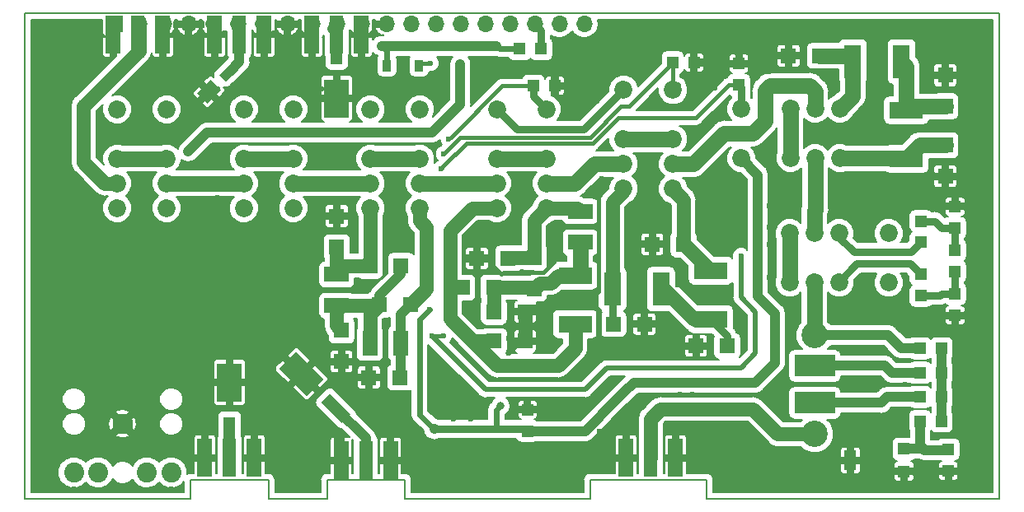
<source format=gbr>
G04 #@! TF.GenerationSoftware,KiCad,Pcbnew,(5.0.2)-1*
G04 #@! TF.CreationDate,2019-04-19T06:38:29+02:00*
G04 #@! TF.ProjectId,n2adr,6e326164-722e-46b6-9963-61645f706362,E5b8*
G04 #@! TF.SameCoordinates,PX3dfd240PY3473bc0*
G04 #@! TF.FileFunction,Copper,L1,Top*
G04 #@! TF.FilePolarity,Positive*
%FSLAX46Y46*%
G04 Gerber Fmt 4.6, Leading zero omitted, Abs format (unit mm)*
G04 Created by KiCad (PCBNEW (5.0.2)-1) date 19/04/2019 06:38:29*
%MOMM*%
%LPD*%
G01*
G04 APERTURE LIST*
G04 #@! TA.AperFunction,NonConductor*
%ADD10C,0.150000*%
G04 #@! TD*
G04 #@! TA.AperFunction,SMDPad,CuDef*
%ADD11R,1.500000X4.000000*%
G04 #@! TD*
G04 #@! TA.AperFunction,SMDPad,CuDef*
%ADD12R,1.400000X4.000000*%
G04 #@! TD*
G04 #@! TA.AperFunction,SMDPad,CuDef*
%ADD13R,2.500000X4.000000*%
G04 #@! TD*
G04 #@! TA.AperFunction,SMDPad,CuDef*
%ADD14R,1.300000X3.000000*%
G04 #@! TD*
G04 #@! TA.AperFunction,ComponentPad*
%ADD15C,2.050000*%
G04 #@! TD*
G04 #@! TA.AperFunction,ComponentPad*
%ADD16C,2.100000*%
G04 #@! TD*
G04 #@! TA.AperFunction,ComponentPad*
%ADD17C,1.850000*%
G04 #@! TD*
G04 #@! TA.AperFunction,SMDPad,CuDef*
%ADD18R,3.500000X1.800000*%
G04 #@! TD*
G04 #@! TA.AperFunction,SMDPad,CuDef*
%ADD19R,1.250000X1.200000*%
G04 #@! TD*
G04 #@! TA.AperFunction,SMDPad,CuDef*
%ADD20R,1.200000X1.250000*%
G04 #@! TD*
G04 #@! TA.AperFunction,SMDPad,CuDef*
%ADD21R,1.600000X1.600000*%
G04 #@! TD*
G04 #@! TA.AperFunction,ComponentPad*
%ADD22C,2.700020*%
G04 #@! TD*
G04 #@! TA.AperFunction,ComponentPad*
%ADD23R,2.200000X2.200000*%
G04 #@! TD*
G04 #@! TA.AperFunction,SMDPad,CuDef*
%ADD24R,2.500000X1.600000*%
G04 #@! TD*
G04 #@! TA.AperFunction,SMDPad,CuDef*
%ADD25R,1.600000X2.500000*%
G04 #@! TD*
G04 #@! TA.AperFunction,SMDPad,CuDef*
%ADD26R,1.800000X3.500000*%
G04 #@! TD*
G04 #@! TA.AperFunction,ComponentPad*
%ADD27R,1.700000X1.700000*%
G04 #@! TD*
G04 #@! TA.AperFunction,ComponentPad*
%ADD28O,1.700000X1.700000*%
G04 #@! TD*
G04 #@! TA.AperFunction,SMDPad,CuDef*
%ADD29R,1.300000X1.300000*%
G04 #@! TD*
G04 #@! TA.AperFunction,SMDPad,CuDef*
%ADD30R,1.300000X2.000000*%
G04 #@! TD*
G04 #@! TA.AperFunction,SMDPad,CuDef*
%ADD31R,0.900000X1.200000*%
G04 #@! TD*
G04 #@! TA.AperFunction,SMDPad,CuDef*
%ADD32C,1.300000*%
G04 #@! TD*
G04 #@! TA.AperFunction,Conductor*
%ADD33C,0.100000*%
G04 #@! TD*
G04 #@! TA.AperFunction,SMDPad,CuDef*
%ADD34C,2.500000*%
G04 #@! TD*
G04 #@! TA.AperFunction,SMDPad,CuDef*
%ADD35C,1.500000*%
G04 #@! TD*
G04 #@! TA.AperFunction,SMDPad,CuDef*
%ADD36C,1.000000*%
G04 #@! TD*
G04 #@! TA.AperFunction,ViaPad*
%ADD37C,0.600000*%
G04 #@! TD*
G04 #@! TA.AperFunction,ViaPad*
%ADD38C,1.000000*%
G04 #@! TD*
G04 #@! TA.AperFunction,ViaPad*
%ADD39C,0.800000*%
G04 #@! TD*
G04 #@! TA.AperFunction,Conductor*
%ADD40C,0.600000*%
G04 #@! TD*
G04 #@! TA.AperFunction,Conductor*
%ADD41C,1.400000*%
G04 #@! TD*
G04 #@! TA.AperFunction,Conductor*
%ADD42C,0.400000*%
G04 #@! TD*
G04 #@! TA.AperFunction,Conductor*
%ADD43C,0.800000*%
G04 #@! TD*
G04 #@! TA.AperFunction,Conductor*
%ADD44C,0.500000*%
G04 #@! TD*
G04 #@! TA.AperFunction,Conductor*
%ADD45C,1.600000*%
G04 #@! TD*
G04 #@! TA.AperFunction,Conductor*
%ADD46C,1.000000*%
G04 #@! TD*
G04 #@! TA.AperFunction,Conductor*
%ADD47C,0.200000*%
G04 #@! TD*
G04 APERTURE END LIST*
D10*
X39000000Y-50000000D02*
X58000000Y-50000000D01*
X39000000Y-48000000D02*
X39000000Y-50000000D01*
X31000000Y-48000000D02*
X39000000Y-48000000D01*
X31000000Y-50000000D02*
X31000000Y-48000000D01*
X25000000Y-50000000D02*
X31000000Y-50000000D01*
X25000000Y-48000000D02*
X25000000Y-50000000D01*
X17000000Y-48000000D02*
X25000000Y-48000000D01*
X17000000Y-50000000D02*
X17000000Y-48000000D01*
X0Y-50000000D02*
X17000000Y-50000000D01*
X58000000Y-48000000D02*
X58000000Y-50000000D01*
X70000000Y-48000000D02*
X58000000Y-48000000D01*
X70000000Y-50000000D02*
X70000000Y-48000000D01*
X100000000Y-50000000D02*
X70000000Y-50000000D01*
X0Y-50000000D02*
X0Y0D01*
X100000000Y0D02*
X100000000Y-50000000D01*
X0Y0D02*
X100000000Y0D01*
D11*
G04 #@! TO.P,CN6,2*
G04 #@! TO.N,GND*
X34540000Y-2200000D03*
X29460000Y-2200000D03*
D12*
G04 #@! TO.P,CN6,1*
G04 #@! TO.N,Net-(CN2-Pad10)*
X32000000Y-2200000D03*
G04 #@! TD*
D13*
G04 #@! TO.P,CN3,2*
G04 #@! TO.N,GND*
X32000000Y-8800000D03*
D14*
G04 #@! TO.P,CN3,1*
G04 #@! TO.N,Net-(CN2-Pad10)*
X32000000Y-3800000D03*
G04 #@! TD*
D15*
G04 #@! TO.P,CN1,5*
G04 #@! TO.N,Net-(CN1-Pad4)*
X12500000Y-47250000D03*
G04 #@! TO.P,CN1,3*
G04 #@! TO.N,N/C*
X15000000Y-47250000D03*
G04 #@! TO.P,CN1,4*
G04 #@! TO.N,Net-(CN1-Pad4)*
X7500000Y-47250000D03*
G04 #@! TO.P,CN1,2*
G04 #@! TO.N,N/C*
X5000000Y-47250000D03*
D16*
G04 #@! TO.P,CN1,1*
G04 #@! TO.N,GND*
X10000000Y-42250000D03*
G04 #@! TD*
D17*
G04 #@! TO.P,K3,8*
G04 #@! TO.N,Band3*
X53540000Y-9920000D03*
G04 #@! TO.P,K3,7*
G04 #@! TO.N,Net-(K3-Pad2)*
X53540000Y-15000000D03*
G04 #@! TO.P,K3,6*
G04 #@! TO.N,Net-(K2-Pad3)*
X53540000Y-17540000D03*
G04 #@! TO.P,K3,5*
G04 #@! TO.N,Net-(C40-Pad1)*
X53540000Y-20080000D03*
G04 #@! TO.P,K3,4*
G04 #@! TO.N,Net-(C32-Pad2)*
X48460000Y-20080000D03*
G04 #@! TO.P,K3,3*
G04 #@! TO.N,Net-(K3-Pad3)*
X48460000Y-17540000D03*
G04 #@! TO.P,K3,2*
G04 #@! TO.N,Net-(K3-Pad2)*
X48460000Y-15000000D03*
G04 #@! TO.P,K3,1*
G04 #@! TO.N,+3V3*
X48460000Y-9920000D03*
G04 #@! TD*
G04 #@! TO.P,K4,8*
G04 #@! TO.N,Band4*
X40540000Y-9920000D03*
G04 #@! TO.P,K4,7*
G04 #@! TO.N,Net-(K4-Pad2)*
X40540000Y-15000000D03*
G04 #@! TO.P,K4,6*
G04 #@! TO.N,Net-(K3-Pad3)*
X40540000Y-17540000D03*
G04 #@! TO.P,K4,5*
G04 #@! TO.N,Net-(C41-Pad1)*
X40540000Y-20080000D03*
G04 #@! TO.P,K4,4*
G04 #@! TO.N,Net-(C33-Pad2)*
X35460000Y-20080000D03*
G04 #@! TO.P,K4,3*
G04 #@! TO.N,Net-(K4-Pad3)*
X35460000Y-17540000D03*
G04 #@! TO.P,K4,2*
G04 #@! TO.N,Net-(K4-Pad2)*
X35460000Y-15000000D03*
G04 #@! TO.P,K4,1*
G04 #@! TO.N,+3V3*
X35460000Y-9920000D03*
G04 #@! TD*
D18*
G04 #@! TO.P,L2,1*
G04 #@! TO.N,Net-(C9-Pad2)*
X70400000Y-31500000D03*
G04 #@! TO.P,L2,2*
G04 #@! TO.N,Net-(C10-Pad2)*
X70400000Y-26500000D03*
G04 #@! TD*
D19*
G04 #@! TO.P,C1,1*
G04 #@! TO.N,GND*
X73300000Y-5200000D03*
G04 #@! TO.P,C1,2*
G04 #@! TO.N,Band1*
X73300000Y-7400000D03*
G04 #@! TD*
D20*
G04 #@! TO.P,C2,1*
G04 #@! TO.N,GND*
X68700000Y-5100000D03*
G04 #@! TO.P,C2,2*
G04 #@! TO.N,Band2*
X66500000Y-5100000D03*
G04 #@! TD*
G04 #@! TO.P,C4,1*
G04 #@! TO.N,GND*
X54400000Y-7500000D03*
G04 #@! TO.P,C4,2*
G04 #@! TO.N,Band3*
X52200000Y-7500000D03*
G04 #@! TD*
D21*
G04 #@! TO.P,C8,1*
G04 #@! TO.N,GND*
X63600000Y-32000000D03*
G04 #@! TO.P,C8,2*
G04 #@! TO.N,Net-(C8-Pad2)*
X60400000Y-32000000D03*
G04 #@! TD*
G04 #@! TO.P,C9,1*
G04 #@! TO.N,GND*
X68900000Y-34250000D03*
G04 #@! TO.P,C9,2*
G04 #@! TO.N,Net-(C9-Pad2)*
X72100000Y-34250000D03*
G04 #@! TD*
G04 #@! TO.P,C10,1*
G04 #@! TO.N,GND*
X64400000Y-23800000D03*
G04 #@! TO.P,C10,2*
G04 #@! TO.N,Net-(C10-Pad2)*
X67600000Y-23800000D03*
G04 #@! TD*
D22*
G04 #@! TO.P,JP1,1*
G04 #@! TO.N,Net-(CN4-Pad1)*
X81100000Y-43300000D03*
G04 #@! TO.P,JP1,2*
G04 #@! TO.N,FilterOut*
X81100000Y-33140000D03*
G04 #@! TD*
D23*
G04 #@! TO.P,L3,1*
G04 #@! TO.N,Net-(D1-Pad3)*
X80100000Y-40100000D03*
G04 #@! TO.P,L3,2*
G04 #@! TO.N,Net-(D2-Pad4)*
X82100000Y-36300000D03*
G04 #@! TO.P,L3,1*
G04 #@! TO.N,Net-(D1-Pad3)*
X82100000Y-40100000D03*
G04 #@! TO.P,L3,2*
G04 #@! TO.N,Net-(D2-Pad4)*
X80100000Y-36300000D03*
G04 #@! TD*
D20*
G04 #@! TO.P,R2,1*
G04 #@! TO.N,Net-(R2-Pad1)*
X94100000Y-34500000D03*
G04 #@! TO.P,R2,2*
G04 #@! TO.N,FilterOut*
X91900000Y-34500000D03*
G04 #@! TD*
G04 #@! TO.P,R3,1*
G04 #@! TO.N,Net-(R1-Pad2)*
X91900000Y-42000000D03*
G04 #@! TO.P,R3,2*
G04 #@! TO.N,Net-(R2-Pad1)*
X94100000Y-42000000D03*
G04 #@! TD*
G04 #@! TO.P,R6,1*
G04 #@! TO.N,Net-(R2-Pad1)*
X94100000Y-39500000D03*
G04 #@! TO.P,R6,2*
G04 #@! TO.N,Net-(D1-Pad3)*
X91900000Y-39500000D03*
G04 #@! TD*
G04 #@! TO.P,R7,1*
G04 #@! TO.N,Net-(D2-Pad4)*
X91900000Y-37000000D03*
G04 #@! TO.P,R7,2*
G04 #@! TO.N,Net-(R2-Pad1)*
X94100000Y-37000000D03*
G04 #@! TD*
D21*
G04 #@! TO.P,C21,1*
G04 #@! TO.N,Net-(C21-Pad1)*
X94500000Y-13600000D03*
G04 #@! TO.P,C21,2*
G04 #@! TO.N,GND*
X94500000Y-16800000D03*
G04 #@! TD*
G04 #@! TO.P,C22,1*
G04 #@! TO.N,Net-(C22-Pad1)*
X94500000Y-9600000D03*
G04 #@! TO.P,C22,2*
G04 #@! TO.N,GND*
X94500000Y-6400000D03*
G04 #@! TD*
G04 #@! TO.P,C23,1*
G04 #@! TO.N,Net-(C23-Pad1)*
X81600000Y-4400000D03*
G04 #@! TO.P,C23,2*
G04 #@! TO.N,GND*
X78400000Y-4400000D03*
G04 #@! TD*
G04 #@! TO.P,C32,1*
G04 #@! TO.N,GND*
X51350000Y-33750000D03*
G04 #@! TO.P,C32,2*
G04 #@! TO.N,Net-(C32-Pad2)*
X48150000Y-33750000D03*
G04 #@! TD*
G04 #@! TO.P,C33,1*
G04 #@! TO.N,GND*
X32000000Y-20900000D03*
G04 #@! TO.P,C33,2*
G04 #@! TO.N,Net-(C33-Pad2)*
X32000000Y-24100000D03*
G04 #@! TD*
G04 #@! TO.P,C35,1*
G04 #@! TO.N,Net-(C35-Pad1)*
X48100000Y-28250000D03*
G04 #@! TO.P,C35,2*
G04 #@! TO.N,Net-(C32-Pad2)*
X44900000Y-28250000D03*
G04 #@! TD*
G04 #@! TO.P,C36,1*
G04 #@! TO.N,Net-(C36-Pad1)*
X38600000Y-26000000D03*
G04 #@! TO.P,C36,2*
G04 #@! TO.N,Net-(C33-Pad2)*
X35400000Y-26000000D03*
G04 #@! TD*
G04 #@! TO.P,C37,1*
G04 #@! TO.N,GND*
X51350000Y-30750000D03*
G04 #@! TO.P,C37,2*
G04 #@! TO.N,Net-(C35-Pad1)*
X48150000Y-30750000D03*
G04 #@! TD*
G04 #@! TO.P,C38,1*
G04 #@! TO.N,GND*
X32500000Y-35850000D03*
G04 #@! TO.P,C38,2*
G04 #@! TO.N,Net-(C36-Pad1)*
X32500000Y-32650000D03*
G04 #@! TD*
G04 #@! TO.P,C40,1*
G04 #@! TO.N,Net-(C40-Pad1)*
X52250000Y-25150000D03*
G04 #@! TO.P,C40,2*
G04 #@! TO.N,Net-(C35-Pad1)*
X52250000Y-28350000D03*
G04 #@! TD*
G04 #@! TO.P,C41,1*
G04 #@! TO.N,Net-(C41-Pad1)*
X39600000Y-30000000D03*
G04 #@! TO.P,C41,2*
G04 #@! TO.N,Net-(C36-Pad1)*
X36400000Y-30000000D03*
G04 #@! TD*
G04 #@! TO.P,C42,1*
G04 #@! TO.N,GND*
X46400000Y-25250000D03*
G04 #@! TO.P,C42,2*
G04 #@! TO.N,Net-(C40-Pad1)*
X49600000Y-25250000D03*
G04 #@! TD*
G04 #@! TO.P,C43,1*
G04 #@! TO.N,GND*
X35300000Y-37500000D03*
G04 #@! TO.P,C43,2*
G04 #@! TO.N,Net-(C41-Pad1)*
X38500000Y-37500000D03*
G04 #@! TD*
D24*
G04 #@! TO.P,L10,1*
G04 #@! TO.N,Net-(C33-Pad2)*
X32000000Y-26900000D03*
G04 #@! TO.P,L10,2*
G04 #@! TO.N,Net-(C36-Pad1)*
X32000000Y-30100000D03*
G04 #@! TD*
D25*
G04 #@! TO.P,L13,1*
G04 #@! TO.N,Net-(C36-Pad1)*
X35400000Y-34000000D03*
G04 #@! TO.P,L13,2*
G04 #@! TO.N,Net-(C41-Pad1)*
X38600000Y-34000000D03*
G04 #@! TD*
D26*
G04 #@! TO.P,L1,1*
G04 #@! TO.N,Net-(C8-Pad2)*
X60300000Y-28400000D03*
G04 #@! TO.P,L1,2*
G04 #@! TO.N,Net-(C9-Pad2)*
X65300000Y-28400000D03*
G04 #@! TD*
D18*
G04 #@! TO.P,L5,1*
G04 #@! TO.N,Net-(C21-Pad1)*
X90500000Y-15000000D03*
G04 #@! TO.P,L5,2*
G04 #@! TO.N,Net-(C22-Pad1)*
X90500000Y-10000000D03*
G04 #@! TD*
D26*
G04 #@! TO.P,L6,1*
G04 #@! TO.N,Net-(C22-Pad1)*
X90000000Y-5000000D03*
G04 #@! TO.P,L6,2*
G04 #@! TO.N,Net-(C23-Pad1)*
X85000000Y-5000000D03*
G04 #@! TD*
D18*
G04 #@! TO.P,L9,1*
G04 #@! TO.N,Net-(C32-Pad2)*
X56500000Y-32000000D03*
G04 #@! TO.P,L9,2*
G04 #@! TO.N,Net-(C35-Pad1)*
X56500000Y-27000000D03*
G04 #@! TD*
D24*
G04 #@! TO.P,L12,1*
G04 #@! TO.N,Net-(C35-Pad1)*
X57000000Y-23600000D03*
G04 #@! TO.P,L12,2*
G04 #@! TO.N,Net-(C40-Pad1)*
X57000000Y-20400000D03*
G04 #@! TD*
D19*
G04 #@! TO.P,C50,1*
G04 #@! TO.N,GND*
X51600000Y-40800000D03*
G04 #@! TO.P,C50,2*
G04 #@! TO.N,+3V3*
X51600000Y-43000000D03*
G04 #@! TD*
G04 #@! TO.P,C47,1*
G04 #@! TO.N,Net-(C47-Pad1)*
X92000000Y-21400000D03*
G04 #@! TO.P,C47,2*
G04 #@! TO.N,Net-(C47-Pad2)*
X92000000Y-23600000D03*
G04 #@! TD*
G04 #@! TO.P,C48,1*
G04 #@! TO.N,Net-(C48-Pad1)*
X95500000Y-26600000D03*
G04 #@! TO.P,C48,2*
G04 #@! TO.N,Net-(C47-Pad1)*
X95500000Y-24400000D03*
G04 #@! TD*
G04 #@! TO.P,C49,1*
G04 #@! TO.N,Net-(C49-Pad1)*
X92000000Y-26900000D03*
G04 #@! TO.P,C49,2*
G04 #@! TO.N,Net-(C48-Pad1)*
X92000000Y-29100000D03*
G04 #@! TD*
G04 #@! TO.P,L4,1*
G04 #@! TO.N,GND*
X95500000Y-31100000D03*
G04 #@! TO.P,L4,2*
G04 #@! TO.N,Net-(C48-Pad1)*
X95500000Y-28900000D03*
G04 #@! TD*
G04 #@! TO.P,L15,1*
G04 #@! TO.N,GND*
X95500000Y-19900000D03*
G04 #@! TO.P,L15,2*
G04 #@! TO.N,Net-(C47-Pad1)*
X95500000Y-22100000D03*
G04 #@! TD*
G04 #@! TO.P,R1,1*
G04 #@! TO.N,GND*
X94800000Y-47100000D03*
G04 #@! TO.P,R1,2*
G04 #@! TO.N,Net-(R1-Pad2)*
X94800000Y-44900000D03*
G04 #@! TD*
D17*
G04 #@! TO.P,K1,8*
G04 #@! TO.N,Band1*
X73520000Y-9860000D03*
G04 #@! TO.P,K1,7*
G04 #@! TO.N,Net-(K1-Pad2)*
X78600000Y-9860000D03*
G04 #@! TO.P,K1,6*
G04 #@! TO.N,Net-(K1-Pad6)*
X81140000Y-9860000D03*
G04 #@! TO.P,K1,5*
G04 #@! TO.N,Net-(C23-Pad1)*
X83680000Y-9860000D03*
G04 #@! TO.P,K1,4*
G04 #@! TO.N,Net-(C21-Pad1)*
X83680000Y-14940000D03*
G04 #@! TO.P,K1,3*
G04 #@! TO.N,Net-(K1-Pad3)*
X81140000Y-14940000D03*
G04 #@! TO.P,K1,2*
G04 #@! TO.N,Net-(K1-Pad2)*
X78600000Y-14940000D03*
G04 #@! TO.P,K1,1*
G04 #@! TO.N,+3V3*
X73520000Y-14940000D03*
G04 #@! TD*
G04 #@! TO.P,K2,8*
G04 #@! TO.N,Band2*
X66540000Y-7920000D03*
G04 #@! TO.P,K2,7*
G04 #@! TO.N,Net-(K2-Pad2)*
X66540000Y-13000000D03*
G04 #@! TO.P,K2,6*
G04 #@! TO.N,Net-(K1-Pad6)*
X66540000Y-15540000D03*
G04 #@! TO.P,K2,5*
G04 #@! TO.N,Net-(C10-Pad2)*
X66540000Y-18080000D03*
G04 #@! TO.P,K2,4*
G04 #@! TO.N,Net-(C8-Pad2)*
X61460000Y-18080000D03*
G04 #@! TO.P,K2,3*
G04 #@! TO.N,Net-(K2-Pad3)*
X61460000Y-15540000D03*
G04 #@! TO.P,K2,2*
G04 #@! TO.N,Net-(K2-Pad2)*
X61460000Y-13000000D03*
G04 #@! TO.P,K2,1*
G04 #@! TO.N,+3V3*
X61460000Y-7920000D03*
G04 #@! TD*
G04 #@! TO.P,K5,8*
G04 #@! TO.N,Band5*
X27540000Y-9920000D03*
G04 #@! TO.P,K5,7*
G04 #@! TO.N,Net-(K5-Pad2)*
X27540000Y-15000000D03*
G04 #@! TO.P,K5,6*
G04 #@! TO.N,Net-(K4-Pad3)*
X27540000Y-17540000D03*
G04 #@! TO.P,K5,5*
G04 #@! TO.N,Net-(C44-Pad2)*
X27540000Y-20080000D03*
G04 #@! TO.P,K5,4*
G04 #@! TO.N,Net-(C34-Pad2)*
X22460000Y-20080000D03*
G04 #@! TO.P,K5,3*
G04 #@! TO.N,Net-(K5-Pad3)*
X22460000Y-17540000D03*
G04 #@! TO.P,K5,2*
G04 #@! TO.N,Net-(K5-Pad2)*
X22460000Y-15000000D03*
G04 #@! TO.P,K5,1*
G04 #@! TO.N,+3V3*
X22460000Y-9920000D03*
G04 #@! TD*
G04 #@! TO.P,K6,8*
G04 #@! TO.N,Band6*
X14540000Y-9920000D03*
G04 #@! TO.P,K6,7*
G04 #@! TO.N,Net-(K6-Pad2)*
X14540000Y-15000000D03*
G04 #@! TO.P,K6,6*
G04 #@! TO.N,Net-(K5-Pad3)*
X14540000Y-17540000D03*
G04 #@! TO.P,K6,5*
G04 #@! TO.N,Net-(C26-Pad2)*
X14540000Y-20080000D03*
G04 #@! TO.P,K6,4*
G04 #@! TO.N,Net-(C24-Pad2)*
X9460000Y-20080000D03*
G04 #@! TO.P,K6,3*
G04 #@! TO.N,RFInput*
X9460000Y-17540000D03*
G04 #@! TO.P,K6,2*
G04 #@! TO.N,Net-(K6-Pad2)*
X9460000Y-15000000D03*
G04 #@! TO.P,K6,1*
G04 #@! TO.N,+3V3*
X9460000Y-9920000D03*
G04 #@! TD*
G04 #@! TO.P,K7,8*
G04 #@! TO.N,Band7*
X88680000Y-27740000D03*
G04 #@! TO.P,K7,7*
G04 #@! TO.N,Net-(C49-Pad1)*
X83600000Y-27740000D03*
G04 #@! TO.P,K7,6*
G04 #@! TO.N,FilterOut*
X81060000Y-27740000D03*
G04 #@! TO.P,K7,5*
G04 #@! TO.N,Net-(K7-Pad4)*
X78520000Y-27740000D03*
G04 #@! TO.P,K7,4*
X78520000Y-22660000D03*
G04 #@! TO.P,K7,3*
G04 #@! TO.N,Net-(K1-Pad3)*
X81060000Y-22660000D03*
G04 #@! TO.P,K7,2*
G04 #@! TO.N,Net-(C47-Pad2)*
X83600000Y-22660000D03*
G04 #@! TO.P,K7,1*
G04 #@! TO.N,+3V3*
X88680000Y-22660000D03*
G04 #@! TD*
D27*
G04 #@! TO.P,CN2,1*
G04 #@! TO.N,GND*
X9168000Y-1134000D03*
D28*
G04 #@! TO.P,CN2,2*
G04 #@! TO.N,RFInput*
X11708000Y-1134000D03*
G04 #@! TO.P,CN2,3*
G04 #@! TO.N,GND*
X14248000Y-1134000D03*
G04 #@! TO.P,CN2,4*
X16788000Y-1134000D03*
G04 #@! TO.P,CN2,5*
X19328000Y-1134000D03*
G04 #@! TO.P,CN2,6*
G04 #@! TO.N,Net-(CN2-Pad6)*
X21868000Y-1134000D03*
G04 #@! TO.P,CN2,7*
G04 #@! TO.N,GND*
X24408000Y-1134000D03*
G04 #@! TO.P,CN2,8*
X26948000Y-1134000D03*
G04 #@! TO.P,CN2,9*
X29488000Y-1134000D03*
G04 #@! TO.P,CN2,10*
G04 #@! TO.N,Net-(CN2-Pad10)*
X32028000Y-1134000D03*
G04 #@! TO.P,CN2,11*
G04 #@! TO.N,GND*
X34568000Y-1134000D03*
G04 #@! TO.P,CN2,12*
X37108000Y-1134000D03*
G04 #@! TO.P,CN2,13*
G04 #@! TO.N,INTTR*
X39648000Y-1134000D03*
G04 #@! TO.P,CN2,14*
G04 #@! TO.N,N/C*
X42188000Y-1134000D03*
G04 #@! TO.P,CN2,15*
G04 #@! TO.N,Net-(CN1-Pad4)*
X44728000Y-1134000D03*
G04 #@! TO.P,CN2,16*
G04 #@! TO.N,Net-(CN2-Pad16)*
X47268000Y-1134000D03*
G04 #@! TO.P,CN2,17*
G04 #@! TO.N,Net-(CN2-Pad17)*
X49808000Y-1134000D03*
G04 #@! TO.P,CN2,18*
G04 #@! TO.N,Net-(CN2-Pad18)*
X52348000Y-1134000D03*
G04 #@! TO.P,CN2,19*
G04 #@! TO.N,Net-(CN2-Pad19)*
X54888000Y-1134000D03*
G04 #@! TO.P,CN2,20*
G04 #@! TO.N,Net-(CN2-Pad20)*
X57428000Y-1134000D03*
G04 #@! TD*
D29*
G04 #@! TO.P,RV1,1*
G04 #@! TO.N,Net-(R1-Pad2)*
X90250000Y-44850000D03*
D30*
G04 #@! TO.P,RV1,2*
G04 #@! TO.N,GND*
X84750000Y-46000000D03*
D29*
G04 #@! TO.P,RV1,3*
X90250000Y-47150000D03*
G04 #@! TD*
D31*
G04 #@! TO.P,D3,1*
G04 #@! TO.N,+3V3*
X37150000Y-5400000D03*
G04 #@! TO.P,D3,2*
G04 #@! TO.N,INTTR*
X40450000Y-5400000D03*
G04 #@! TD*
D20*
G04 #@! TO.P,FB1,1*
G04 #@! TO.N,+3V3*
X50800000Y-3700000D03*
G04 #@! TO.P,FB1,2*
G04 #@! TO.N,Net-(CN2-Pad18)*
X53000000Y-3700000D03*
G04 #@! TD*
D12*
G04 #@! TO.P,CN4,1*
G04 #@! TO.N,Net-(CN4-Pad1)*
X64250000Y-45750000D03*
D11*
G04 #@! TO.P,CN4,2*
G04 #@! TO.N,GND*
X66790000Y-45750000D03*
X61710000Y-45750000D03*
G04 #@! TD*
D32*
G04 #@! TO.P,J1,1*
G04 #@! TO.N,Net-(J1-Pad1)*
X31914214Y-40664214D03*
D33*
G04 #@! TD*
G04 #@! TO.N,Net-(J1-Pad1)*
G04 #@! TO.C,J1*
G36*
X33434494Y-41265255D02*
X32515255Y-42184494D01*
X30393934Y-40063173D01*
X31313173Y-39143934D01*
X33434494Y-41265255D01*
X33434494Y-41265255D01*
G37*
D34*
G04 #@! TO.P,J1,2*
G04 #@! TO.N,GND*
X28378680Y-37128680D03*
D33*
G04 #@! TD*
G04 #@! TO.N,GND*
G04 #@! TO.C,J1*
G36*
X30676777Y-37659010D02*
X28909010Y-39426777D01*
X26080583Y-36598350D01*
X27848350Y-34830583D01*
X30676777Y-37659010D01*
X30676777Y-37659010D01*
G37*
D13*
G04 #@! TO.P,J2,2*
G04 #@! TO.N,GND*
X21000000Y-38000000D03*
D14*
G04 #@! TO.P,J2,1*
G04 #@! TO.N,Net-(J2-Pad1)*
X21000000Y-43000000D03*
G04 #@! TD*
D11*
G04 #@! TO.P,J3,2*
G04 #@! TO.N,GND*
X32460000Y-46000000D03*
X37540000Y-46000000D03*
D12*
G04 #@! TO.P,J3,1*
G04 #@! TO.N,Net-(J1-Pad1)*
X35000000Y-46000000D03*
G04 #@! TD*
G04 #@! TO.P,J4,1*
G04 #@! TO.N,Net-(J2-Pad1)*
X21000000Y-45750000D03*
D11*
G04 #@! TO.P,J4,2*
G04 #@! TO.N,GND*
X23540000Y-45750000D03*
X18460000Y-45750000D03*
G04 #@! TD*
D12*
G04 #@! TO.P,CN7,1*
G04 #@! TO.N,Net-(CN2-Pad6)*
X22000000Y-2200000D03*
D11*
G04 #@! TO.P,CN7,2*
G04 #@! TO.N,GND*
X19460000Y-2200000D03*
X24540000Y-2200000D03*
G04 #@! TD*
D12*
G04 #@! TO.P,CN8,1*
G04 #@! TO.N,RFInput*
X11600000Y-2200000D03*
D11*
G04 #@! TO.P,CN8,2*
G04 #@! TO.N,GND*
X9060000Y-2200000D03*
X14140000Y-2200000D03*
G04 #@! TD*
D35*
G04 #@! TO.P,CN5,2*
G04 #@! TO.N,GND*
X18901974Y-8098026D03*
D33*
G04 #@! TD*
G04 #@! TO.N,GND*
G04 #@! TO.C,CN5*
G36*
X19078751Y-6860589D02*
X20139411Y-7921249D01*
X18725197Y-9335463D01*
X17664537Y-8274803D01*
X19078751Y-6860589D01*
X19078751Y-6860589D01*
G37*
D36*
G04 #@! TO.P,CN5,1*
G04 #@! TO.N,Net-(CN2-Pad6)*
X21002082Y-5997918D03*
D33*
G04 #@! TD*
G04 #@! TO.N,Net-(CN2-Pad6)*
G04 #@! TO.C,CN5*
G36*
X21355635Y-4937258D02*
X22062742Y-5644365D01*
X20648529Y-7058578D01*
X19941422Y-6351471D01*
X21355635Y-4937258D01*
X21355635Y-4937258D01*
G37*
D37*
G04 #@! TO.N,GND*
X49700000Y-33500000D03*
X32000000Y-44000000D03*
X31600000Y-7800000D03*
X32800000Y-7800000D03*
X49400000Y-5700000D03*
X58000000Y-34000000D03*
X60600000Y-34000000D03*
X60600000Y-35100000D03*
X50199990Y-5566191D03*
X53300010Y-5700000D03*
X53300012Y-5700000D03*
X30400000Y-7800000D03*
X29200000Y-7800000D03*
X27800000Y-7800000D03*
X26800000Y-7800000D03*
X33800000Y-7800000D03*
X34800000Y-7800000D03*
X37800000Y-7800000D03*
X39000000Y-7800000D03*
X40200000Y-7800000D03*
X41200000Y-7800000D03*
X22200000Y-7800000D03*
X21000000Y-7800000D03*
X19800000Y-7800000D03*
X18400000Y-7800000D03*
X17000000Y-7800000D03*
X19800000Y-9000000D03*
X19800000Y-10200000D03*
X19800000Y-14200000D03*
X19800000Y-15600000D03*
X25000000Y-16800000D03*
X25000000Y-18200000D03*
X25000000Y-19600000D03*
X25000000Y-21000000D03*
X19800000Y-19000000D03*
X33400000Y-14200000D03*
X33400000Y-15600000D03*
X38000000Y-16600000D03*
X38000000Y-17800000D03*
X38000000Y-19200000D03*
X38000000Y-20600000D03*
X38000000Y-22000000D03*
X38000000Y-23400000D03*
X64000000Y-14600000D03*
X64000000Y-16000000D03*
X64000000Y-17600000D03*
X64000000Y-19400000D03*
X64000000Y-21000000D03*
X70800000Y-18600000D03*
X70800000Y-20200000D03*
X70800000Y-22000000D03*
X70800000Y-23600000D03*
X76400000Y-27200000D03*
X76400000Y-23800000D03*
X76400000Y-22000000D03*
X76400000Y-19800000D03*
X76400000Y-16000000D03*
X76400000Y-13800000D03*
X80600000Y-12400000D03*
X82400000Y-12400000D03*
X84000000Y-12400000D03*
X85800000Y-12400000D03*
X87600000Y-12400000D03*
X78600000Y-30200000D03*
X78600000Y-31800000D03*
X78600000Y-33600000D03*
X83600000Y-30000000D03*
X83600000Y-31800000D03*
X86000000Y-31800000D03*
X86000000Y-30000000D03*
X87800000Y-30000000D03*
X87800000Y-31800000D03*
X92200000Y-31500000D03*
X92200000Y-32800000D03*
X94000000Y-32800000D03*
X96000000Y-32800000D03*
X83600000Y-34600000D03*
X86000000Y-34600000D03*
X87800000Y-34600000D03*
X87800000Y-38200000D03*
X86000000Y-38200000D03*
X83600000Y-38200000D03*
X78600000Y-38200000D03*
X76800000Y-38200000D03*
X83600000Y-42200000D03*
X86000000Y-42200000D03*
X87800000Y-42200000D03*
X90400000Y-42200000D03*
X90400000Y-38200000D03*
X28000000Y-49000000D03*
X28000000Y-47000000D03*
X28000000Y-45000000D03*
X28000000Y-43000000D03*
X26000000Y-41000000D03*
X24000000Y-39000000D03*
X24000000Y-37000000D03*
X24000000Y-35000000D03*
X17000000Y-45000000D03*
X17000000Y-43000000D03*
X17000000Y-41000000D03*
X17000000Y-39000000D03*
X17000000Y-37000000D03*
X18000000Y-35000000D03*
X18000000Y-33000000D03*
X20000000Y-33000000D03*
X12000000Y-37000000D03*
X10000000Y-37000000D03*
X8000000Y-37000000D03*
X6000000Y-37000000D03*
X4000000Y-37000000D03*
X12000000Y-17000000D03*
X12000000Y-19000000D03*
X12000000Y-21000000D03*
X8000000Y-5000000D03*
X7000000Y-6000000D03*
X6000000Y-7000000D03*
X5000000Y-8000000D03*
X4000000Y-9000000D03*
X4000000Y-10000000D03*
X4000000Y-11000000D03*
X4000000Y-12000000D03*
X4000000Y-13000000D03*
X4000000Y-14000000D03*
X4000000Y-15000000D03*
X4000000Y-16000000D03*
X5000000Y-17000000D03*
X6000000Y-18000000D03*
X7000000Y-19000000D03*
X8000000Y-14000000D03*
X8000000Y-13000000D03*
X8000000Y-12000000D03*
X8000000Y-11000000D03*
X10000000Y-8000000D03*
X11000000Y-7000000D03*
X51000000Y-45000000D03*
X53000000Y-45000000D03*
X55000000Y-45000000D03*
X57000000Y-45000000D03*
X59000000Y-45000000D03*
X59000000Y-44000000D03*
X59000000Y-43000000D03*
X61000000Y-43000000D03*
X67000000Y-43000000D03*
X69000000Y-43000000D03*
X69000000Y-45000000D03*
X69000000Y-47000000D03*
X71000000Y-47000000D03*
X80000000Y-48000000D03*
X80000000Y-46000000D03*
X82000000Y-46000000D03*
X82000000Y-48000000D03*
X1000000Y-1000000D03*
X3000000Y-1000000D03*
X1000000Y-3000000D03*
X3000000Y-3000000D03*
X1000000Y-5000000D03*
X3000000Y-5000000D03*
X1000000Y-7000000D03*
X3000000Y-7000000D03*
X1000000Y-9000000D03*
X3000000Y-9000000D03*
X1000000Y-11000000D03*
X3000000Y-11000000D03*
X1000000Y-13000000D03*
X3000000Y-13000000D03*
X1000000Y-15000000D03*
X3000000Y-15000000D03*
X1000000Y-17000000D03*
X3000000Y-17000000D03*
X1000000Y-19000000D03*
X3000000Y-19000000D03*
X1000000Y-21000000D03*
X3000000Y-21000000D03*
X1000000Y-23000000D03*
X3000000Y-23000000D03*
X1000000Y-25000000D03*
X3000000Y-25000000D03*
X1000000Y-27000000D03*
X3000000Y-27000000D03*
X1000000Y-29000000D03*
X3000000Y-29000000D03*
X1000000Y-31000000D03*
X3000000Y-31000000D03*
X1000000Y-33000000D03*
X3000000Y-33000000D03*
X1000000Y-35000000D03*
X3000000Y-35000000D03*
X1000000Y-37000000D03*
X3000000Y-37000000D03*
X1000000Y-39000000D03*
X3000000Y-39000000D03*
X1000000Y-41000000D03*
X3000000Y-41000000D03*
X1000000Y-43000000D03*
X3000000Y-43000000D03*
X1000000Y-45000000D03*
X3000000Y-45000000D03*
X1000000Y-47000000D03*
X3000000Y-47000000D03*
X1000000Y-49000000D03*
X3000000Y-49000000D03*
X97000000Y-1000000D03*
X99000000Y-1000000D03*
X97000000Y-3000000D03*
X99000000Y-3000000D03*
X97000000Y-5000000D03*
X99000000Y-5000000D03*
X97000000Y-7000000D03*
X99000000Y-7000000D03*
X97000000Y-9000000D03*
X99000000Y-9000000D03*
X97000000Y-11000000D03*
X99000000Y-11000000D03*
X97000000Y-13000000D03*
X99000000Y-13000000D03*
X97000000Y-15000000D03*
X99000000Y-15000000D03*
X97000000Y-17000000D03*
X99000000Y-17000000D03*
X97000000Y-19000000D03*
X99000000Y-19000000D03*
X97000000Y-21000000D03*
X99000000Y-21000000D03*
X97000000Y-23000000D03*
X99000000Y-23000000D03*
X97000000Y-25000000D03*
X99000000Y-25000000D03*
X97000000Y-27000000D03*
X99000000Y-27000000D03*
X97000000Y-29000000D03*
X99000000Y-29000000D03*
X97000000Y-31000000D03*
X99000000Y-31000000D03*
X97000000Y-33000000D03*
X99000000Y-33000000D03*
X97000000Y-35000000D03*
X99000000Y-35000000D03*
X97000000Y-37000000D03*
X99000000Y-37000000D03*
X97000000Y-39000000D03*
X99000000Y-39000000D03*
X97000000Y-41000000D03*
X99000000Y-41000000D03*
X97000000Y-43000000D03*
X99000000Y-43000000D03*
X97000000Y-45000000D03*
X99000000Y-45000000D03*
X97000000Y-47000000D03*
X99000000Y-47000000D03*
X97000000Y-49000000D03*
X99000000Y-49000000D03*
X60000000Y-1000000D03*
X62000000Y-1000000D03*
X70000000Y-1000000D03*
X72000000Y-1000000D03*
X74000000Y-1000000D03*
X76000000Y-1000000D03*
X78000000Y-1000000D03*
X80000000Y-1000000D03*
X82000000Y-1000000D03*
X84000000Y-1000000D03*
X86000000Y-1000000D03*
X5000000Y-1000000D03*
X7000000Y-1000000D03*
X5000000Y-49000000D03*
X7000000Y-49000000D03*
X9000000Y-49000000D03*
X11000000Y-49000000D03*
X13000000Y-49000000D03*
X15000000Y-49000000D03*
X26000000Y-49000000D03*
X30000000Y-49000000D03*
X40000000Y-49000000D03*
X42000000Y-49000000D03*
X44000000Y-49000000D03*
X46000000Y-49000000D03*
X48000000Y-49000000D03*
X50000000Y-49000000D03*
X52000000Y-49000000D03*
X54000000Y-49000000D03*
X56000000Y-49000000D03*
X37000000Y-43000000D03*
X36000000Y-42000000D03*
X35000000Y-41000000D03*
X34000000Y-40000000D03*
X33000000Y-39000000D03*
X32000000Y-38000000D03*
X31000000Y-43000000D03*
X30000000Y-42000000D03*
X29000000Y-41000000D03*
X28000000Y-40000000D03*
X27000000Y-39000000D03*
X26000000Y-38000000D03*
X25000000Y-37000000D03*
X31000000Y-37000000D03*
X30000000Y-36000000D03*
X29500000Y-34500000D03*
X29500000Y-33000000D03*
X29500000Y-31000000D03*
X29500000Y-29000000D03*
X29500000Y-27000000D03*
X29500000Y-25500000D03*
X29500000Y-23500000D03*
X29500000Y-21500000D03*
X29500000Y-19500000D03*
X59250000Y-17000000D03*
X59250000Y-18500000D03*
X58700000Y-9100000D03*
X58700000Y-7600000D03*
X58700000Y-6000000D03*
X58700000Y-4600000D03*
X58700000Y-3000000D03*
X70800000Y-11200000D03*
X70800000Y-7700000D03*
X70800000Y-6000000D03*
X70800000Y-4500000D03*
X70800000Y-2900000D03*
X76400000Y-6000000D03*
X76400000Y-4500000D03*
X76400000Y-2900000D03*
X87000000Y-17500000D03*
X85000000Y-17500000D03*
X83000000Y-17500000D03*
X79500000Y-17500000D03*
X77500000Y-17500000D03*
X66000000Y-34000000D03*
X67000000Y-35500000D03*
X67000000Y-34000000D03*
X67000000Y-32750000D03*
X66000000Y-35500000D03*
X67000000Y-28000000D03*
X67000000Y-26500000D03*
X38500000Y-39500000D03*
X37000000Y-39500000D03*
X35500000Y-39500000D03*
X94000000Y-19000000D03*
X92000000Y-19000000D03*
X95500000Y-18500000D03*
X95000000Y-49000000D03*
X93000000Y-49000000D03*
X91000000Y-49000000D03*
X89000000Y-49000000D03*
X87000000Y-49000000D03*
X85000000Y-49000000D03*
X83000000Y-49000000D03*
X81000000Y-49000000D03*
X79000000Y-49000000D03*
X77000000Y-49000000D03*
X75000000Y-49000000D03*
X73000000Y-49000000D03*
X71000000Y-49000000D03*
X44000000Y-41750000D03*
X45750000Y-41750000D03*
X45750000Y-40000000D03*
X44000000Y-40000000D03*
X67250000Y-39250000D03*
X68500000Y-39250000D03*
X73500000Y-31800000D03*
X75000000Y-43400000D03*
X73000000Y-43400000D03*
X71000000Y-43400000D03*
X77750000Y-38250000D03*
X73500000Y-30750000D03*
X53250000Y-40500000D03*
X54250000Y-40500000D03*
X55250000Y-40500000D03*
X55250000Y-41500000D03*
X54250000Y-41500000D03*
X53250000Y-41500000D03*
X59250000Y-14000000D03*
X56000000Y-29000000D03*
X58500000Y-29750000D03*
X58500000Y-29000000D03*
X49700000Y-35000000D03*
X58800000Y-34000000D03*
X54300000Y-22200000D03*
X54300000Y-23300000D03*
X54300000Y-24500000D03*
X26100000Y-10800000D03*
X23900000Y-10800000D03*
G04 #@! TO.N,Band1*
X42699979Y-16000000D03*
G04 #@! TO.N,Band2*
X43000000Y-14500001D03*
G04 #@! TO.N,Band3*
X43500000Y-13000000D03*
G04 #@! TO.N,Band7*
X73500000Y-25000000D03*
X73500000Y-26250000D03*
X73500000Y-27500000D03*
X41749982Y-33250000D03*
X43000000Y-33250000D03*
G04 #@! TO.N,INTTR*
X41648000Y-5148000D03*
D38*
G04 #@! TO.N,+3V3*
X60700000Y-39800000D03*
D39*
X48800000Y-40400000D03*
X42000000Y-42800000D03*
D38*
X36600000Y-3400000D03*
X48400000Y-3400000D03*
D37*
X41500000Y-30500000D03*
D39*
G04 #@! TO.N,Net-(CN1-Pad4)*
X16750000Y-14250000D03*
D38*
X44700006Y-5300000D03*
G04 #@! TD*
D40*
G04 #@! TO.N,GND*
X49400000Y-5700000D02*
X50066181Y-5700000D01*
X50066181Y-5700000D02*
X50199990Y-5566191D01*
X53825000Y-5700000D02*
X53724276Y-5700000D01*
X50199990Y-5566191D02*
X53166201Y-5566191D01*
X54400000Y-7500000D02*
X54400000Y-6275000D01*
X53300010Y-5700000D02*
X53300012Y-5700000D01*
X53166201Y-5566191D02*
X53300010Y-5700000D01*
X53724276Y-5700000D02*
X53300012Y-5700000D01*
X54400000Y-6275000D02*
X53825000Y-5700000D01*
D41*
X51350000Y-33750000D02*
X51350000Y-30750000D01*
D40*
X51850000Y-30250000D02*
X51350000Y-30750000D01*
X54250000Y-30250000D02*
X51850000Y-30250000D01*
X56000000Y-29000000D02*
X55500000Y-29000000D01*
X55500000Y-29000000D02*
X54250000Y-30250000D01*
D42*
X58500000Y-30250000D02*
X58500000Y-29750000D01*
X49950000Y-33750000D02*
X49700000Y-33500000D01*
X51350000Y-33750000D02*
X49950000Y-33750000D01*
X50950000Y-33750000D02*
X49700000Y-35000000D01*
X51350000Y-33750000D02*
X50950000Y-33750000D01*
D40*
X56000000Y-29000000D02*
X58500000Y-29000000D01*
X58500000Y-29000000D02*
X58500000Y-29750000D01*
X58900000Y-33900000D02*
X58800000Y-34000000D01*
X58500000Y-29750000D02*
X58500000Y-30174264D01*
X58500000Y-30174264D02*
X58900000Y-30574264D01*
X58900000Y-30574264D02*
X58900000Y-33900000D01*
D42*
X58950001Y-18799999D02*
X59250000Y-18500000D01*
X58900000Y-18850000D02*
X58950001Y-18799999D01*
X58900000Y-28600000D02*
X58900000Y-18850000D01*
X58500000Y-29000000D02*
X58900000Y-28600000D01*
X47600000Y-25250000D02*
X47800000Y-25450000D01*
X46400000Y-25250000D02*
X47600000Y-25250000D01*
X47600000Y-25250000D02*
X47700000Y-25350000D01*
X47700000Y-25670002D02*
X48929998Y-26900000D01*
X47700000Y-25350000D02*
X47700000Y-25670002D01*
X49180008Y-26649990D02*
X53250010Y-26649990D01*
X48929998Y-26900000D02*
X49180008Y-26649990D01*
X54300000Y-25600000D02*
X54300000Y-24500000D01*
X53250010Y-26649990D02*
X54300000Y-25600000D01*
D43*
G04 #@! TO.N,Band1*
X73520000Y-9860000D02*
X73520000Y-7620000D01*
D42*
X73520000Y-7620000D02*
X73300000Y-7400000D01*
D43*
X73600000Y-9780000D02*
X73520000Y-9860000D01*
D42*
X42999978Y-15700001D02*
X42699979Y-16000000D01*
X72275000Y-7400000D02*
X68875000Y-10800000D01*
X73300000Y-7400000D02*
X72275000Y-7400000D01*
X68875000Y-10800000D02*
X60900000Y-10800000D01*
X60900000Y-10800000D02*
X58299978Y-13400022D01*
X58299978Y-13400022D02*
X45299957Y-13400022D01*
X45299957Y-13400022D02*
X42999978Y-15700001D01*
G04 #@! TO.N,Band2*
X66500000Y-5100000D02*
X66500000Y-7880000D01*
X66500000Y-7880000D02*
X66540000Y-7920000D01*
D44*
X67060000Y-7400000D02*
X66540000Y-7920000D01*
D43*
X66300000Y-7680000D02*
X66540000Y-7920000D01*
D42*
X43299999Y-14200002D02*
X43000000Y-14500001D01*
X66500000Y-5100000D02*
X66500000Y-5125000D01*
X62025000Y-9600000D02*
X61200000Y-9600000D01*
X61200000Y-9600000D02*
X57999989Y-12800011D01*
X66500000Y-5125000D02*
X62025000Y-9600000D01*
X57999989Y-12800011D02*
X44699990Y-12800011D01*
X44699990Y-12800011D02*
X43299999Y-14200002D01*
D43*
G04 #@! TO.N,Band3*
X52200000Y-8580000D02*
X53540000Y-9920000D01*
X52200000Y-7500000D02*
X52200000Y-8580000D01*
D42*
X52200000Y-7500000D02*
X49000000Y-7500000D01*
X43799999Y-12700001D02*
X43500000Y-13000000D01*
X49000000Y-7500000D02*
X43799999Y-12700001D01*
D41*
G04 #@! TO.N,Net-(C8-Pad2)*
X61460000Y-18080000D02*
X61460000Y-18340000D01*
X61460000Y-18340000D02*
X60300000Y-19500000D01*
X60300000Y-19500000D02*
X60300000Y-28400000D01*
X60400000Y-28300000D02*
X60300000Y-28400000D01*
D43*
X60300000Y-31900000D02*
X60400000Y-32000000D01*
X60300000Y-28400000D02*
X60300000Y-31900000D01*
D41*
G04 #@! TO.N,Net-(C9-Pad2)*
X65300000Y-28400000D02*
X65600000Y-28400000D01*
X65600000Y-28400000D02*
X68700000Y-31500000D01*
X68700000Y-31500000D02*
X70400000Y-31500000D01*
D43*
X72100000Y-33200000D02*
X70400000Y-31500000D01*
X72100000Y-34250000D02*
X72100000Y-33200000D01*
D41*
G04 #@! TO.N,Net-(C10-Pad2)*
X66540000Y-18080000D02*
X66540000Y-18140000D01*
X66540000Y-18140000D02*
X67600000Y-19200000D01*
X67600000Y-19200000D02*
X67600000Y-23800000D01*
X67600000Y-23800000D02*
X67700000Y-23800000D01*
X67700000Y-23800000D02*
X70400000Y-26500000D01*
D45*
G04 #@! TO.N,Net-(K1-Pad3)*
X81140000Y-14940000D02*
X81140000Y-20260000D01*
X81060000Y-20340000D02*
X81060000Y-22660000D01*
X81140000Y-20260000D02*
X81060000Y-20340000D01*
G04 #@! TO.N,Net-(K2-Pad3)*
X53540000Y-17540000D02*
X56460000Y-17540000D01*
X58460000Y-15540000D02*
X61460000Y-15540000D01*
X56460000Y-17540000D02*
X58460000Y-15540000D01*
G04 #@! TO.N,Net-(K2-Pad2)*
X61460000Y-13000000D02*
X66540000Y-13000000D01*
G04 #@! TO.N,Net-(K3-Pad3)*
X40540000Y-17540000D02*
X48460000Y-17540000D01*
G04 #@! TO.N,Net-(K3-Pad2)*
X48460000Y-15000000D02*
X53540000Y-15000000D01*
G04 #@! TO.N,Net-(K4-Pad3)*
X27540000Y-17540000D02*
X35460000Y-17540000D01*
G04 #@! TO.N,Net-(K4-Pad2)*
X35460000Y-15000000D02*
X40540000Y-15000000D01*
G04 #@! TO.N,Net-(K5-Pad3)*
X14540000Y-17540000D02*
X22460000Y-17540000D01*
G04 #@! TO.N,Net-(K5-Pad2)*
X22460000Y-15000000D02*
X27540000Y-15000000D01*
G04 #@! TO.N,Net-(K6-Pad2)*
X9460000Y-15000000D02*
X14540000Y-15000000D01*
G04 #@! TO.N,Net-(C21-Pad1)*
X90440000Y-14940000D02*
X90500000Y-15000000D01*
X83680000Y-14940000D02*
X90440000Y-14940000D01*
X91900000Y-13600000D02*
X90500000Y-15000000D01*
X94500000Y-13600000D02*
X91900000Y-13600000D01*
D41*
G04 #@! TO.N,Net-(C32-Pad2)*
X43650000Y-29250000D02*
X43650000Y-31450000D01*
X48450000Y-36250000D02*
X54750000Y-36250000D01*
X56500000Y-34500000D02*
X56500000Y-32000000D01*
X54750000Y-36250000D02*
X56500000Y-34500000D01*
D42*
X54500000Y-36000000D02*
X52500000Y-36000000D01*
X54750000Y-36250000D02*
X54500000Y-36000000D01*
D41*
X45920000Y-20080000D02*
X48460000Y-20080000D01*
X43650000Y-22350000D02*
X45920000Y-20080000D01*
D42*
X43650000Y-28200000D02*
X43650000Y-28000000D01*
X43700000Y-28250000D02*
X43650000Y-28200000D01*
X44900000Y-28250000D02*
X43700000Y-28250000D01*
D41*
X43650000Y-29250000D02*
X43650000Y-28000000D01*
X43650000Y-28000000D02*
X43650000Y-22350000D01*
X46550000Y-33750000D02*
X46250000Y-34050000D01*
X48150000Y-33750000D02*
X46550000Y-33750000D01*
X43650000Y-31450000D02*
X46250000Y-34050000D01*
X46250000Y-34050000D02*
X48450000Y-36250000D01*
D46*
G04 #@! TO.N,Net-(C33-Pad2)*
X35400000Y-20140000D02*
X35460000Y-20080000D01*
D41*
X32000000Y-24100000D02*
X32000000Y-26900000D01*
X32900000Y-26000000D02*
X32000000Y-26900000D01*
X35400000Y-26000000D02*
X32900000Y-26000000D01*
X35460000Y-25940000D02*
X35400000Y-26000000D01*
X35460000Y-20080000D02*
X35460000Y-25940000D01*
D45*
G04 #@! TO.N,Net-(C35-Pad1)*
X57000000Y-26500000D02*
X56500000Y-27000000D01*
X57000000Y-23600000D02*
X57000000Y-26500000D01*
D41*
X52850000Y-27750000D02*
X52250000Y-28350000D01*
X54000000Y-27750000D02*
X52850000Y-27750000D01*
X56500000Y-27000000D02*
X54750000Y-27000000D01*
X54750000Y-27000000D02*
X54000000Y-27750000D01*
X52150000Y-28250000D02*
X52250000Y-28350000D01*
X48100000Y-28250000D02*
X52150000Y-28250000D01*
X48100000Y-30700000D02*
X48150000Y-30750000D01*
X48100000Y-28250000D02*
X48100000Y-30700000D01*
D46*
G04 #@! TO.N,Net-(C36-Pad1)*
X32100000Y-30000000D02*
X32000000Y-30100000D01*
X36400000Y-29100000D02*
X36400000Y-30000000D01*
X38600000Y-26000000D02*
X38600000Y-26900000D01*
X38600000Y-26900000D02*
X36400000Y-29100000D01*
D43*
X32500000Y-30600000D02*
X32000000Y-30100000D01*
D41*
X32000000Y-32150000D02*
X32500000Y-32650000D01*
X32000000Y-30100000D02*
X32000000Y-32150000D01*
X36300000Y-30100000D02*
X36400000Y-30000000D01*
X32000000Y-30100000D02*
X36300000Y-30100000D01*
X35400000Y-31000000D02*
X36400000Y-30000000D01*
X35400000Y-34000000D02*
X35400000Y-31000000D01*
G04 #@! TO.N,Net-(C40-Pad1)*
X53540000Y-20080000D02*
X53580000Y-20080000D01*
X56680000Y-20080000D02*
X57000000Y-20400000D01*
X53540000Y-20080000D02*
X56680000Y-20080000D01*
X52250000Y-21370000D02*
X53540000Y-20080000D01*
X52250000Y-25150000D02*
X52250000Y-21370000D01*
X49700000Y-25150000D02*
X49600000Y-25250000D01*
X52250000Y-25150000D02*
X49700000Y-25150000D01*
D46*
G04 #@! TO.N,Net-(C41-Pad1)*
X38600000Y-37400000D02*
X38500000Y-37500000D01*
X38600000Y-34000000D02*
X38600000Y-37400000D01*
X38600000Y-31000000D02*
X39600000Y-30000000D01*
X38600000Y-34000000D02*
X38600000Y-31000000D01*
D41*
X40540000Y-21388147D02*
X41200000Y-22048147D01*
X40540000Y-20080000D02*
X40540000Y-21388147D01*
X41200000Y-28400000D02*
X39600000Y-30000000D01*
X41200000Y-22048147D02*
X41200000Y-28400000D01*
D45*
G04 #@! TO.N,FilterOut*
X81060000Y-27740000D02*
X81060000Y-33100000D01*
X81060000Y-33100000D02*
X81100000Y-33140000D01*
X81060000Y-33100000D02*
X81100000Y-33140000D01*
D46*
X81100000Y-33140000D02*
X88640000Y-33140000D01*
X90000000Y-34500000D02*
X91900000Y-34500000D01*
X88640000Y-33140000D02*
X90000000Y-34500000D01*
D45*
G04 #@! TO.N,Net-(C22-Pad1)*
X90500000Y-5500000D02*
X90000000Y-5000000D01*
X90500000Y-10000000D02*
X90500000Y-5500000D01*
X90900000Y-9600000D02*
X90500000Y-10000000D01*
X94500000Y-9600000D02*
X90900000Y-9600000D01*
G04 #@! TO.N,Net-(C23-Pad1)*
X85000000Y-8540000D02*
X83680000Y-9860000D01*
X85000000Y-5000000D02*
X85000000Y-8540000D01*
X84400000Y-4400000D02*
X85000000Y-5000000D01*
X81600000Y-4400000D02*
X84400000Y-4400000D01*
G04 #@! TO.N,Net-(K1-Pad2)*
X78600000Y-9860000D02*
X78600000Y-14940000D01*
D46*
G04 #@! TO.N,Net-(D1-Pad3)*
X82100000Y-40100000D02*
X87900000Y-40100000D01*
X87900000Y-40100000D02*
X88500000Y-39500000D01*
X88500000Y-39500000D02*
X91900000Y-39500000D01*
G04 #@! TO.N,Net-(D2-Pad4)*
X82100000Y-36300000D02*
X88300000Y-36300000D01*
X88300000Y-36300000D02*
X89000000Y-37000000D01*
X89000000Y-37000000D02*
X91900000Y-37000000D01*
D43*
G04 #@! TO.N,Net-(C47-Pad1)*
X95500000Y-22100000D02*
X95500000Y-24400000D01*
X92000000Y-21400000D02*
X93400000Y-21400000D01*
X94100000Y-22100000D02*
X95500000Y-22100000D01*
X93400000Y-21400000D02*
X94100000Y-22100000D01*
G04 #@! TO.N,Net-(C47-Pad2)*
X83600000Y-22660000D02*
X83600000Y-23100000D01*
X83600000Y-23100000D02*
X85100000Y-24600000D01*
X85100000Y-24600000D02*
X91000000Y-24600000D01*
X91000000Y-24600000D02*
X92000000Y-23600000D01*
G04 #@! TO.N,Net-(C48-Pad1)*
X95500000Y-26600000D02*
X95500000Y-28900000D01*
X94100000Y-28900000D02*
X95500000Y-28900000D01*
X93900000Y-29100000D02*
X94100000Y-28900000D01*
X92000000Y-29100000D02*
X93900000Y-29100000D01*
G04 #@! TO.N,Net-(C49-Pad1)*
X83600000Y-27740000D02*
X83600000Y-27600000D01*
X83600000Y-27600000D02*
X85400000Y-25800000D01*
X85400000Y-25800000D02*
X90900000Y-25800000D01*
X90900000Y-25800000D02*
X92000000Y-26900000D01*
D45*
G04 #@! TO.N,Net-(K1-Pad6)*
X66540000Y-15540000D02*
X68660000Y-15540000D01*
X76500000Y-7500000D02*
X76000000Y-8000000D01*
X76000000Y-8000000D02*
X76000000Y-11100000D01*
X81140000Y-8040000D02*
X81140000Y-9860000D01*
X80600000Y-7500000D02*
X78500000Y-7500000D01*
X81140000Y-8040000D02*
X80600000Y-7500000D01*
X78500000Y-7500000D02*
X76500000Y-7500000D01*
X74700000Y-12400000D02*
X76000000Y-11100000D01*
X71800000Y-12400000D02*
X74700000Y-12400000D01*
X68660000Y-15540000D02*
X71800000Y-12400000D01*
G04 #@! TO.N,Net-(K7-Pad4)*
X78520000Y-22660000D02*
X78520000Y-27740000D01*
D41*
G04 #@! TO.N,RFInput*
X8151853Y-17540000D02*
X9460000Y-17540000D01*
X6000000Y-15388147D02*
X8151853Y-17540000D01*
X6000000Y-9600000D02*
X6000000Y-15388147D01*
X11708000Y-1134000D02*
X11708000Y-3892000D01*
X11708000Y-3892000D02*
X6000000Y-9600000D01*
D46*
G04 #@! TO.N,Net-(R2-Pad1)*
X94100000Y-39500000D02*
X94100000Y-42000000D01*
X94100000Y-37000000D02*
X94100000Y-39500000D01*
X94100000Y-34500000D02*
X94100000Y-37000000D01*
G04 #@! TO.N,Net-(R1-Pad2)*
X90250000Y-44850000D02*
X92250000Y-44850000D01*
X92250000Y-44850000D02*
X92350000Y-44950000D01*
X92350000Y-44950000D02*
X94750000Y-44950000D01*
X94750000Y-44950000D02*
X94800000Y-44900000D01*
X91900000Y-42000000D02*
X91900000Y-43600000D01*
X91900000Y-43600000D02*
X91900000Y-44500000D01*
X91900000Y-44500000D02*
X92350000Y-44950000D01*
D42*
G04 #@! TO.N,Band7*
X41749982Y-33250000D02*
X43000000Y-33250000D01*
D44*
X47249982Y-38750000D02*
X41749982Y-33250000D01*
X57500000Y-38750000D02*
X47249982Y-38750000D01*
X73500000Y-29250000D02*
X75000000Y-30750000D01*
X73500000Y-25250000D02*
X73500000Y-29250000D01*
X75000000Y-30750000D02*
X75000000Y-35000000D01*
X75000000Y-35000000D02*
X73500000Y-36500000D01*
X73500000Y-36500000D02*
X59750000Y-36500000D01*
X59750000Y-36500000D02*
X57500000Y-38750000D01*
D42*
G04 #@! TO.N,INTTR*
X40702000Y-5148000D02*
X40450000Y-5400000D01*
X41648000Y-5148000D02*
X40702000Y-5148000D01*
D40*
G04 #@! TO.N,+3V3*
X48700000Y-3700000D02*
X48400000Y-3400000D01*
X50800000Y-3700000D02*
X48700000Y-3700000D01*
D46*
X42000004Y-42799996D02*
X42000000Y-42800000D01*
X46200000Y-3400000D02*
X36600000Y-3400000D01*
X46200000Y-3400000D02*
X48400000Y-3400000D01*
D43*
X57380000Y-12000000D02*
X61460000Y-7920000D01*
X50540000Y-12000000D02*
X57380000Y-12000000D01*
X48460000Y-9920000D02*
X50540000Y-12000000D01*
D40*
X48400001Y-42649999D02*
X48250000Y-42800000D01*
X48400001Y-40799999D02*
X48400001Y-42649999D01*
X48800000Y-40400000D02*
X48400001Y-40799999D01*
D43*
X42000000Y-42800000D02*
X48250000Y-42800000D01*
X48250000Y-42800000D02*
X51400000Y-42800000D01*
D40*
X37150000Y-3950000D02*
X36600000Y-3400000D01*
X37150000Y-5400000D02*
X37150000Y-3950000D01*
D46*
X61500000Y-39000000D02*
X60700000Y-39800000D01*
X62500000Y-38000000D02*
X61500000Y-39000000D01*
X75250000Y-16670000D02*
X75250000Y-29150000D01*
X73520000Y-14940000D02*
X75250000Y-16670000D01*
X75250000Y-29150000D02*
X77000000Y-30900000D01*
X77000000Y-30900000D02*
X77000000Y-36000000D01*
X77000000Y-36000000D02*
X75000000Y-38000000D01*
X75000000Y-38000000D02*
X62500000Y-38000000D01*
X57500000Y-43000000D02*
X51600000Y-43000000D01*
X60700000Y-39800000D02*
X57500000Y-43000000D01*
D40*
X41600001Y-42400001D02*
X42000000Y-42800000D01*
X40500000Y-41300000D02*
X41600001Y-42400001D01*
X41500000Y-30500000D02*
X40500000Y-31500000D01*
X40500000Y-31500000D02*
X40500000Y-41300000D01*
D46*
G04 #@! TO.N,Net-(CN2-Pad6)*
X21868000Y-1134000D02*
X21868000Y-1632000D01*
X22000000Y-5000000D02*
X21002082Y-5997918D01*
X22000000Y-2200000D02*
X22000000Y-5000000D01*
G04 #@! TO.N,Net-(CN2-Pad10)*
X31500000Y-1662000D02*
X32028000Y-1134000D01*
D43*
G04 #@! TO.N,Net-(CN2-Pad18)*
X53000000Y-1786000D02*
X52348000Y-1134000D01*
X53000000Y-3700000D02*
X53000000Y-1786000D01*
D41*
G04 #@! TO.N,Net-(CN4-Pad1)*
X77300000Y-43300000D02*
X81100000Y-43300000D01*
X74750000Y-40750000D02*
X77300000Y-43300000D01*
X65250000Y-40750000D02*
X74750000Y-40750000D01*
X64250000Y-45750000D02*
X64250000Y-41750000D01*
X64250000Y-41750000D02*
X65250000Y-40750000D01*
D46*
G04 #@! TO.N,Net-(J1-Pad1)*
X35000000Y-43750000D02*
X35000000Y-46000000D01*
X31914214Y-40664214D02*
X35000000Y-43750000D01*
D43*
G04 #@! TO.N,Net-(J2-Pad1)*
X21000000Y-45750000D02*
X21000000Y-43000000D01*
D46*
G04 #@! TO.N,Net-(CN1-Pad4)*
X17149999Y-13850001D02*
X16750000Y-14250000D01*
X44700006Y-5300000D02*
X44700006Y-9399994D01*
X44700006Y-9399994D02*
X41800000Y-12300000D01*
X41800000Y-12300000D02*
X18700000Y-12300000D01*
X18700000Y-12300000D02*
X17149999Y-13850001D01*
G04 #@! TD*
D47*
G04 #@! TO.N,GND*
G36*
X7910000Y-1800000D02*
X7918000Y-1808000D01*
X7918000Y-2063565D01*
X7978896Y-2210582D01*
X8091418Y-2323104D01*
X8238435Y-2384000D01*
X8768000Y-2384000D01*
X8868000Y-2284000D01*
X8868000Y-1880000D01*
X9360000Y-1880000D01*
X9360000Y-1900000D01*
X9380000Y-1900000D01*
X9380000Y-2500000D01*
X9360000Y-2500000D01*
X9360000Y-4401523D01*
X5171300Y-8590224D01*
X5062753Y-8662753D01*
X4775427Y-9092766D01*
X4700000Y-9471964D01*
X4700000Y-9471967D01*
X4674533Y-9600000D01*
X4700000Y-9728033D01*
X4700001Y-15260110D01*
X4674533Y-15388147D01*
X4775427Y-15895381D01*
X4934940Y-16134108D01*
X5062754Y-16325394D01*
X5171298Y-16397921D01*
X7142079Y-18368703D01*
X7214606Y-18477247D01*
X7644618Y-18764573D01*
X8023816Y-18840000D01*
X8023820Y-18840000D01*
X8151853Y-18865467D01*
X8279886Y-18840000D01*
X8543324Y-18840000D01*
X8167167Y-19216157D01*
X7935000Y-19776659D01*
X7935000Y-20383341D01*
X8167167Y-20943843D01*
X8596157Y-21372833D01*
X9156659Y-21605000D01*
X9763341Y-21605000D01*
X10323843Y-21372833D01*
X10752833Y-20943843D01*
X10985000Y-20383341D01*
X10985000Y-19776659D01*
X10752833Y-19216157D01*
X10346676Y-18810000D01*
X10752833Y-18403843D01*
X10985000Y-17843341D01*
X10985000Y-17236659D01*
X10752833Y-16676157D01*
X10476676Y-16400000D01*
X13523324Y-16400000D01*
X13247167Y-16676157D01*
X13015000Y-17236659D01*
X13015000Y-17843341D01*
X13247167Y-18403843D01*
X13653324Y-18810000D01*
X13247167Y-19216157D01*
X13015000Y-19776659D01*
X13015000Y-20383341D01*
X13247167Y-20943843D01*
X13676157Y-21372833D01*
X14236659Y-21605000D01*
X14843341Y-21605000D01*
X15403843Y-21372833D01*
X15832833Y-20943843D01*
X16065000Y-20383341D01*
X16065000Y-19776659D01*
X15832833Y-19216157D01*
X15556676Y-18940000D01*
X21443324Y-18940000D01*
X21167167Y-19216157D01*
X20935000Y-19776659D01*
X20935000Y-20383341D01*
X21167167Y-20943843D01*
X21596157Y-21372833D01*
X22156659Y-21605000D01*
X22763341Y-21605000D01*
X23323843Y-21372833D01*
X23752833Y-20943843D01*
X23985000Y-20383341D01*
X23985000Y-19776659D01*
X23752833Y-19216157D01*
X23346676Y-18810000D01*
X23752833Y-18403843D01*
X23985000Y-17843341D01*
X23985000Y-17236659D01*
X23752833Y-16676157D01*
X23476676Y-16400000D01*
X26523324Y-16400000D01*
X26247167Y-16676157D01*
X26015000Y-17236659D01*
X26015000Y-17843341D01*
X26247167Y-18403843D01*
X26653324Y-18810000D01*
X26247167Y-19216157D01*
X26015000Y-19776659D01*
X26015000Y-20383341D01*
X26247167Y-20943843D01*
X26676157Y-21372833D01*
X27236659Y-21605000D01*
X27843341Y-21605000D01*
X28403843Y-21372833D01*
X28476676Y-21300000D01*
X30800000Y-21300000D01*
X30800000Y-21779565D01*
X30860896Y-21926582D01*
X30973418Y-22039104D01*
X31120435Y-22100000D01*
X31600000Y-22100000D01*
X31700000Y-22000000D01*
X31700000Y-21200000D01*
X32300000Y-21200000D01*
X32300000Y-22000000D01*
X32400000Y-22100000D01*
X32879565Y-22100000D01*
X33026582Y-22039104D01*
X33139104Y-21926582D01*
X33200000Y-21779565D01*
X33200000Y-21300000D01*
X33100000Y-21200000D01*
X32300000Y-21200000D01*
X31700000Y-21200000D01*
X30900000Y-21200000D01*
X30800000Y-21300000D01*
X28476676Y-21300000D01*
X28832833Y-20943843D01*
X29065000Y-20383341D01*
X29065000Y-20020435D01*
X30800000Y-20020435D01*
X30800000Y-20500000D01*
X30900000Y-20600000D01*
X31700000Y-20600000D01*
X31700000Y-19800000D01*
X32300000Y-19800000D01*
X32300000Y-20600000D01*
X33100000Y-20600000D01*
X33200000Y-20500000D01*
X33200000Y-20020435D01*
X33139104Y-19873418D01*
X33026582Y-19760896D01*
X32879565Y-19700000D01*
X32400000Y-19700000D01*
X32300000Y-19800000D01*
X31700000Y-19800000D01*
X31600000Y-19700000D01*
X31120435Y-19700000D01*
X30973418Y-19760896D01*
X30860896Y-19873418D01*
X30800000Y-20020435D01*
X29065000Y-20020435D01*
X29065000Y-19776659D01*
X28832833Y-19216157D01*
X28556676Y-18940000D01*
X34443324Y-18940000D01*
X34167167Y-19216157D01*
X33935000Y-19776659D01*
X33935000Y-20383341D01*
X34160000Y-20926541D01*
X34160001Y-24700000D01*
X33411754Y-24700000D01*
X33411754Y-23300000D01*
X33365187Y-23065892D01*
X33232575Y-22867425D01*
X33034108Y-22734813D01*
X32800000Y-22688246D01*
X31200000Y-22688246D01*
X30965892Y-22734813D01*
X30767425Y-22867425D01*
X30634813Y-23065892D01*
X30588246Y-23300000D01*
X30588246Y-24900000D01*
X30634813Y-25134108D01*
X30700000Y-25231667D01*
X30700000Y-25498192D01*
X30515892Y-25534813D01*
X30317425Y-25667425D01*
X30184813Y-25865892D01*
X30138246Y-26100000D01*
X30138246Y-27700000D01*
X30184813Y-27934108D01*
X30317425Y-28132575D01*
X30515892Y-28265187D01*
X30750000Y-28311754D01*
X33250000Y-28311754D01*
X33484108Y-28265187D01*
X33682575Y-28132575D01*
X33815187Y-27934108D01*
X33861754Y-27700000D01*
X33861754Y-27300000D01*
X34268333Y-27300000D01*
X34365892Y-27365187D01*
X34600000Y-27411754D01*
X36200000Y-27411754D01*
X36434108Y-27365187D01*
X36632575Y-27232575D01*
X36765187Y-27034108D01*
X36811754Y-26800000D01*
X36811754Y-25200000D01*
X36765187Y-24965892D01*
X36760000Y-24958129D01*
X36760000Y-20926540D01*
X36985000Y-20383341D01*
X36985000Y-19776659D01*
X36752833Y-19216157D01*
X36346676Y-18810000D01*
X36752833Y-18403843D01*
X36985000Y-17843341D01*
X36985000Y-17236659D01*
X36752833Y-16676157D01*
X36476676Y-16400000D01*
X39523324Y-16400000D01*
X39247167Y-16676157D01*
X39015000Y-17236659D01*
X39015000Y-17843341D01*
X39247167Y-18403843D01*
X39653324Y-18810000D01*
X39247167Y-19216157D01*
X39015000Y-19776659D01*
X39015000Y-20383341D01*
X39240000Y-20926540D01*
X39240000Y-21260114D01*
X39214533Y-21388147D01*
X39240000Y-21516180D01*
X39240000Y-21516184D01*
X39315427Y-21895382D01*
X39602754Y-22325394D01*
X39711298Y-22397921D01*
X39900000Y-22586623D01*
X39900000Y-24868334D01*
X39832575Y-24767425D01*
X39634108Y-24634813D01*
X39400000Y-24588246D01*
X37800000Y-24588246D01*
X37565892Y-24634813D01*
X37367425Y-24767425D01*
X37234813Y-24965892D01*
X37188246Y-25200000D01*
X37188246Y-26756119D01*
X35698794Y-28245572D01*
X35606944Y-28306944D01*
X35398041Y-28619591D01*
X35391239Y-28629771D01*
X35365892Y-28634813D01*
X35167425Y-28767425D01*
X35145659Y-28800000D01*
X33581667Y-28800000D01*
X33484108Y-28734813D01*
X33250000Y-28688246D01*
X30750000Y-28688246D01*
X30515892Y-28734813D01*
X30317425Y-28867425D01*
X30184813Y-29065892D01*
X30138246Y-29300000D01*
X30138246Y-30900000D01*
X30184813Y-31134108D01*
X30317425Y-31332575D01*
X30515892Y-31465187D01*
X30700001Y-31501809D01*
X30700001Y-32021963D01*
X30674533Y-32150000D01*
X30775427Y-32657234D01*
X30971048Y-32950000D01*
X31062754Y-33087247D01*
X31088246Y-33104280D01*
X31088246Y-33450000D01*
X31134813Y-33684108D01*
X31267425Y-33882575D01*
X31465892Y-34015187D01*
X31700000Y-34061754D01*
X33300000Y-34061754D01*
X33534108Y-34015187D01*
X33732575Y-33882575D01*
X33865187Y-33684108D01*
X33911754Y-33450000D01*
X33911754Y-31850000D01*
X33865187Y-31615892D01*
X33732575Y-31417425D01*
X33706497Y-31400000D01*
X34100001Y-31400000D01*
X34100001Y-32418332D01*
X34034813Y-32515892D01*
X33988246Y-32750000D01*
X33988246Y-35250000D01*
X34034813Y-35484108D01*
X34167425Y-35682575D01*
X34365892Y-35815187D01*
X34600000Y-35861754D01*
X36200000Y-35861754D01*
X36434108Y-35815187D01*
X36632575Y-35682575D01*
X36765187Y-35484108D01*
X36811754Y-35250000D01*
X36811754Y-32750000D01*
X36765187Y-32515892D01*
X36700000Y-32418333D01*
X36700000Y-31538476D01*
X36826723Y-31411754D01*
X37200000Y-31411754D01*
X37434108Y-31365187D01*
X37500001Y-31321159D01*
X37500001Y-32228840D01*
X37367425Y-32317425D01*
X37234813Y-32515892D01*
X37188246Y-32750000D01*
X37188246Y-35250000D01*
X37234813Y-35484108D01*
X37367425Y-35682575D01*
X37500001Y-35771160D01*
X37500001Y-36128028D01*
X37465892Y-36134813D01*
X37267425Y-36267425D01*
X37134813Y-36465892D01*
X37088246Y-36700000D01*
X37088246Y-38300000D01*
X37134813Y-38534108D01*
X37267425Y-38732575D01*
X37465892Y-38865187D01*
X37700000Y-38911754D01*
X39300000Y-38911754D01*
X39534108Y-38865187D01*
X39600001Y-38821159D01*
X39600001Y-41211354D01*
X39582368Y-41300000D01*
X39652219Y-41651161D01*
X39652220Y-41651162D01*
X39652220Y-41651163D01*
X39851137Y-41948864D01*
X39926285Y-41999076D01*
X40916004Y-42988796D01*
X40963823Y-43229198D01*
X41206945Y-43593055D01*
X41570802Y-43836177D01*
X42000000Y-43921550D01*
X42429198Y-43836177D01*
X42483341Y-43800000D01*
X50403028Y-43800000D01*
X50409813Y-43834108D01*
X50542425Y-44032575D01*
X50740892Y-44165187D01*
X50975000Y-44211754D01*
X52225000Y-44211754D01*
X52459108Y-44165187D01*
X52556667Y-44100000D01*
X57391661Y-44100000D01*
X57500000Y-44121550D01*
X57608339Y-44100000D01*
X57929199Y-44036177D01*
X58293056Y-43793056D01*
X58354428Y-43701206D01*
X58385199Y-43670435D01*
X60560000Y-43670435D01*
X60560000Y-45350000D01*
X60660000Y-45450000D01*
X61410000Y-45450000D01*
X61410000Y-43450000D01*
X62010000Y-43450000D01*
X62010000Y-45450000D01*
X62760000Y-45450000D01*
X62860000Y-45350000D01*
X62860000Y-43670435D01*
X62799104Y-43523418D01*
X62686582Y-43410896D01*
X62539565Y-43350000D01*
X62110000Y-43350000D01*
X62010000Y-43450000D01*
X61410000Y-43450000D01*
X61310000Y-43350000D01*
X60880435Y-43350000D01*
X60733418Y-43410896D01*
X60620896Y-43523418D01*
X60560000Y-43670435D01*
X58385199Y-43670435D01*
X61554424Y-40501211D01*
X62354424Y-39701211D01*
X62354426Y-39701208D01*
X62955635Y-39100000D01*
X74891661Y-39100000D01*
X75000000Y-39121550D01*
X75108339Y-39100000D01*
X75429199Y-39036177D01*
X75793056Y-38793056D01*
X75854428Y-38701206D01*
X77701209Y-36854426D01*
X77793056Y-36793056D01*
X78036177Y-36429199D01*
X78100000Y-36108339D01*
X78121550Y-36000001D01*
X78100000Y-35891662D01*
X78100000Y-31008339D01*
X78121550Y-30900000D01*
X78036177Y-30470801D01*
X78008379Y-30429198D01*
X77793056Y-30106944D01*
X77701209Y-30045574D01*
X76350000Y-28694366D01*
X76350000Y-16778337D01*
X76371550Y-16669999D01*
X76343833Y-16530657D01*
X76286177Y-16240801D01*
X76043056Y-15876944D01*
X75951209Y-15815574D01*
X75045000Y-14909366D01*
X75045000Y-14636659D01*
X74812833Y-14076157D01*
X74536676Y-13800000D01*
X74562119Y-13800000D01*
X74700000Y-13827426D01*
X74837881Y-13800000D01*
X74837885Y-13800000D01*
X75246253Y-13718771D01*
X75709343Y-13409343D01*
X75787450Y-13292448D01*
X76892451Y-12187448D01*
X77009343Y-12109343D01*
X77118207Y-11946418D01*
X77200000Y-11824005D01*
X77200001Y-14334880D01*
X77075000Y-14636659D01*
X77075000Y-15243341D01*
X77307167Y-15803843D01*
X77736157Y-16232833D01*
X78296659Y-16465000D01*
X78903341Y-16465000D01*
X79463843Y-16232833D01*
X79740000Y-15956676D01*
X79740001Y-19799922D01*
X79660000Y-20202116D01*
X79660000Y-20202119D01*
X79632574Y-20340000D01*
X79660000Y-20477882D01*
X79660001Y-21643325D01*
X79383843Y-21367167D01*
X78823341Y-21135000D01*
X78216659Y-21135000D01*
X77656157Y-21367167D01*
X77227167Y-21796157D01*
X76995000Y-22356659D01*
X76995000Y-22963341D01*
X77120000Y-23265119D01*
X77120001Y-27134880D01*
X76995000Y-27436659D01*
X76995000Y-28043341D01*
X77227167Y-28603843D01*
X77656157Y-29032833D01*
X78216659Y-29265000D01*
X78823341Y-29265000D01*
X79383843Y-29032833D01*
X79660000Y-28756676D01*
X79660001Y-31822268D01*
X79446861Y-32035408D01*
X79149990Y-32752119D01*
X79149990Y-33527881D01*
X79446861Y-34244592D01*
X79790515Y-34588246D01*
X79000000Y-34588246D01*
X78765892Y-34634813D01*
X78567425Y-34767425D01*
X78434813Y-34965892D01*
X78388246Y-35200000D01*
X78388246Y-37400000D01*
X78434813Y-37634108D01*
X78567425Y-37832575D01*
X78765892Y-37965187D01*
X79000000Y-38011754D01*
X83200000Y-38011754D01*
X83434108Y-37965187D01*
X83632575Y-37832575D01*
X83765187Y-37634108D01*
X83811754Y-37400000D01*
X87844366Y-37400000D01*
X88145572Y-37701206D01*
X88206944Y-37793056D01*
X88570801Y-38036177D01*
X88891661Y-38100000D01*
X88999999Y-38121550D01*
X89108337Y-38100000D01*
X90930918Y-38100000D01*
X91065892Y-38190187D01*
X91300000Y-38236754D01*
X92500000Y-38236754D01*
X92734108Y-38190187D01*
X92932575Y-38057575D01*
X93000000Y-37956667D01*
X93000001Y-38543332D01*
X93000000Y-38543333D01*
X92932575Y-38442425D01*
X92734108Y-38309813D01*
X92500000Y-38263246D01*
X91300000Y-38263246D01*
X91065892Y-38309813D01*
X90930918Y-38400000D01*
X88608338Y-38400000D01*
X88499999Y-38378450D01*
X88206514Y-38436828D01*
X88070801Y-38463823D01*
X87706944Y-38706944D01*
X87645572Y-38798794D01*
X87444366Y-39000000D01*
X83811754Y-39000000D01*
X83765187Y-38765892D01*
X83632575Y-38567425D01*
X83434108Y-38434813D01*
X83200000Y-38388246D01*
X79000000Y-38388246D01*
X78765892Y-38434813D01*
X78567425Y-38567425D01*
X78434813Y-38765892D01*
X78388246Y-39000000D01*
X78388246Y-41200000D01*
X78434813Y-41434108D01*
X78567425Y-41632575D01*
X78765892Y-41765187D01*
X79000000Y-41811754D01*
X79830515Y-41811754D01*
X79642269Y-42000000D01*
X77838477Y-42000000D01*
X75759776Y-39921300D01*
X75687247Y-39812753D01*
X75257235Y-39525427D01*
X74878037Y-39450000D01*
X74878033Y-39450000D01*
X74750000Y-39424533D01*
X74621967Y-39450000D01*
X65378033Y-39450000D01*
X65250000Y-39424533D01*
X65121967Y-39450000D01*
X65121963Y-39450000D01*
X64742765Y-39525427D01*
X64312753Y-39812753D01*
X64240225Y-39921298D01*
X63421298Y-40740226D01*
X63312754Y-40812753D01*
X63240227Y-40921297D01*
X63240226Y-40921298D01*
X63025427Y-41242766D01*
X62924533Y-41750000D01*
X62950001Y-41878037D01*
X62950001Y-43690906D01*
X62938246Y-43750000D01*
X62938246Y-47325000D01*
X62860000Y-47325000D01*
X62860000Y-46150000D01*
X62760000Y-46050000D01*
X62010000Y-46050000D01*
X62010000Y-46070000D01*
X61410000Y-46070000D01*
X61410000Y-46050000D01*
X60660000Y-46050000D01*
X60560000Y-46150000D01*
X60560000Y-47325000D01*
X58066481Y-47325000D01*
X58000000Y-47311776D01*
X57933519Y-47325000D01*
X57736628Y-47364164D01*
X57513352Y-47513352D01*
X57364164Y-47736628D01*
X57311776Y-48000000D01*
X57325000Y-48066482D01*
X57325001Y-49325000D01*
X39675000Y-49325000D01*
X39675000Y-48066481D01*
X39688224Y-48000000D01*
X39635836Y-47736628D01*
X39486648Y-47513352D01*
X39263372Y-47364164D01*
X39066481Y-47325000D01*
X39000000Y-47311776D01*
X38933519Y-47325000D01*
X38690000Y-47325000D01*
X38690000Y-46400000D01*
X38590000Y-46300000D01*
X37840000Y-46300000D01*
X37840000Y-46320000D01*
X37240000Y-46320000D01*
X37240000Y-46300000D01*
X36490000Y-46300000D01*
X36390000Y-46400000D01*
X36390000Y-47325000D01*
X36311754Y-47325000D01*
X36311754Y-44000000D01*
X36295928Y-43920435D01*
X36390000Y-43920435D01*
X36390000Y-45600000D01*
X36490000Y-45700000D01*
X37240000Y-45700000D01*
X37240000Y-43700000D01*
X37840000Y-43700000D01*
X37840000Y-45700000D01*
X38590000Y-45700000D01*
X38690000Y-45600000D01*
X38690000Y-43920435D01*
X38629104Y-43773418D01*
X38516582Y-43660896D01*
X38369565Y-43600000D01*
X37940000Y-43600000D01*
X37840000Y-43700000D01*
X37240000Y-43700000D01*
X37140000Y-43600000D01*
X36710435Y-43600000D01*
X36563418Y-43660896D01*
X36450896Y-43773418D01*
X36390000Y-43920435D01*
X36295928Y-43920435D01*
X36265187Y-43765892D01*
X36132575Y-43567425D01*
X36077977Y-43530944D01*
X36036177Y-43320801D01*
X36022278Y-43300000D01*
X35793056Y-42956944D01*
X35701209Y-42895574D01*
X34040129Y-41234495D01*
X33999681Y-41031147D01*
X33867069Y-40832680D01*
X31745748Y-38711359D01*
X31547281Y-38578747D01*
X31313173Y-38532180D01*
X31079065Y-38578747D01*
X30880598Y-38711359D01*
X29961359Y-39630598D01*
X29828747Y-39829065D01*
X29782180Y-40063173D01*
X29828747Y-40297281D01*
X29961359Y-40495748D01*
X32082680Y-42617069D01*
X32281147Y-42749681D01*
X32484495Y-42790129D01*
X33297760Y-43603394D01*
X33289565Y-43600000D01*
X32860000Y-43600000D01*
X32760000Y-43700000D01*
X32760000Y-45700000D01*
X33510000Y-45700000D01*
X33610000Y-45600000D01*
X33610000Y-43920435D01*
X33606606Y-43912241D01*
X33689261Y-43994896D01*
X33688246Y-44000000D01*
X33688246Y-47325000D01*
X33610000Y-47325000D01*
X33610000Y-46400000D01*
X33510000Y-46300000D01*
X32760000Y-46300000D01*
X32760000Y-46320000D01*
X32160000Y-46320000D01*
X32160000Y-46300000D01*
X31410000Y-46300000D01*
X31310000Y-46400000D01*
X31310000Y-47325000D01*
X31066481Y-47325000D01*
X31000000Y-47311776D01*
X30933519Y-47325000D01*
X30736628Y-47364164D01*
X30513352Y-47513352D01*
X30364164Y-47736628D01*
X30311776Y-48000000D01*
X30325001Y-48066486D01*
X30325000Y-49325000D01*
X25675000Y-49325000D01*
X25675000Y-48066481D01*
X25688224Y-48000000D01*
X25635836Y-47736628D01*
X25486648Y-47513352D01*
X25263372Y-47364164D01*
X25066481Y-47325000D01*
X25000000Y-47311776D01*
X24933519Y-47325000D01*
X24690000Y-47325000D01*
X24690000Y-46150000D01*
X24590000Y-46050000D01*
X23840000Y-46050000D01*
X23840000Y-46070000D01*
X23240000Y-46070000D01*
X23240000Y-46050000D01*
X22490000Y-46050000D01*
X22390000Y-46150000D01*
X22390000Y-47325000D01*
X22311754Y-47325000D01*
X22311754Y-43750000D01*
X22295928Y-43670435D01*
X22390000Y-43670435D01*
X22390000Y-45350000D01*
X22490000Y-45450000D01*
X23240000Y-45450000D01*
X23240000Y-43450000D01*
X23840000Y-43450000D01*
X23840000Y-45450000D01*
X24590000Y-45450000D01*
X24690000Y-45350000D01*
X24690000Y-43920435D01*
X31310000Y-43920435D01*
X31310000Y-45600000D01*
X31410000Y-45700000D01*
X32160000Y-45700000D01*
X32160000Y-43700000D01*
X32060000Y-43600000D01*
X31630435Y-43600000D01*
X31483418Y-43660896D01*
X31370896Y-43773418D01*
X31310000Y-43920435D01*
X24690000Y-43920435D01*
X24690000Y-43670435D01*
X24629104Y-43523418D01*
X24516582Y-43410896D01*
X24369565Y-43350000D01*
X23940000Y-43350000D01*
X23840000Y-43450000D01*
X23240000Y-43450000D01*
X23140000Y-43350000D01*
X22710435Y-43350000D01*
X22563418Y-43410896D01*
X22450896Y-43523418D01*
X22390000Y-43670435D01*
X22295928Y-43670435D01*
X22265187Y-43515892D01*
X22261754Y-43510754D01*
X22261754Y-41500000D01*
X22215187Y-41265892D01*
X22082575Y-41067425D01*
X21884108Y-40934813D01*
X21650000Y-40888246D01*
X20350000Y-40888246D01*
X20115892Y-40934813D01*
X19917425Y-41067425D01*
X19784813Y-41265892D01*
X19738246Y-41500000D01*
X19738246Y-43510754D01*
X19734813Y-43515892D01*
X19688246Y-43750000D01*
X19688246Y-47325000D01*
X19610000Y-47325000D01*
X19610000Y-46150000D01*
X19510000Y-46050000D01*
X18760000Y-46050000D01*
X18760000Y-46070000D01*
X18160000Y-46070000D01*
X18160000Y-46050000D01*
X17410000Y-46050000D01*
X17310000Y-46150000D01*
X17310000Y-47325000D01*
X17066481Y-47325000D01*
X17000000Y-47311776D01*
X16933519Y-47325000D01*
X16736628Y-47364164D01*
X16625000Y-47438751D01*
X16625000Y-46926767D01*
X16377609Y-46329511D01*
X15920489Y-45872391D01*
X15323233Y-45625000D01*
X14676767Y-45625000D01*
X14079511Y-45872391D01*
X13750000Y-46201902D01*
X13420489Y-45872391D01*
X12823233Y-45625000D01*
X12176767Y-45625000D01*
X11579511Y-45872391D01*
X11122391Y-46329511D01*
X11019991Y-46576726D01*
X11017311Y-46570255D01*
X10679745Y-46232689D01*
X10238695Y-46050000D01*
X9761305Y-46050000D01*
X9320255Y-46232689D01*
X8982689Y-46570255D01*
X8980009Y-46576726D01*
X8877609Y-46329511D01*
X8420489Y-45872391D01*
X7823233Y-45625000D01*
X7176767Y-45625000D01*
X6579511Y-45872391D01*
X6250000Y-46201902D01*
X5920489Y-45872391D01*
X5323233Y-45625000D01*
X4676767Y-45625000D01*
X4079511Y-45872391D01*
X3622391Y-46329511D01*
X3375000Y-46926767D01*
X3375000Y-47573233D01*
X3622391Y-48170489D01*
X4079511Y-48627609D01*
X4676767Y-48875000D01*
X5323233Y-48875000D01*
X5920489Y-48627609D01*
X6250000Y-48298098D01*
X6579511Y-48627609D01*
X7176767Y-48875000D01*
X7823233Y-48875000D01*
X8420489Y-48627609D01*
X8877609Y-48170489D01*
X8980009Y-47923274D01*
X8982689Y-47929745D01*
X9320255Y-48267311D01*
X9761305Y-48450000D01*
X10238695Y-48450000D01*
X10679745Y-48267311D01*
X11017311Y-47929745D01*
X11019991Y-47923274D01*
X11122391Y-48170489D01*
X11579511Y-48627609D01*
X12176767Y-48875000D01*
X12823233Y-48875000D01*
X13420489Y-48627609D01*
X13750000Y-48298098D01*
X14079511Y-48627609D01*
X14676767Y-48875000D01*
X15323233Y-48875000D01*
X15920489Y-48627609D01*
X16325001Y-48223097D01*
X16325000Y-49325000D01*
X675000Y-49325000D01*
X675000Y-42011305D01*
X3800000Y-42011305D01*
X3800000Y-42488695D01*
X3982689Y-42929745D01*
X4320255Y-43267311D01*
X4761305Y-43450000D01*
X5238695Y-43450000D01*
X5326936Y-43413449D01*
X9260815Y-43413449D01*
X9391798Y-43597509D01*
X9953764Y-43727684D01*
X10297425Y-43670435D01*
X17310000Y-43670435D01*
X17310000Y-45350000D01*
X17410000Y-45450000D01*
X18160000Y-45450000D01*
X18160000Y-43450000D01*
X18760000Y-43450000D01*
X18760000Y-45450000D01*
X19510000Y-45450000D01*
X19610000Y-45350000D01*
X19610000Y-43670435D01*
X19549104Y-43523418D01*
X19436582Y-43410896D01*
X19289565Y-43350000D01*
X18860000Y-43350000D01*
X18760000Y-43450000D01*
X18160000Y-43450000D01*
X18060000Y-43350000D01*
X17630435Y-43350000D01*
X17483418Y-43410896D01*
X17370896Y-43523418D01*
X17310000Y-43670435D01*
X10297425Y-43670435D01*
X10522770Y-43632896D01*
X10608202Y-43597509D01*
X10739185Y-43413449D01*
X10000000Y-42674264D01*
X9260815Y-43413449D01*
X5326936Y-43413449D01*
X5679745Y-43267311D01*
X6017311Y-42929745D01*
X6200000Y-42488695D01*
X6200000Y-42203764D01*
X8522316Y-42203764D01*
X8617104Y-42772770D01*
X8652491Y-42858202D01*
X8836551Y-42989185D01*
X9575736Y-42250000D01*
X10424264Y-42250000D01*
X11163449Y-42989185D01*
X11347509Y-42858202D01*
X11477684Y-42296236D01*
X11430219Y-42011305D01*
X13800000Y-42011305D01*
X13800000Y-42488695D01*
X13982689Y-42929745D01*
X14320255Y-43267311D01*
X14761305Y-43450000D01*
X15238695Y-43450000D01*
X15679745Y-43267311D01*
X16017311Y-42929745D01*
X16200000Y-42488695D01*
X16200000Y-42011305D01*
X16017311Y-41570255D01*
X15679745Y-41232689D01*
X15238695Y-41050000D01*
X14761305Y-41050000D01*
X14320255Y-41232689D01*
X13982689Y-41570255D01*
X13800000Y-42011305D01*
X11430219Y-42011305D01*
X11382896Y-41727230D01*
X11347509Y-41641798D01*
X11163449Y-41510815D01*
X10424264Y-42250000D01*
X9575736Y-42250000D01*
X8836551Y-41510815D01*
X8652491Y-41641798D01*
X8522316Y-42203764D01*
X6200000Y-42203764D01*
X6200000Y-42011305D01*
X6017311Y-41570255D01*
X5679745Y-41232689D01*
X5326937Y-41086551D01*
X9260815Y-41086551D01*
X10000000Y-41825736D01*
X10739185Y-41086551D01*
X10608202Y-40902491D01*
X10046236Y-40772316D01*
X9477230Y-40867104D01*
X9391798Y-40902491D01*
X9260815Y-41086551D01*
X5326937Y-41086551D01*
X5238695Y-41050000D01*
X4761305Y-41050000D01*
X4320255Y-41232689D01*
X3982689Y-41570255D01*
X3800000Y-42011305D01*
X675000Y-42011305D01*
X675000Y-39511305D01*
X3800000Y-39511305D01*
X3800000Y-39988695D01*
X3982689Y-40429745D01*
X4320255Y-40767311D01*
X4761305Y-40950000D01*
X5238695Y-40950000D01*
X5679745Y-40767311D01*
X6017311Y-40429745D01*
X6200000Y-39988695D01*
X6200000Y-39511305D01*
X13800000Y-39511305D01*
X13800000Y-39988695D01*
X13982689Y-40429745D01*
X14320255Y-40767311D01*
X14761305Y-40950000D01*
X15238695Y-40950000D01*
X15679745Y-40767311D01*
X16017311Y-40429745D01*
X16200000Y-39988695D01*
X16200000Y-39511305D01*
X16017311Y-39070255D01*
X15679745Y-38732689D01*
X15238695Y-38550000D01*
X14761305Y-38550000D01*
X14320255Y-38732689D01*
X13982689Y-39070255D01*
X13800000Y-39511305D01*
X6200000Y-39511305D01*
X6017311Y-39070255D01*
X5679745Y-38732689D01*
X5238695Y-38550000D01*
X4761305Y-38550000D01*
X4320255Y-38732689D01*
X3982689Y-39070255D01*
X3800000Y-39511305D01*
X675000Y-39511305D01*
X675000Y-38400000D01*
X19350000Y-38400000D01*
X19350000Y-40079565D01*
X19410896Y-40226582D01*
X19523418Y-40339104D01*
X19670435Y-40400000D01*
X20600000Y-40400000D01*
X20700000Y-40300000D01*
X20700000Y-38300000D01*
X21300000Y-38300000D01*
X21300000Y-40300000D01*
X21400000Y-40400000D01*
X22329565Y-40400000D01*
X22476582Y-40339104D01*
X22589104Y-40226582D01*
X22650000Y-40079565D01*
X22650000Y-38436828D01*
X27494797Y-38436828D01*
X27494797Y-38578249D01*
X28682428Y-39765881D01*
X28829445Y-39826777D01*
X28988575Y-39826777D01*
X29135592Y-39765881D01*
X29792894Y-39108579D01*
X29792894Y-38967158D01*
X28378680Y-37552944D01*
X27494797Y-38436828D01*
X22650000Y-38436828D01*
X22650000Y-38400000D01*
X22550000Y-38300000D01*
X21300000Y-38300000D01*
X20700000Y-38300000D01*
X19450000Y-38300000D01*
X19350000Y-38400000D01*
X675000Y-38400000D01*
X675000Y-35920435D01*
X19350000Y-35920435D01*
X19350000Y-37600000D01*
X19450000Y-37700000D01*
X20700000Y-37700000D01*
X20700000Y-35700000D01*
X21300000Y-35700000D01*
X21300000Y-37700000D01*
X22550000Y-37700000D01*
X22650000Y-37600000D01*
X22650000Y-36518785D01*
X25680583Y-36518785D01*
X25680583Y-36677915D01*
X25741479Y-36824932D01*
X26929111Y-38012563D01*
X27070532Y-38012563D01*
X27954416Y-37128680D01*
X28802944Y-37128680D01*
X30217158Y-38542894D01*
X30358579Y-38542894D01*
X31001473Y-37900000D01*
X34100000Y-37900000D01*
X34100000Y-38379565D01*
X34160896Y-38526582D01*
X34273418Y-38639104D01*
X34420435Y-38700000D01*
X34900000Y-38700000D01*
X35000000Y-38600000D01*
X35000000Y-37800000D01*
X35600000Y-37800000D01*
X35600000Y-38600000D01*
X35700000Y-38700000D01*
X36179565Y-38700000D01*
X36326582Y-38639104D01*
X36439104Y-38526582D01*
X36500000Y-38379565D01*
X36500000Y-37900000D01*
X36400000Y-37800000D01*
X35600000Y-37800000D01*
X35000000Y-37800000D01*
X34200000Y-37800000D01*
X34100000Y-37900000D01*
X31001473Y-37900000D01*
X31015881Y-37885592D01*
X31076777Y-37738575D01*
X31076777Y-37579445D01*
X31015881Y-37432428D01*
X29833453Y-36250000D01*
X31300000Y-36250000D01*
X31300000Y-36729565D01*
X31360896Y-36876582D01*
X31473418Y-36989104D01*
X31620435Y-37050000D01*
X32100000Y-37050000D01*
X32200000Y-36950000D01*
X32200000Y-36150000D01*
X32800000Y-36150000D01*
X32800000Y-36950000D01*
X32900000Y-37050000D01*
X33379565Y-37050000D01*
X33526582Y-36989104D01*
X33639104Y-36876582D01*
X33700000Y-36729565D01*
X33700000Y-36620435D01*
X34100000Y-36620435D01*
X34100000Y-37100000D01*
X34200000Y-37200000D01*
X35000000Y-37200000D01*
X35000000Y-36400000D01*
X35600000Y-36400000D01*
X35600000Y-37200000D01*
X36400000Y-37200000D01*
X36500000Y-37100000D01*
X36500000Y-36620435D01*
X36439104Y-36473418D01*
X36326582Y-36360896D01*
X36179565Y-36300000D01*
X35700000Y-36300000D01*
X35600000Y-36400000D01*
X35000000Y-36400000D01*
X34900000Y-36300000D01*
X34420435Y-36300000D01*
X34273418Y-36360896D01*
X34160896Y-36473418D01*
X34100000Y-36620435D01*
X33700000Y-36620435D01*
X33700000Y-36250000D01*
X33600000Y-36150000D01*
X32800000Y-36150000D01*
X32200000Y-36150000D01*
X31400000Y-36150000D01*
X31300000Y-36250000D01*
X29833453Y-36250000D01*
X29828249Y-36244797D01*
X29686828Y-36244797D01*
X28802944Y-37128680D01*
X27954416Y-37128680D01*
X26540202Y-35714466D01*
X26398781Y-35714466D01*
X25741479Y-36371768D01*
X25680583Y-36518785D01*
X22650000Y-36518785D01*
X22650000Y-35920435D01*
X22589104Y-35773418D01*
X22476582Y-35660896D01*
X22329565Y-35600000D01*
X21400000Y-35600000D01*
X21300000Y-35700000D01*
X20700000Y-35700000D01*
X20600000Y-35600000D01*
X19670435Y-35600000D01*
X19523418Y-35660896D01*
X19410896Y-35773418D01*
X19350000Y-35920435D01*
X675000Y-35920435D01*
X675000Y-35148781D01*
X26964466Y-35148781D01*
X26964466Y-35290202D01*
X28378680Y-36704416D01*
X29262563Y-35820532D01*
X29262563Y-35679111D01*
X28553888Y-34970435D01*
X31300000Y-34970435D01*
X31300000Y-35450000D01*
X31400000Y-35550000D01*
X32200000Y-35550000D01*
X32200000Y-34750000D01*
X32800000Y-34750000D01*
X32800000Y-35550000D01*
X33600000Y-35550000D01*
X33700000Y-35450000D01*
X33700000Y-34970435D01*
X33639104Y-34823418D01*
X33526582Y-34710896D01*
X33379565Y-34650000D01*
X32900000Y-34650000D01*
X32800000Y-34750000D01*
X32200000Y-34750000D01*
X32100000Y-34650000D01*
X31620435Y-34650000D01*
X31473418Y-34710896D01*
X31360896Y-34823418D01*
X31300000Y-34970435D01*
X28553888Y-34970435D01*
X28074932Y-34491479D01*
X27927915Y-34430583D01*
X27768785Y-34430583D01*
X27621768Y-34491479D01*
X26964466Y-35148781D01*
X675000Y-35148781D01*
X675000Y-2600000D01*
X7910000Y-2600000D01*
X7910000Y-4279565D01*
X7970896Y-4426582D01*
X8083418Y-4539104D01*
X8230435Y-4600000D01*
X8660000Y-4600000D01*
X8760000Y-4500000D01*
X8760000Y-2500000D01*
X8010000Y-2500000D01*
X7910000Y-2600000D01*
X675000Y-2600000D01*
X675000Y-675000D01*
X7910000Y-675000D01*
X7910000Y-1800000D01*
X7910000Y-1800000D01*
G37*
X7910000Y-1800000D02*
X7918000Y-1808000D01*
X7918000Y-2063565D01*
X7978896Y-2210582D01*
X8091418Y-2323104D01*
X8238435Y-2384000D01*
X8768000Y-2384000D01*
X8868000Y-2284000D01*
X8868000Y-1880000D01*
X9360000Y-1880000D01*
X9360000Y-1900000D01*
X9380000Y-1900000D01*
X9380000Y-2500000D01*
X9360000Y-2500000D01*
X9360000Y-4401523D01*
X5171300Y-8590224D01*
X5062753Y-8662753D01*
X4775427Y-9092766D01*
X4700000Y-9471964D01*
X4700000Y-9471967D01*
X4674533Y-9600000D01*
X4700000Y-9728033D01*
X4700001Y-15260110D01*
X4674533Y-15388147D01*
X4775427Y-15895381D01*
X4934940Y-16134108D01*
X5062754Y-16325394D01*
X5171298Y-16397921D01*
X7142079Y-18368703D01*
X7214606Y-18477247D01*
X7644618Y-18764573D01*
X8023816Y-18840000D01*
X8023820Y-18840000D01*
X8151853Y-18865467D01*
X8279886Y-18840000D01*
X8543324Y-18840000D01*
X8167167Y-19216157D01*
X7935000Y-19776659D01*
X7935000Y-20383341D01*
X8167167Y-20943843D01*
X8596157Y-21372833D01*
X9156659Y-21605000D01*
X9763341Y-21605000D01*
X10323843Y-21372833D01*
X10752833Y-20943843D01*
X10985000Y-20383341D01*
X10985000Y-19776659D01*
X10752833Y-19216157D01*
X10346676Y-18810000D01*
X10752833Y-18403843D01*
X10985000Y-17843341D01*
X10985000Y-17236659D01*
X10752833Y-16676157D01*
X10476676Y-16400000D01*
X13523324Y-16400000D01*
X13247167Y-16676157D01*
X13015000Y-17236659D01*
X13015000Y-17843341D01*
X13247167Y-18403843D01*
X13653324Y-18810000D01*
X13247167Y-19216157D01*
X13015000Y-19776659D01*
X13015000Y-20383341D01*
X13247167Y-20943843D01*
X13676157Y-21372833D01*
X14236659Y-21605000D01*
X14843341Y-21605000D01*
X15403843Y-21372833D01*
X15832833Y-20943843D01*
X16065000Y-20383341D01*
X16065000Y-19776659D01*
X15832833Y-19216157D01*
X15556676Y-18940000D01*
X21443324Y-18940000D01*
X21167167Y-19216157D01*
X20935000Y-19776659D01*
X20935000Y-20383341D01*
X21167167Y-20943843D01*
X21596157Y-21372833D01*
X22156659Y-21605000D01*
X22763341Y-21605000D01*
X23323843Y-21372833D01*
X23752833Y-20943843D01*
X23985000Y-20383341D01*
X23985000Y-19776659D01*
X23752833Y-19216157D01*
X23346676Y-18810000D01*
X23752833Y-18403843D01*
X23985000Y-17843341D01*
X23985000Y-17236659D01*
X23752833Y-16676157D01*
X23476676Y-16400000D01*
X26523324Y-16400000D01*
X26247167Y-16676157D01*
X26015000Y-17236659D01*
X26015000Y-17843341D01*
X26247167Y-18403843D01*
X26653324Y-18810000D01*
X26247167Y-19216157D01*
X26015000Y-19776659D01*
X26015000Y-20383341D01*
X26247167Y-20943843D01*
X26676157Y-21372833D01*
X27236659Y-21605000D01*
X27843341Y-21605000D01*
X28403843Y-21372833D01*
X28476676Y-21300000D01*
X30800000Y-21300000D01*
X30800000Y-21779565D01*
X30860896Y-21926582D01*
X30973418Y-22039104D01*
X31120435Y-22100000D01*
X31600000Y-22100000D01*
X31700000Y-22000000D01*
X31700000Y-21200000D01*
X32300000Y-21200000D01*
X32300000Y-22000000D01*
X32400000Y-22100000D01*
X32879565Y-22100000D01*
X33026582Y-22039104D01*
X33139104Y-21926582D01*
X33200000Y-21779565D01*
X33200000Y-21300000D01*
X33100000Y-21200000D01*
X32300000Y-21200000D01*
X31700000Y-21200000D01*
X30900000Y-21200000D01*
X30800000Y-21300000D01*
X28476676Y-21300000D01*
X28832833Y-20943843D01*
X29065000Y-20383341D01*
X29065000Y-20020435D01*
X30800000Y-20020435D01*
X30800000Y-20500000D01*
X30900000Y-20600000D01*
X31700000Y-20600000D01*
X31700000Y-19800000D01*
X32300000Y-19800000D01*
X32300000Y-20600000D01*
X33100000Y-20600000D01*
X33200000Y-20500000D01*
X33200000Y-20020435D01*
X33139104Y-19873418D01*
X33026582Y-19760896D01*
X32879565Y-19700000D01*
X32400000Y-19700000D01*
X32300000Y-19800000D01*
X31700000Y-19800000D01*
X31600000Y-19700000D01*
X31120435Y-19700000D01*
X30973418Y-19760896D01*
X30860896Y-19873418D01*
X30800000Y-20020435D01*
X29065000Y-20020435D01*
X29065000Y-19776659D01*
X28832833Y-19216157D01*
X28556676Y-18940000D01*
X34443324Y-18940000D01*
X34167167Y-19216157D01*
X33935000Y-19776659D01*
X33935000Y-20383341D01*
X34160000Y-20926541D01*
X34160001Y-24700000D01*
X33411754Y-24700000D01*
X33411754Y-23300000D01*
X33365187Y-23065892D01*
X33232575Y-22867425D01*
X33034108Y-22734813D01*
X32800000Y-22688246D01*
X31200000Y-22688246D01*
X30965892Y-22734813D01*
X30767425Y-22867425D01*
X30634813Y-23065892D01*
X30588246Y-23300000D01*
X30588246Y-24900000D01*
X30634813Y-25134108D01*
X30700000Y-25231667D01*
X30700000Y-25498192D01*
X30515892Y-25534813D01*
X30317425Y-25667425D01*
X30184813Y-25865892D01*
X30138246Y-26100000D01*
X30138246Y-27700000D01*
X30184813Y-27934108D01*
X30317425Y-28132575D01*
X30515892Y-28265187D01*
X30750000Y-28311754D01*
X33250000Y-28311754D01*
X33484108Y-28265187D01*
X33682575Y-28132575D01*
X33815187Y-27934108D01*
X33861754Y-27700000D01*
X33861754Y-27300000D01*
X34268333Y-27300000D01*
X34365892Y-27365187D01*
X34600000Y-27411754D01*
X36200000Y-27411754D01*
X36434108Y-27365187D01*
X36632575Y-27232575D01*
X36765187Y-27034108D01*
X36811754Y-26800000D01*
X36811754Y-25200000D01*
X36765187Y-24965892D01*
X36760000Y-24958129D01*
X36760000Y-20926540D01*
X36985000Y-20383341D01*
X36985000Y-19776659D01*
X36752833Y-19216157D01*
X36346676Y-18810000D01*
X36752833Y-18403843D01*
X36985000Y-17843341D01*
X36985000Y-17236659D01*
X36752833Y-16676157D01*
X36476676Y-16400000D01*
X39523324Y-16400000D01*
X39247167Y-16676157D01*
X39015000Y-17236659D01*
X39015000Y-17843341D01*
X39247167Y-18403843D01*
X39653324Y-18810000D01*
X39247167Y-19216157D01*
X39015000Y-19776659D01*
X39015000Y-20383341D01*
X39240000Y-20926540D01*
X39240000Y-21260114D01*
X39214533Y-21388147D01*
X39240000Y-21516180D01*
X39240000Y-21516184D01*
X39315427Y-21895382D01*
X39602754Y-22325394D01*
X39711298Y-22397921D01*
X39900000Y-22586623D01*
X39900000Y-24868334D01*
X39832575Y-24767425D01*
X39634108Y-24634813D01*
X39400000Y-24588246D01*
X37800000Y-24588246D01*
X37565892Y-24634813D01*
X37367425Y-24767425D01*
X37234813Y-24965892D01*
X37188246Y-25200000D01*
X37188246Y-26756119D01*
X35698794Y-28245572D01*
X35606944Y-28306944D01*
X35398041Y-28619591D01*
X35391239Y-28629771D01*
X35365892Y-28634813D01*
X35167425Y-28767425D01*
X35145659Y-28800000D01*
X33581667Y-28800000D01*
X33484108Y-28734813D01*
X33250000Y-28688246D01*
X30750000Y-28688246D01*
X30515892Y-28734813D01*
X30317425Y-28867425D01*
X30184813Y-29065892D01*
X30138246Y-29300000D01*
X30138246Y-30900000D01*
X30184813Y-31134108D01*
X30317425Y-31332575D01*
X30515892Y-31465187D01*
X30700001Y-31501809D01*
X30700001Y-32021963D01*
X30674533Y-32150000D01*
X30775427Y-32657234D01*
X30971048Y-32950000D01*
X31062754Y-33087247D01*
X31088246Y-33104280D01*
X31088246Y-33450000D01*
X31134813Y-33684108D01*
X31267425Y-33882575D01*
X31465892Y-34015187D01*
X31700000Y-34061754D01*
X33300000Y-34061754D01*
X33534108Y-34015187D01*
X33732575Y-33882575D01*
X33865187Y-33684108D01*
X33911754Y-33450000D01*
X33911754Y-31850000D01*
X33865187Y-31615892D01*
X33732575Y-31417425D01*
X33706497Y-31400000D01*
X34100001Y-31400000D01*
X34100001Y-32418332D01*
X34034813Y-32515892D01*
X33988246Y-32750000D01*
X33988246Y-35250000D01*
X34034813Y-35484108D01*
X34167425Y-35682575D01*
X34365892Y-35815187D01*
X34600000Y-35861754D01*
X36200000Y-35861754D01*
X36434108Y-35815187D01*
X36632575Y-35682575D01*
X36765187Y-35484108D01*
X36811754Y-35250000D01*
X36811754Y-32750000D01*
X36765187Y-32515892D01*
X36700000Y-32418333D01*
X36700000Y-31538476D01*
X36826723Y-31411754D01*
X37200000Y-31411754D01*
X37434108Y-31365187D01*
X37500001Y-31321159D01*
X37500001Y-32228840D01*
X37367425Y-32317425D01*
X37234813Y-32515892D01*
X37188246Y-32750000D01*
X37188246Y-35250000D01*
X37234813Y-35484108D01*
X37367425Y-35682575D01*
X37500001Y-35771160D01*
X37500001Y-36128028D01*
X37465892Y-36134813D01*
X37267425Y-36267425D01*
X37134813Y-36465892D01*
X37088246Y-36700000D01*
X37088246Y-38300000D01*
X37134813Y-38534108D01*
X37267425Y-38732575D01*
X37465892Y-38865187D01*
X37700000Y-38911754D01*
X39300000Y-38911754D01*
X39534108Y-38865187D01*
X39600001Y-38821159D01*
X39600001Y-41211354D01*
X39582368Y-41300000D01*
X39652219Y-41651161D01*
X39652220Y-41651162D01*
X39652220Y-41651163D01*
X39851137Y-41948864D01*
X39926285Y-41999076D01*
X40916004Y-42988796D01*
X40963823Y-43229198D01*
X41206945Y-43593055D01*
X41570802Y-43836177D01*
X42000000Y-43921550D01*
X42429198Y-43836177D01*
X42483341Y-43800000D01*
X50403028Y-43800000D01*
X50409813Y-43834108D01*
X50542425Y-44032575D01*
X50740892Y-44165187D01*
X50975000Y-44211754D01*
X52225000Y-44211754D01*
X52459108Y-44165187D01*
X52556667Y-44100000D01*
X57391661Y-44100000D01*
X57500000Y-44121550D01*
X57608339Y-44100000D01*
X57929199Y-44036177D01*
X58293056Y-43793056D01*
X58354428Y-43701206D01*
X58385199Y-43670435D01*
X60560000Y-43670435D01*
X60560000Y-45350000D01*
X60660000Y-45450000D01*
X61410000Y-45450000D01*
X61410000Y-43450000D01*
X62010000Y-43450000D01*
X62010000Y-45450000D01*
X62760000Y-45450000D01*
X62860000Y-45350000D01*
X62860000Y-43670435D01*
X62799104Y-43523418D01*
X62686582Y-43410896D01*
X62539565Y-43350000D01*
X62110000Y-43350000D01*
X62010000Y-43450000D01*
X61410000Y-43450000D01*
X61310000Y-43350000D01*
X60880435Y-43350000D01*
X60733418Y-43410896D01*
X60620896Y-43523418D01*
X60560000Y-43670435D01*
X58385199Y-43670435D01*
X61554424Y-40501211D01*
X62354424Y-39701211D01*
X62354426Y-39701208D01*
X62955635Y-39100000D01*
X74891661Y-39100000D01*
X75000000Y-39121550D01*
X75108339Y-39100000D01*
X75429199Y-39036177D01*
X75793056Y-38793056D01*
X75854428Y-38701206D01*
X77701209Y-36854426D01*
X77793056Y-36793056D01*
X78036177Y-36429199D01*
X78100000Y-36108339D01*
X78121550Y-36000001D01*
X78100000Y-35891662D01*
X78100000Y-31008339D01*
X78121550Y-30900000D01*
X78036177Y-30470801D01*
X78008379Y-30429198D01*
X77793056Y-30106944D01*
X77701209Y-30045574D01*
X76350000Y-28694366D01*
X76350000Y-16778337D01*
X76371550Y-16669999D01*
X76343833Y-16530657D01*
X76286177Y-16240801D01*
X76043056Y-15876944D01*
X75951209Y-15815574D01*
X75045000Y-14909366D01*
X75045000Y-14636659D01*
X74812833Y-14076157D01*
X74536676Y-13800000D01*
X74562119Y-13800000D01*
X74700000Y-13827426D01*
X74837881Y-13800000D01*
X74837885Y-13800000D01*
X75246253Y-13718771D01*
X75709343Y-13409343D01*
X75787450Y-13292448D01*
X76892451Y-12187448D01*
X77009343Y-12109343D01*
X77118207Y-11946418D01*
X77200000Y-11824005D01*
X77200001Y-14334880D01*
X77075000Y-14636659D01*
X77075000Y-15243341D01*
X77307167Y-15803843D01*
X77736157Y-16232833D01*
X78296659Y-16465000D01*
X78903341Y-16465000D01*
X79463843Y-16232833D01*
X79740000Y-15956676D01*
X79740001Y-19799922D01*
X79660000Y-20202116D01*
X79660000Y-20202119D01*
X79632574Y-20340000D01*
X79660000Y-20477882D01*
X79660001Y-21643325D01*
X79383843Y-21367167D01*
X78823341Y-21135000D01*
X78216659Y-21135000D01*
X77656157Y-21367167D01*
X77227167Y-21796157D01*
X76995000Y-22356659D01*
X76995000Y-22963341D01*
X77120000Y-23265119D01*
X77120001Y-27134880D01*
X76995000Y-27436659D01*
X76995000Y-28043341D01*
X77227167Y-28603843D01*
X77656157Y-29032833D01*
X78216659Y-29265000D01*
X78823341Y-29265000D01*
X79383843Y-29032833D01*
X79660000Y-28756676D01*
X79660001Y-31822268D01*
X79446861Y-32035408D01*
X79149990Y-32752119D01*
X79149990Y-33527881D01*
X79446861Y-34244592D01*
X79790515Y-34588246D01*
X79000000Y-34588246D01*
X78765892Y-34634813D01*
X78567425Y-34767425D01*
X78434813Y-34965892D01*
X78388246Y-35200000D01*
X78388246Y-37400000D01*
X78434813Y-37634108D01*
X78567425Y-37832575D01*
X78765892Y-37965187D01*
X79000000Y-38011754D01*
X83200000Y-38011754D01*
X83434108Y-37965187D01*
X83632575Y-37832575D01*
X83765187Y-37634108D01*
X83811754Y-37400000D01*
X87844366Y-37400000D01*
X88145572Y-37701206D01*
X88206944Y-37793056D01*
X88570801Y-38036177D01*
X88891661Y-38100000D01*
X88999999Y-38121550D01*
X89108337Y-38100000D01*
X90930918Y-38100000D01*
X91065892Y-38190187D01*
X91300000Y-38236754D01*
X92500000Y-38236754D01*
X92734108Y-38190187D01*
X92932575Y-38057575D01*
X93000000Y-37956667D01*
X93000001Y-38543332D01*
X93000000Y-38543333D01*
X92932575Y-38442425D01*
X92734108Y-38309813D01*
X92500000Y-38263246D01*
X91300000Y-38263246D01*
X91065892Y-38309813D01*
X90930918Y-38400000D01*
X88608338Y-38400000D01*
X88499999Y-38378450D01*
X88206514Y-38436828D01*
X88070801Y-38463823D01*
X87706944Y-38706944D01*
X87645572Y-38798794D01*
X87444366Y-39000000D01*
X83811754Y-39000000D01*
X83765187Y-38765892D01*
X83632575Y-38567425D01*
X83434108Y-38434813D01*
X83200000Y-38388246D01*
X79000000Y-38388246D01*
X78765892Y-38434813D01*
X78567425Y-38567425D01*
X78434813Y-38765892D01*
X78388246Y-39000000D01*
X78388246Y-41200000D01*
X78434813Y-41434108D01*
X78567425Y-41632575D01*
X78765892Y-41765187D01*
X79000000Y-41811754D01*
X79830515Y-41811754D01*
X79642269Y-42000000D01*
X77838477Y-42000000D01*
X75759776Y-39921300D01*
X75687247Y-39812753D01*
X75257235Y-39525427D01*
X74878037Y-39450000D01*
X74878033Y-39450000D01*
X74750000Y-39424533D01*
X74621967Y-39450000D01*
X65378033Y-39450000D01*
X65250000Y-39424533D01*
X65121967Y-39450000D01*
X65121963Y-39450000D01*
X64742765Y-39525427D01*
X64312753Y-39812753D01*
X64240225Y-39921298D01*
X63421298Y-40740226D01*
X63312754Y-40812753D01*
X63240227Y-40921297D01*
X63240226Y-40921298D01*
X63025427Y-41242766D01*
X62924533Y-41750000D01*
X62950001Y-41878037D01*
X62950001Y-43690906D01*
X62938246Y-43750000D01*
X62938246Y-47325000D01*
X62860000Y-47325000D01*
X62860000Y-46150000D01*
X62760000Y-46050000D01*
X62010000Y-46050000D01*
X62010000Y-46070000D01*
X61410000Y-46070000D01*
X61410000Y-46050000D01*
X60660000Y-46050000D01*
X60560000Y-46150000D01*
X60560000Y-47325000D01*
X58066481Y-47325000D01*
X58000000Y-47311776D01*
X57933519Y-47325000D01*
X57736628Y-47364164D01*
X57513352Y-47513352D01*
X57364164Y-47736628D01*
X57311776Y-48000000D01*
X57325000Y-48066482D01*
X57325001Y-49325000D01*
X39675000Y-49325000D01*
X39675000Y-48066481D01*
X39688224Y-48000000D01*
X39635836Y-47736628D01*
X39486648Y-47513352D01*
X39263372Y-47364164D01*
X39066481Y-47325000D01*
X39000000Y-47311776D01*
X38933519Y-47325000D01*
X38690000Y-47325000D01*
X38690000Y-46400000D01*
X38590000Y-46300000D01*
X37840000Y-46300000D01*
X37840000Y-46320000D01*
X37240000Y-46320000D01*
X37240000Y-46300000D01*
X36490000Y-46300000D01*
X36390000Y-46400000D01*
X36390000Y-47325000D01*
X36311754Y-47325000D01*
X36311754Y-44000000D01*
X36295928Y-43920435D01*
X36390000Y-43920435D01*
X36390000Y-45600000D01*
X36490000Y-45700000D01*
X37240000Y-45700000D01*
X37240000Y-43700000D01*
X37840000Y-43700000D01*
X37840000Y-45700000D01*
X38590000Y-45700000D01*
X38690000Y-45600000D01*
X38690000Y-43920435D01*
X38629104Y-43773418D01*
X38516582Y-43660896D01*
X38369565Y-43600000D01*
X37940000Y-43600000D01*
X37840000Y-43700000D01*
X37240000Y-43700000D01*
X37140000Y-43600000D01*
X36710435Y-43600000D01*
X36563418Y-43660896D01*
X36450896Y-43773418D01*
X36390000Y-43920435D01*
X36295928Y-43920435D01*
X36265187Y-43765892D01*
X36132575Y-43567425D01*
X36077977Y-43530944D01*
X36036177Y-43320801D01*
X36022278Y-43300000D01*
X35793056Y-42956944D01*
X35701209Y-42895574D01*
X34040129Y-41234495D01*
X33999681Y-41031147D01*
X33867069Y-40832680D01*
X31745748Y-38711359D01*
X31547281Y-38578747D01*
X31313173Y-38532180D01*
X31079065Y-38578747D01*
X30880598Y-38711359D01*
X29961359Y-39630598D01*
X29828747Y-39829065D01*
X29782180Y-40063173D01*
X29828747Y-40297281D01*
X29961359Y-40495748D01*
X32082680Y-42617069D01*
X32281147Y-42749681D01*
X32484495Y-42790129D01*
X33297760Y-43603394D01*
X33289565Y-43600000D01*
X32860000Y-43600000D01*
X32760000Y-43700000D01*
X32760000Y-45700000D01*
X33510000Y-45700000D01*
X33610000Y-45600000D01*
X33610000Y-43920435D01*
X33606606Y-43912241D01*
X33689261Y-43994896D01*
X33688246Y-44000000D01*
X33688246Y-47325000D01*
X33610000Y-47325000D01*
X33610000Y-46400000D01*
X33510000Y-46300000D01*
X32760000Y-46300000D01*
X32760000Y-46320000D01*
X32160000Y-46320000D01*
X32160000Y-46300000D01*
X31410000Y-46300000D01*
X31310000Y-46400000D01*
X31310000Y-47325000D01*
X31066481Y-47325000D01*
X31000000Y-47311776D01*
X30933519Y-47325000D01*
X30736628Y-47364164D01*
X30513352Y-47513352D01*
X30364164Y-47736628D01*
X30311776Y-48000000D01*
X30325001Y-48066486D01*
X30325000Y-49325000D01*
X25675000Y-49325000D01*
X25675000Y-48066481D01*
X25688224Y-48000000D01*
X25635836Y-47736628D01*
X25486648Y-47513352D01*
X25263372Y-47364164D01*
X25066481Y-47325000D01*
X25000000Y-47311776D01*
X24933519Y-47325000D01*
X24690000Y-47325000D01*
X24690000Y-46150000D01*
X24590000Y-46050000D01*
X23840000Y-46050000D01*
X23840000Y-46070000D01*
X23240000Y-46070000D01*
X23240000Y-46050000D01*
X22490000Y-46050000D01*
X22390000Y-46150000D01*
X22390000Y-47325000D01*
X22311754Y-47325000D01*
X22311754Y-43750000D01*
X22295928Y-43670435D01*
X22390000Y-43670435D01*
X22390000Y-45350000D01*
X22490000Y-45450000D01*
X23240000Y-45450000D01*
X23240000Y-43450000D01*
X23840000Y-43450000D01*
X23840000Y-45450000D01*
X24590000Y-45450000D01*
X24690000Y-45350000D01*
X24690000Y-43920435D01*
X31310000Y-43920435D01*
X31310000Y-45600000D01*
X31410000Y-45700000D01*
X32160000Y-45700000D01*
X32160000Y-43700000D01*
X32060000Y-43600000D01*
X31630435Y-43600000D01*
X31483418Y-43660896D01*
X31370896Y-43773418D01*
X31310000Y-43920435D01*
X24690000Y-43920435D01*
X24690000Y-43670435D01*
X24629104Y-43523418D01*
X24516582Y-43410896D01*
X24369565Y-43350000D01*
X23940000Y-43350000D01*
X23840000Y-43450000D01*
X23240000Y-43450000D01*
X23140000Y-43350000D01*
X22710435Y-43350000D01*
X22563418Y-43410896D01*
X22450896Y-43523418D01*
X22390000Y-43670435D01*
X22295928Y-43670435D01*
X22265187Y-43515892D01*
X22261754Y-43510754D01*
X22261754Y-41500000D01*
X22215187Y-41265892D01*
X22082575Y-41067425D01*
X21884108Y-40934813D01*
X21650000Y-40888246D01*
X20350000Y-40888246D01*
X20115892Y-40934813D01*
X19917425Y-41067425D01*
X19784813Y-41265892D01*
X19738246Y-41500000D01*
X19738246Y-43510754D01*
X19734813Y-43515892D01*
X19688246Y-43750000D01*
X19688246Y-47325000D01*
X19610000Y-47325000D01*
X19610000Y-46150000D01*
X19510000Y-46050000D01*
X18760000Y-46050000D01*
X18760000Y-46070000D01*
X18160000Y-46070000D01*
X18160000Y-46050000D01*
X17410000Y-46050000D01*
X17310000Y-46150000D01*
X17310000Y-47325000D01*
X17066481Y-47325000D01*
X17000000Y-47311776D01*
X16933519Y-47325000D01*
X16736628Y-47364164D01*
X16625000Y-47438751D01*
X16625000Y-46926767D01*
X16377609Y-46329511D01*
X15920489Y-45872391D01*
X15323233Y-45625000D01*
X14676767Y-45625000D01*
X14079511Y-45872391D01*
X13750000Y-46201902D01*
X13420489Y-45872391D01*
X12823233Y-45625000D01*
X12176767Y-45625000D01*
X11579511Y-45872391D01*
X11122391Y-46329511D01*
X11019991Y-46576726D01*
X11017311Y-46570255D01*
X10679745Y-46232689D01*
X10238695Y-46050000D01*
X9761305Y-46050000D01*
X9320255Y-46232689D01*
X8982689Y-46570255D01*
X8980009Y-46576726D01*
X8877609Y-46329511D01*
X8420489Y-45872391D01*
X7823233Y-45625000D01*
X7176767Y-45625000D01*
X6579511Y-45872391D01*
X6250000Y-46201902D01*
X5920489Y-45872391D01*
X5323233Y-45625000D01*
X4676767Y-45625000D01*
X4079511Y-45872391D01*
X3622391Y-46329511D01*
X3375000Y-46926767D01*
X3375000Y-47573233D01*
X3622391Y-48170489D01*
X4079511Y-48627609D01*
X4676767Y-48875000D01*
X5323233Y-48875000D01*
X5920489Y-48627609D01*
X6250000Y-48298098D01*
X6579511Y-48627609D01*
X7176767Y-48875000D01*
X7823233Y-48875000D01*
X8420489Y-48627609D01*
X8877609Y-48170489D01*
X8980009Y-47923274D01*
X8982689Y-47929745D01*
X9320255Y-48267311D01*
X9761305Y-48450000D01*
X10238695Y-48450000D01*
X10679745Y-48267311D01*
X11017311Y-47929745D01*
X11019991Y-47923274D01*
X11122391Y-48170489D01*
X11579511Y-48627609D01*
X12176767Y-48875000D01*
X12823233Y-48875000D01*
X13420489Y-48627609D01*
X13750000Y-48298098D01*
X14079511Y-48627609D01*
X14676767Y-48875000D01*
X15323233Y-48875000D01*
X15920489Y-48627609D01*
X16325001Y-48223097D01*
X16325000Y-49325000D01*
X675000Y-49325000D01*
X675000Y-42011305D01*
X3800000Y-42011305D01*
X3800000Y-42488695D01*
X3982689Y-42929745D01*
X4320255Y-43267311D01*
X4761305Y-43450000D01*
X5238695Y-43450000D01*
X5326936Y-43413449D01*
X9260815Y-43413449D01*
X9391798Y-43597509D01*
X9953764Y-43727684D01*
X10297425Y-43670435D01*
X17310000Y-43670435D01*
X17310000Y-45350000D01*
X17410000Y-45450000D01*
X18160000Y-45450000D01*
X18160000Y-43450000D01*
X18760000Y-43450000D01*
X18760000Y-45450000D01*
X19510000Y-45450000D01*
X19610000Y-45350000D01*
X19610000Y-43670435D01*
X19549104Y-43523418D01*
X19436582Y-43410896D01*
X19289565Y-43350000D01*
X18860000Y-43350000D01*
X18760000Y-43450000D01*
X18160000Y-43450000D01*
X18060000Y-43350000D01*
X17630435Y-43350000D01*
X17483418Y-43410896D01*
X17370896Y-43523418D01*
X17310000Y-43670435D01*
X10297425Y-43670435D01*
X10522770Y-43632896D01*
X10608202Y-43597509D01*
X10739185Y-43413449D01*
X10000000Y-42674264D01*
X9260815Y-43413449D01*
X5326936Y-43413449D01*
X5679745Y-43267311D01*
X6017311Y-42929745D01*
X6200000Y-42488695D01*
X6200000Y-42203764D01*
X8522316Y-42203764D01*
X8617104Y-42772770D01*
X8652491Y-42858202D01*
X8836551Y-42989185D01*
X9575736Y-42250000D01*
X10424264Y-42250000D01*
X11163449Y-42989185D01*
X11347509Y-42858202D01*
X11477684Y-42296236D01*
X11430219Y-42011305D01*
X13800000Y-42011305D01*
X13800000Y-42488695D01*
X13982689Y-42929745D01*
X14320255Y-43267311D01*
X14761305Y-43450000D01*
X15238695Y-43450000D01*
X15679745Y-43267311D01*
X16017311Y-42929745D01*
X16200000Y-42488695D01*
X16200000Y-42011305D01*
X16017311Y-41570255D01*
X15679745Y-41232689D01*
X15238695Y-41050000D01*
X14761305Y-41050000D01*
X14320255Y-41232689D01*
X13982689Y-41570255D01*
X13800000Y-42011305D01*
X11430219Y-42011305D01*
X11382896Y-41727230D01*
X11347509Y-41641798D01*
X11163449Y-41510815D01*
X10424264Y-42250000D01*
X9575736Y-42250000D01*
X8836551Y-41510815D01*
X8652491Y-41641798D01*
X8522316Y-42203764D01*
X6200000Y-42203764D01*
X6200000Y-42011305D01*
X6017311Y-41570255D01*
X5679745Y-41232689D01*
X5326937Y-41086551D01*
X9260815Y-41086551D01*
X10000000Y-41825736D01*
X10739185Y-41086551D01*
X10608202Y-40902491D01*
X10046236Y-40772316D01*
X9477230Y-40867104D01*
X9391798Y-40902491D01*
X9260815Y-41086551D01*
X5326937Y-41086551D01*
X5238695Y-41050000D01*
X4761305Y-41050000D01*
X4320255Y-41232689D01*
X3982689Y-41570255D01*
X3800000Y-42011305D01*
X675000Y-42011305D01*
X675000Y-39511305D01*
X3800000Y-39511305D01*
X3800000Y-39988695D01*
X3982689Y-40429745D01*
X4320255Y-40767311D01*
X4761305Y-40950000D01*
X5238695Y-40950000D01*
X5679745Y-40767311D01*
X6017311Y-40429745D01*
X6200000Y-39988695D01*
X6200000Y-39511305D01*
X13800000Y-39511305D01*
X13800000Y-39988695D01*
X13982689Y-40429745D01*
X14320255Y-40767311D01*
X14761305Y-40950000D01*
X15238695Y-40950000D01*
X15679745Y-40767311D01*
X16017311Y-40429745D01*
X16200000Y-39988695D01*
X16200000Y-39511305D01*
X16017311Y-39070255D01*
X15679745Y-38732689D01*
X15238695Y-38550000D01*
X14761305Y-38550000D01*
X14320255Y-38732689D01*
X13982689Y-39070255D01*
X13800000Y-39511305D01*
X6200000Y-39511305D01*
X6017311Y-39070255D01*
X5679745Y-38732689D01*
X5238695Y-38550000D01*
X4761305Y-38550000D01*
X4320255Y-38732689D01*
X3982689Y-39070255D01*
X3800000Y-39511305D01*
X675000Y-39511305D01*
X675000Y-38400000D01*
X19350000Y-38400000D01*
X19350000Y-40079565D01*
X19410896Y-40226582D01*
X19523418Y-40339104D01*
X19670435Y-40400000D01*
X20600000Y-40400000D01*
X20700000Y-40300000D01*
X20700000Y-38300000D01*
X21300000Y-38300000D01*
X21300000Y-40300000D01*
X21400000Y-40400000D01*
X22329565Y-40400000D01*
X22476582Y-40339104D01*
X22589104Y-40226582D01*
X22650000Y-40079565D01*
X22650000Y-38436828D01*
X27494797Y-38436828D01*
X27494797Y-38578249D01*
X28682428Y-39765881D01*
X28829445Y-39826777D01*
X28988575Y-39826777D01*
X29135592Y-39765881D01*
X29792894Y-39108579D01*
X29792894Y-38967158D01*
X28378680Y-37552944D01*
X27494797Y-38436828D01*
X22650000Y-38436828D01*
X22650000Y-38400000D01*
X22550000Y-38300000D01*
X21300000Y-38300000D01*
X20700000Y-38300000D01*
X19450000Y-38300000D01*
X19350000Y-38400000D01*
X675000Y-38400000D01*
X675000Y-35920435D01*
X19350000Y-35920435D01*
X19350000Y-37600000D01*
X19450000Y-37700000D01*
X20700000Y-37700000D01*
X20700000Y-35700000D01*
X21300000Y-35700000D01*
X21300000Y-37700000D01*
X22550000Y-37700000D01*
X22650000Y-37600000D01*
X22650000Y-36518785D01*
X25680583Y-36518785D01*
X25680583Y-36677915D01*
X25741479Y-36824932D01*
X26929111Y-38012563D01*
X27070532Y-38012563D01*
X27954416Y-37128680D01*
X28802944Y-37128680D01*
X30217158Y-38542894D01*
X30358579Y-38542894D01*
X31001473Y-37900000D01*
X34100000Y-37900000D01*
X34100000Y-38379565D01*
X34160896Y-38526582D01*
X34273418Y-38639104D01*
X34420435Y-38700000D01*
X34900000Y-38700000D01*
X35000000Y-38600000D01*
X35000000Y-37800000D01*
X35600000Y-37800000D01*
X35600000Y-38600000D01*
X35700000Y-38700000D01*
X36179565Y-38700000D01*
X36326582Y-38639104D01*
X36439104Y-38526582D01*
X36500000Y-38379565D01*
X36500000Y-37900000D01*
X36400000Y-37800000D01*
X35600000Y-37800000D01*
X35000000Y-37800000D01*
X34200000Y-37800000D01*
X34100000Y-37900000D01*
X31001473Y-37900000D01*
X31015881Y-37885592D01*
X31076777Y-37738575D01*
X31076777Y-37579445D01*
X31015881Y-37432428D01*
X29833453Y-36250000D01*
X31300000Y-36250000D01*
X31300000Y-36729565D01*
X31360896Y-36876582D01*
X31473418Y-36989104D01*
X31620435Y-37050000D01*
X32100000Y-37050000D01*
X32200000Y-36950000D01*
X32200000Y-36150000D01*
X32800000Y-36150000D01*
X32800000Y-36950000D01*
X32900000Y-37050000D01*
X33379565Y-37050000D01*
X33526582Y-36989104D01*
X33639104Y-36876582D01*
X33700000Y-36729565D01*
X33700000Y-36620435D01*
X34100000Y-36620435D01*
X34100000Y-37100000D01*
X34200000Y-37200000D01*
X35000000Y-37200000D01*
X35000000Y-36400000D01*
X35600000Y-36400000D01*
X35600000Y-37200000D01*
X36400000Y-37200000D01*
X36500000Y-37100000D01*
X36500000Y-36620435D01*
X36439104Y-36473418D01*
X36326582Y-36360896D01*
X36179565Y-36300000D01*
X35700000Y-36300000D01*
X35600000Y-36400000D01*
X35000000Y-36400000D01*
X34900000Y-36300000D01*
X34420435Y-36300000D01*
X34273418Y-36360896D01*
X34160896Y-36473418D01*
X34100000Y-36620435D01*
X33700000Y-36620435D01*
X33700000Y-36250000D01*
X33600000Y-36150000D01*
X32800000Y-36150000D01*
X32200000Y-36150000D01*
X31400000Y-36150000D01*
X31300000Y-36250000D01*
X29833453Y-36250000D01*
X29828249Y-36244797D01*
X29686828Y-36244797D01*
X28802944Y-37128680D01*
X27954416Y-37128680D01*
X26540202Y-35714466D01*
X26398781Y-35714466D01*
X25741479Y-36371768D01*
X25680583Y-36518785D01*
X22650000Y-36518785D01*
X22650000Y-35920435D01*
X22589104Y-35773418D01*
X22476582Y-35660896D01*
X22329565Y-35600000D01*
X21400000Y-35600000D01*
X21300000Y-35700000D01*
X20700000Y-35700000D01*
X20600000Y-35600000D01*
X19670435Y-35600000D01*
X19523418Y-35660896D01*
X19410896Y-35773418D01*
X19350000Y-35920435D01*
X675000Y-35920435D01*
X675000Y-35148781D01*
X26964466Y-35148781D01*
X26964466Y-35290202D01*
X28378680Y-36704416D01*
X29262563Y-35820532D01*
X29262563Y-35679111D01*
X28553888Y-34970435D01*
X31300000Y-34970435D01*
X31300000Y-35450000D01*
X31400000Y-35550000D01*
X32200000Y-35550000D01*
X32200000Y-34750000D01*
X32800000Y-34750000D01*
X32800000Y-35550000D01*
X33600000Y-35550000D01*
X33700000Y-35450000D01*
X33700000Y-34970435D01*
X33639104Y-34823418D01*
X33526582Y-34710896D01*
X33379565Y-34650000D01*
X32900000Y-34650000D01*
X32800000Y-34750000D01*
X32200000Y-34750000D01*
X32100000Y-34650000D01*
X31620435Y-34650000D01*
X31473418Y-34710896D01*
X31360896Y-34823418D01*
X31300000Y-34970435D01*
X28553888Y-34970435D01*
X28074932Y-34491479D01*
X27927915Y-34430583D01*
X27768785Y-34430583D01*
X27621768Y-34491479D01*
X26964466Y-35148781D01*
X675000Y-35148781D01*
X675000Y-2600000D01*
X7910000Y-2600000D01*
X7910000Y-4279565D01*
X7970896Y-4426582D01*
X8083418Y-4539104D01*
X8230435Y-4600000D01*
X8660000Y-4600000D01*
X8760000Y-4500000D01*
X8760000Y-2500000D01*
X8010000Y-2500000D01*
X7910000Y-2600000D01*
X675000Y-2600000D01*
X675000Y-675000D01*
X7910000Y-675000D01*
X7910000Y-1800000D01*
G36*
X99325001Y-49325000D02*
X70675000Y-49325000D01*
X70675000Y-48066481D01*
X70688224Y-48000000D01*
X70635836Y-47736628D01*
X70511136Y-47550000D01*
X89200000Y-47550000D01*
X89200000Y-47879565D01*
X89260896Y-48026582D01*
X89373418Y-48139104D01*
X89520435Y-48200000D01*
X89850000Y-48200000D01*
X89950000Y-48100000D01*
X89950000Y-47450000D01*
X90550000Y-47450000D01*
X90550000Y-48100000D01*
X90650000Y-48200000D01*
X90979565Y-48200000D01*
X91126582Y-48139104D01*
X91239104Y-48026582D01*
X91300000Y-47879565D01*
X91300000Y-47550000D01*
X91250000Y-47500000D01*
X93775000Y-47500000D01*
X93775000Y-47779565D01*
X93835896Y-47926582D01*
X93948418Y-48039104D01*
X94095435Y-48100000D01*
X94400000Y-48100000D01*
X94500000Y-48000000D01*
X94500000Y-47400000D01*
X95100000Y-47400000D01*
X95100000Y-48000000D01*
X95200000Y-48100000D01*
X95504565Y-48100000D01*
X95651582Y-48039104D01*
X95764104Y-47926582D01*
X95825000Y-47779565D01*
X95825000Y-47500000D01*
X95725000Y-47400000D01*
X95100000Y-47400000D01*
X94500000Y-47400000D01*
X93875000Y-47400000D01*
X93775000Y-47500000D01*
X91250000Y-47500000D01*
X91200000Y-47450000D01*
X90550000Y-47450000D01*
X89950000Y-47450000D01*
X89300000Y-47450000D01*
X89200000Y-47550000D01*
X70511136Y-47550000D01*
X70486648Y-47513352D01*
X70263372Y-47364164D01*
X70066481Y-47325000D01*
X70000000Y-47311776D01*
X69933519Y-47325000D01*
X67940000Y-47325000D01*
X67940000Y-46400000D01*
X83700000Y-46400000D01*
X83700000Y-47079565D01*
X83760896Y-47226582D01*
X83873418Y-47339104D01*
X84020435Y-47400000D01*
X84350000Y-47400000D01*
X84450000Y-47300000D01*
X84450000Y-46300000D01*
X85050000Y-46300000D01*
X85050000Y-47300000D01*
X85150000Y-47400000D01*
X85479565Y-47400000D01*
X85626582Y-47339104D01*
X85739104Y-47226582D01*
X85800000Y-47079565D01*
X85800000Y-46400000D01*
X85700000Y-46300000D01*
X85050000Y-46300000D01*
X84450000Y-46300000D01*
X83800000Y-46300000D01*
X83700000Y-46400000D01*
X67940000Y-46400000D01*
X67940000Y-46150000D01*
X67840000Y-46050000D01*
X67090000Y-46050000D01*
X67090000Y-46070000D01*
X66490000Y-46070000D01*
X66490000Y-46050000D01*
X65740000Y-46050000D01*
X65640000Y-46150000D01*
X65640000Y-47325000D01*
X65561754Y-47325000D01*
X65561754Y-43750000D01*
X65550000Y-43690909D01*
X65550000Y-43670435D01*
X65640000Y-43670435D01*
X65640000Y-45350000D01*
X65740000Y-45450000D01*
X66490000Y-45450000D01*
X66490000Y-43450000D01*
X67090000Y-43450000D01*
X67090000Y-45450000D01*
X67840000Y-45450000D01*
X67940000Y-45350000D01*
X67940000Y-43670435D01*
X67879104Y-43523418D01*
X67766582Y-43410896D01*
X67619565Y-43350000D01*
X67190000Y-43350000D01*
X67090000Y-43450000D01*
X66490000Y-43450000D01*
X66390000Y-43350000D01*
X65960435Y-43350000D01*
X65813418Y-43410896D01*
X65700896Y-43523418D01*
X65640000Y-43670435D01*
X65550000Y-43670435D01*
X65550000Y-42288476D01*
X65788477Y-42050000D01*
X74211524Y-42050000D01*
X76290226Y-44128703D01*
X76362753Y-44237247D01*
X76792765Y-44524573D01*
X77171963Y-44600000D01*
X77171967Y-44600000D01*
X77300000Y-44625467D01*
X77428033Y-44600000D01*
X79642269Y-44600000D01*
X79995408Y-44953139D01*
X80712119Y-45250010D01*
X81487881Y-45250010D01*
X82204592Y-44953139D01*
X82237296Y-44920435D01*
X83700000Y-44920435D01*
X83700000Y-45600000D01*
X83800000Y-45700000D01*
X84450000Y-45700000D01*
X84450000Y-44700000D01*
X85050000Y-44700000D01*
X85050000Y-45700000D01*
X85700000Y-45700000D01*
X85800000Y-45600000D01*
X85800000Y-44920435D01*
X85739104Y-44773418D01*
X85626582Y-44660896D01*
X85479565Y-44600000D01*
X85150000Y-44600000D01*
X85050000Y-44700000D01*
X84450000Y-44700000D01*
X84350000Y-44600000D01*
X84020435Y-44600000D01*
X83873418Y-44660896D01*
X83760896Y-44773418D01*
X83700000Y-44920435D01*
X82237296Y-44920435D01*
X82753139Y-44404592D01*
X83050010Y-43687881D01*
X83050010Y-42912119D01*
X82753139Y-42195408D01*
X82369485Y-41811754D01*
X83200000Y-41811754D01*
X83434108Y-41765187D01*
X83632575Y-41632575D01*
X83765187Y-41434108D01*
X83811754Y-41200000D01*
X87791661Y-41200000D01*
X87900000Y-41221550D01*
X88008339Y-41200000D01*
X88329199Y-41136177D01*
X88693056Y-40893056D01*
X88754428Y-40801206D01*
X88955634Y-40600000D01*
X90930918Y-40600000D01*
X91065892Y-40690187D01*
X91300000Y-40736754D01*
X92500000Y-40736754D01*
X92734108Y-40690187D01*
X92932575Y-40557575D01*
X93000000Y-40456667D01*
X93000001Y-41043332D01*
X93000000Y-41043333D01*
X92932575Y-40942425D01*
X92734108Y-40809813D01*
X92500000Y-40763246D01*
X91300000Y-40763246D01*
X91065892Y-40809813D01*
X90867425Y-40942425D01*
X90734813Y-41140892D01*
X90688246Y-41375000D01*
X90688246Y-42625000D01*
X90734813Y-42859108D01*
X90800000Y-42956667D01*
X90800000Y-43588246D01*
X89600000Y-43588246D01*
X89365892Y-43634813D01*
X89167425Y-43767425D01*
X89034813Y-43965892D01*
X88988246Y-44200000D01*
X88988246Y-45500000D01*
X89034813Y-45734108D01*
X89167425Y-45932575D01*
X89365892Y-46065187D01*
X89540909Y-46100000D01*
X89520435Y-46100000D01*
X89373418Y-46160896D01*
X89260896Y-46273418D01*
X89200000Y-46420435D01*
X89200000Y-46750000D01*
X89300000Y-46850000D01*
X89950000Y-46850000D01*
X89950000Y-46830000D01*
X90550000Y-46830000D01*
X90550000Y-46850000D01*
X91200000Y-46850000D01*
X91300000Y-46750000D01*
X91300000Y-46420435D01*
X91239104Y-46273418D01*
X91126582Y-46160896D01*
X90979565Y-46100000D01*
X90959091Y-46100000D01*
X91134108Y-46065187D01*
X91306497Y-45950000D01*
X91866658Y-45950000D01*
X91920801Y-45986177D01*
X92349999Y-46071550D01*
X92458338Y-46050000D01*
X93918163Y-46050000D01*
X93940892Y-46065187D01*
X94115909Y-46100000D01*
X94095435Y-46100000D01*
X93948418Y-46160896D01*
X93835896Y-46273418D01*
X93775000Y-46420435D01*
X93775000Y-46700000D01*
X93875000Y-46800000D01*
X94500000Y-46800000D01*
X94500000Y-46780000D01*
X95100000Y-46780000D01*
X95100000Y-46800000D01*
X95725000Y-46800000D01*
X95825000Y-46700000D01*
X95825000Y-46420435D01*
X95764104Y-46273418D01*
X95651582Y-46160896D01*
X95504565Y-46100000D01*
X95484091Y-46100000D01*
X95659108Y-46065187D01*
X95857575Y-45932575D01*
X95990187Y-45734108D01*
X96036754Y-45500000D01*
X96036754Y-44300000D01*
X95990187Y-44065892D01*
X95857575Y-43867425D01*
X95659108Y-43734813D01*
X95425000Y-43688246D01*
X94175000Y-43688246D01*
X93940892Y-43734813D01*
X93768503Y-43850000D01*
X93000000Y-43850000D01*
X93000000Y-42956667D01*
X93067425Y-43057575D01*
X93265892Y-43190187D01*
X93500000Y-43236754D01*
X94700000Y-43236754D01*
X94934108Y-43190187D01*
X95132575Y-43057575D01*
X95265187Y-42859108D01*
X95311754Y-42625000D01*
X95311754Y-41375000D01*
X95265187Y-41140892D01*
X95200000Y-41043333D01*
X95200000Y-40456667D01*
X95265187Y-40359108D01*
X95311754Y-40125000D01*
X95311754Y-38875000D01*
X95265187Y-38640892D01*
X95200000Y-38543333D01*
X95200000Y-37956667D01*
X95265187Y-37859108D01*
X95311754Y-37625000D01*
X95311754Y-36375000D01*
X95265187Y-36140892D01*
X95200000Y-36043333D01*
X95200000Y-35456667D01*
X95265187Y-35359108D01*
X95311754Y-35125000D01*
X95311754Y-33875000D01*
X95265187Y-33640892D01*
X95132575Y-33442425D01*
X94934108Y-33309813D01*
X94700000Y-33263246D01*
X93500000Y-33263246D01*
X93265892Y-33309813D01*
X93067425Y-33442425D01*
X93000000Y-33543333D01*
X92932575Y-33442425D01*
X92734108Y-33309813D01*
X92500000Y-33263246D01*
X91300000Y-33263246D01*
X91065892Y-33309813D01*
X90930918Y-33400000D01*
X90455635Y-33400000D01*
X89494428Y-32438794D01*
X89433056Y-32346944D01*
X89069199Y-32103823D01*
X88748339Y-32040000D01*
X88640000Y-32018450D01*
X88531661Y-32040000D01*
X82755041Y-32040000D01*
X82753139Y-32035408D01*
X82460000Y-31742269D01*
X82460000Y-31500000D01*
X94475000Y-31500000D01*
X94475000Y-31779565D01*
X94535896Y-31926582D01*
X94648418Y-32039104D01*
X94795435Y-32100000D01*
X95100000Y-32100000D01*
X95200000Y-32000000D01*
X95200000Y-31400000D01*
X95800000Y-31400000D01*
X95800000Y-32000000D01*
X95900000Y-32100000D01*
X96204565Y-32100000D01*
X96351582Y-32039104D01*
X96464104Y-31926582D01*
X96525000Y-31779565D01*
X96525000Y-31500000D01*
X96425000Y-31400000D01*
X95800000Y-31400000D01*
X95200000Y-31400000D01*
X94575000Y-31400000D01*
X94475000Y-31500000D01*
X82460000Y-31500000D01*
X82460000Y-28756676D01*
X82736157Y-29032833D01*
X83296659Y-29265000D01*
X83903341Y-29265000D01*
X84463843Y-29032833D01*
X84892833Y-28603843D01*
X85125000Y-28043341D01*
X85125000Y-27489213D01*
X85814214Y-26800000D01*
X87463324Y-26800000D01*
X87387167Y-26876157D01*
X87155000Y-27436659D01*
X87155000Y-28043341D01*
X87387167Y-28603843D01*
X87816157Y-29032833D01*
X88376659Y-29265000D01*
X88983341Y-29265000D01*
X89543843Y-29032833D01*
X89972833Y-28603843D01*
X90205000Y-28043341D01*
X90205000Y-27436659D01*
X89972833Y-26876157D01*
X89896676Y-26800000D01*
X90485788Y-26800000D01*
X90763246Y-27077459D01*
X90763246Y-27500000D01*
X90809813Y-27734108D01*
X90942425Y-27932575D01*
X91043333Y-28000000D01*
X90942425Y-28067425D01*
X90809813Y-28265892D01*
X90763246Y-28500000D01*
X90763246Y-29700000D01*
X90809813Y-29934108D01*
X90942425Y-30132575D01*
X91140892Y-30265187D01*
X91375000Y-30311754D01*
X92625000Y-30311754D01*
X92859108Y-30265187D01*
X93057575Y-30132575D01*
X93079341Y-30100000D01*
X93801510Y-30100000D01*
X93900000Y-30119591D01*
X93998490Y-30100000D01*
X94290181Y-30041979D01*
X94448170Y-29936414D01*
X94640892Y-30065187D01*
X94815909Y-30100000D01*
X94795435Y-30100000D01*
X94648418Y-30160896D01*
X94535896Y-30273418D01*
X94475000Y-30420435D01*
X94475000Y-30700000D01*
X94575000Y-30800000D01*
X95200000Y-30800000D01*
X95200000Y-30780000D01*
X95800000Y-30780000D01*
X95800000Y-30800000D01*
X96425000Y-30800000D01*
X96525000Y-30700000D01*
X96525000Y-30420435D01*
X96464104Y-30273418D01*
X96351582Y-30160896D01*
X96204565Y-30100000D01*
X96184091Y-30100000D01*
X96359108Y-30065187D01*
X96557575Y-29932575D01*
X96690187Y-29734108D01*
X96736754Y-29500000D01*
X96736754Y-28300000D01*
X96690187Y-28065892D01*
X96557575Y-27867425D01*
X96500000Y-27828954D01*
X96500000Y-27671046D01*
X96557575Y-27632575D01*
X96690187Y-27434108D01*
X96736754Y-27200000D01*
X96736754Y-26000000D01*
X96690187Y-25765892D01*
X96557575Y-25567425D01*
X96456667Y-25500000D01*
X96557575Y-25432575D01*
X96690187Y-25234108D01*
X96736754Y-25000000D01*
X96736754Y-23800000D01*
X96690187Y-23565892D01*
X96557575Y-23367425D01*
X96500000Y-23328954D01*
X96500000Y-23171046D01*
X96557575Y-23132575D01*
X96690187Y-22934108D01*
X96736754Y-22700000D01*
X96736754Y-21500000D01*
X96690187Y-21265892D01*
X96557575Y-21067425D01*
X96359108Y-20934813D01*
X96184091Y-20900000D01*
X96204565Y-20900000D01*
X96351582Y-20839104D01*
X96464104Y-20726582D01*
X96525000Y-20579565D01*
X96525000Y-20300000D01*
X96425000Y-20200000D01*
X95800000Y-20200000D01*
X95800000Y-20220000D01*
X95200000Y-20220000D01*
X95200000Y-20200000D01*
X94575000Y-20200000D01*
X94475000Y-20300000D01*
X94475000Y-20579565D01*
X94535896Y-20726582D01*
X94648418Y-20839104D01*
X94795435Y-20900000D01*
X94815909Y-20900000D01*
X94640892Y-20934813D01*
X94465931Y-21051718D01*
X94176754Y-20762541D01*
X94120960Y-20679040D01*
X93790181Y-20458021D01*
X93498490Y-20400000D01*
X93400000Y-20380409D01*
X93301510Y-20400000D01*
X93079341Y-20400000D01*
X93057575Y-20367425D01*
X92859108Y-20234813D01*
X92625000Y-20188246D01*
X91375000Y-20188246D01*
X91140892Y-20234813D01*
X90942425Y-20367425D01*
X90809813Y-20565892D01*
X90763246Y-20800000D01*
X90763246Y-22000000D01*
X90809813Y-22234108D01*
X90942425Y-22432575D01*
X91043333Y-22500000D01*
X90942425Y-22567425D01*
X90809813Y-22765892D01*
X90763246Y-23000000D01*
X90763246Y-23422541D01*
X90585787Y-23600000D01*
X89896676Y-23600000D01*
X89972833Y-23523843D01*
X90205000Y-22963341D01*
X90205000Y-22356659D01*
X89972833Y-21796157D01*
X89543843Y-21367167D01*
X88983341Y-21135000D01*
X88376659Y-21135000D01*
X87816157Y-21367167D01*
X87387167Y-21796157D01*
X87155000Y-22356659D01*
X87155000Y-22963341D01*
X87387167Y-23523843D01*
X87463324Y-23600000D01*
X85514214Y-23600000D01*
X85052525Y-23138312D01*
X85125000Y-22963341D01*
X85125000Y-22356659D01*
X84892833Y-21796157D01*
X84463843Y-21367167D01*
X83903341Y-21135000D01*
X83296659Y-21135000D01*
X82736157Y-21367167D01*
X82460000Y-21643324D01*
X82460000Y-20800074D01*
X82540000Y-20397885D01*
X82540000Y-20397882D01*
X82567426Y-20260001D01*
X82540000Y-20122119D01*
X82540000Y-19220435D01*
X94475000Y-19220435D01*
X94475000Y-19500000D01*
X94575000Y-19600000D01*
X95200000Y-19600000D01*
X95200000Y-19000000D01*
X95800000Y-19000000D01*
X95800000Y-19600000D01*
X96425000Y-19600000D01*
X96525000Y-19500000D01*
X96525000Y-19220435D01*
X96464104Y-19073418D01*
X96351582Y-18960896D01*
X96204565Y-18900000D01*
X95900000Y-18900000D01*
X95800000Y-19000000D01*
X95200000Y-19000000D01*
X95100000Y-18900000D01*
X94795435Y-18900000D01*
X94648418Y-18960896D01*
X94535896Y-19073418D01*
X94475000Y-19220435D01*
X82540000Y-19220435D01*
X82540000Y-17200000D01*
X93300000Y-17200000D01*
X93300000Y-17679565D01*
X93360896Y-17826582D01*
X93473418Y-17939104D01*
X93620435Y-18000000D01*
X94100000Y-18000000D01*
X94200000Y-17900000D01*
X94200000Y-17100000D01*
X94800000Y-17100000D01*
X94800000Y-17900000D01*
X94900000Y-18000000D01*
X95379565Y-18000000D01*
X95526582Y-17939104D01*
X95639104Y-17826582D01*
X95700000Y-17679565D01*
X95700000Y-17200000D01*
X95600000Y-17100000D01*
X94800000Y-17100000D01*
X94200000Y-17100000D01*
X93400000Y-17100000D01*
X93300000Y-17200000D01*
X82540000Y-17200000D01*
X82540000Y-15956676D01*
X82816157Y-16232833D01*
X83376659Y-16465000D01*
X83983341Y-16465000D01*
X84285118Y-16340000D01*
X88328537Y-16340000D01*
X88515892Y-16465187D01*
X88750000Y-16511754D01*
X92250000Y-16511754D01*
X92484108Y-16465187D01*
X92682575Y-16332575D01*
X92815187Y-16134108D01*
X92857689Y-15920435D01*
X93300000Y-15920435D01*
X93300000Y-16400000D01*
X93400000Y-16500000D01*
X94200000Y-16500000D01*
X94200000Y-15700000D01*
X94800000Y-15700000D01*
X94800000Y-16500000D01*
X95600000Y-16500000D01*
X95700000Y-16400000D01*
X95700000Y-15920435D01*
X95639104Y-15773418D01*
X95526582Y-15660896D01*
X95379565Y-15600000D01*
X94900000Y-15600000D01*
X94800000Y-15700000D01*
X94200000Y-15700000D01*
X94100000Y-15600000D01*
X93620435Y-15600000D01*
X93473418Y-15660896D01*
X93360896Y-15773418D01*
X93300000Y-15920435D01*
X92857689Y-15920435D01*
X92861754Y-15900000D01*
X92861754Y-15000000D01*
X93640909Y-15000000D01*
X93700000Y-15011754D01*
X95300000Y-15011754D01*
X95534108Y-14965187D01*
X95732575Y-14832575D01*
X95865187Y-14634108D01*
X95911754Y-14400000D01*
X95911754Y-13678794D01*
X95927427Y-13600000D01*
X95911754Y-13521206D01*
X95911754Y-12800000D01*
X95865187Y-12565892D01*
X95732575Y-12367425D01*
X95534108Y-12234813D01*
X95300000Y-12188246D01*
X93700000Y-12188246D01*
X93640909Y-12200000D01*
X92037881Y-12200000D01*
X91900000Y-12172574D01*
X91762118Y-12200000D01*
X91762115Y-12200000D01*
X91353747Y-12281229D01*
X90890657Y-12590657D01*
X90812552Y-12707549D01*
X90031856Y-13488246D01*
X88750000Y-13488246D01*
X88515892Y-13534813D01*
X88508129Y-13540000D01*
X84285118Y-13540000D01*
X83983341Y-13415000D01*
X83376659Y-13415000D01*
X82816157Y-13647167D01*
X82410000Y-14053324D01*
X82003843Y-13647167D01*
X81443341Y-13415000D01*
X80836659Y-13415000D01*
X80276157Y-13647167D01*
X80000000Y-13923324D01*
X80000000Y-10876676D01*
X80276157Y-11152833D01*
X80836659Y-11385000D01*
X81443341Y-11385000D01*
X82003843Y-11152833D01*
X82410000Y-10746676D01*
X82816157Y-11152833D01*
X83376659Y-11385000D01*
X83983341Y-11385000D01*
X84543843Y-11152833D01*
X84972833Y-10723843D01*
X85097833Y-10422065D01*
X85892451Y-9627448D01*
X86009343Y-9549343D01*
X86309585Y-9100000D01*
X88138246Y-9100000D01*
X88138246Y-10900000D01*
X88184813Y-11134108D01*
X88317425Y-11332575D01*
X88515892Y-11465187D01*
X88750000Y-11511754D01*
X92250000Y-11511754D01*
X92484108Y-11465187D01*
X92682575Y-11332575D01*
X92815187Y-11134108D01*
X92841863Y-11000000D01*
X93640909Y-11000000D01*
X93700000Y-11011754D01*
X95300000Y-11011754D01*
X95534108Y-10965187D01*
X95732575Y-10832575D01*
X95865187Y-10634108D01*
X95911754Y-10400000D01*
X95911754Y-9678794D01*
X95927427Y-9600000D01*
X95911754Y-9521206D01*
X95911754Y-8800000D01*
X95865187Y-8565892D01*
X95732575Y-8367425D01*
X95534108Y-8234813D01*
X95300000Y-8188246D01*
X93700000Y-8188246D01*
X93640909Y-8200000D01*
X91900000Y-8200000D01*
X91900000Y-6800000D01*
X93300000Y-6800000D01*
X93300000Y-7279565D01*
X93360896Y-7426582D01*
X93473418Y-7539104D01*
X93620435Y-7600000D01*
X94100000Y-7600000D01*
X94200000Y-7500000D01*
X94200000Y-6700000D01*
X94800000Y-6700000D01*
X94800000Y-7500000D01*
X94900000Y-7600000D01*
X95379565Y-7600000D01*
X95526582Y-7539104D01*
X95639104Y-7426582D01*
X95700000Y-7279565D01*
X95700000Y-6800000D01*
X95600000Y-6700000D01*
X94800000Y-6700000D01*
X94200000Y-6700000D01*
X93400000Y-6700000D01*
X93300000Y-6800000D01*
X91900000Y-6800000D01*
X91900000Y-5637881D01*
X91923361Y-5520435D01*
X93300000Y-5520435D01*
X93300000Y-6000000D01*
X93400000Y-6100000D01*
X94200000Y-6100000D01*
X94200000Y-5300000D01*
X94800000Y-5300000D01*
X94800000Y-6100000D01*
X95600000Y-6100000D01*
X95700000Y-6000000D01*
X95700000Y-5520435D01*
X95639104Y-5373418D01*
X95526582Y-5260896D01*
X95379565Y-5200000D01*
X94900000Y-5200000D01*
X94800000Y-5300000D01*
X94200000Y-5300000D01*
X94100000Y-5200000D01*
X93620435Y-5200000D01*
X93473418Y-5260896D01*
X93360896Y-5373418D01*
X93300000Y-5520435D01*
X91923361Y-5520435D01*
X91927426Y-5500000D01*
X91900000Y-5362119D01*
X91900000Y-5362115D01*
X91818771Y-4953747D01*
X91511754Y-4494265D01*
X91511754Y-3250000D01*
X91465187Y-3015892D01*
X91332575Y-2817425D01*
X91134108Y-2684813D01*
X90900000Y-2638246D01*
X89100000Y-2638246D01*
X88865892Y-2684813D01*
X88667425Y-2817425D01*
X88534813Y-3015892D01*
X88488246Y-3250000D01*
X88488246Y-6750000D01*
X88534813Y-6984108D01*
X88667425Y-7182575D01*
X88865892Y-7315187D01*
X89100000Y-7361754D01*
X89100001Y-7361754D01*
X89100000Y-8488246D01*
X88750000Y-8488246D01*
X88515892Y-8534813D01*
X88317425Y-8667425D01*
X88184813Y-8865892D01*
X88138246Y-9100000D01*
X86309585Y-9100000D01*
X86318771Y-9086253D01*
X86400000Y-8677885D01*
X86400000Y-8677882D01*
X86427426Y-8540000D01*
X86400000Y-8402119D01*
X86400000Y-7081667D01*
X86465187Y-6984108D01*
X86511754Y-6750000D01*
X86511754Y-3250000D01*
X86465187Y-3015892D01*
X86332575Y-2817425D01*
X86134108Y-2684813D01*
X85900000Y-2638246D01*
X84100000Y-2638246D01*
X83865892Y-2684813D01*
X83667425Y-2817425D01*
X83545432Y-3000000D01*
X82459091Y-3000000D01*
X82400000Y-2988246D01*
X80800000Y-2988246D01*
X80565892Y-3034813D01*
X80367425Y-3167425D01*
X80234813Y-3365892D01*
X80188246Y-3600000D01*
X80188246Y-4321206D01*
X80172573Y-4400000D01*
X80188246Y-4478794D01*
X80188246Y-5200000D01*
X80234813Y-5434108D01*
X80367425Y-5632575D01*
X80565892Y-5765187D01*
X80800000Y-5811754D01*
X82400000Y-5811754D01*
X82459091Y-5800000D01*
X83488246Y-5800000D01*
X83488246Y-6750000D01*
X83534813Y-6984108D01*
X83600001Y-7081668D01*
X83600001Y-7960101D01*
X83117935Y-8442167D01*
X82816157Y-8567167D01*
X82540000Y-8843324D01*
X82540000Y-8177879D01*
X82567426Y-8039999D01*
X82540000Y-7902119D01*
X82540000Y-7902115D01*
X82458771Y-7493747D01*
X82149342Y-7030657D01*
X82032450Y-6952552D01*
X81687450Y-6607552D01*
X81609343Y-6490657D01*
X81146253Y-6181229D01*
X80737885Y-6100000D01*
X80737881Y-6100000D01*
X80600000Y-6072574D01*
X80462119Y-6100000D01*
X76637881Y-6100000D01*
X76500000Y-6072574D01*
X76362119Y-6100000D01*
X76362115Y-6100000D01*
X75953747Y-6181229D01*
X75490657Y-6490657D01*
X75412550Y-6607552D01*
X75107550Y-6912552D01*
X74990657Y-6990658D01*
X74681229Y-7453748D01*
X74600000Y-7862116D01*
X74600000Y-7862119D01*
X74572574Y-8000000D01*
X74600000Y-8137882D01*
X74600000Y-8783324D01*
X74520000Y-8703324D01*
X74520000Y-8084228D01*
X74536754Y-8000000D01*
X74536754Y-6800000D01*
X74490187Y-6565892D01*
X74357575Y-6367425D01*
X74159108Y-6234813D01*
X73984091Y-6200000D01*
X74004565Y-6200000D01*
X74151582Y-6139104D01*
X74264104Y-6026582D01*
X74325000Y-5879565D01*
X74325000Y-5600000D01*
X74225000Y-5500000D01*
X73600000Y-5500000D01*
X73600000Y-5520000D01*
X73000000Y-5520000D01*
X73000000Y-5500000D01*
X72375000Y-5500000D01*
X72275000Y-5600000D01*
X72275000Y-5879565D01*
X72335896Y-6026582D01*
X72448418Y-6139104D01*
X72595435Y-6200000D01*
X72615909Y-6200000D01*
X72440892Y-6234813D01*
X72242425Y-6367425D01*
X72109813Y-6565892D01*
X72099190Y-6619299D01*
X71962856Y-6646417D01*
X71906117Y-6684329D01*
X71807834Y-6750000D01*
X71698233Y-6823233D01*
X71653604Y-6890025D01*
X68543630Y-10000000D01*
X62756370Y-10000000D01*
X65015000Y-7741370D01*
X65015000Y-8223341D01*
X65247167Y-8783843D01*
X65676157Y-9212833D01*
X66236659Y-9445000D01*
X66843341Y-9445000D01*
X67403843Y-9212833D01*
X67832833Y-8783843D01*
X68065000Y-8223341D01*
X68065000Y-7616659D01*
X67881745Y-7174241D01*
X67860681Y-7068347D01*
X67672815Y-6787185D01*
X67391653Y-6599319D01*
X67300000Y-6581088D01*
X67300000Y-6296972D01*
X67334108Y-6290187D01*
X67532575Y-6157575D01*
X67665187Y-5959108D01*
X67700000Y-5784091D01*
X67700000Y-5804565D01*
X67760896Y-5951582D01*
X67873418Y-6064104D01*
X68020435Y-6125000D01*
X68300000Y-6125000D01*
X68400000Y-6025000D01*
X68400000Y-5400000D01*
X69000000Y-5400000D01*
X69000000Y-6025000D01*
X69100000Y-6125000D01*
X69379565Y-6125000D01*
X69526582Y-6064104D01*
X69639104Y-5951582D01*
X69700000Y-5804565D01*
X69700000Y-5500000D01*
X69600000Y-5400000D01*
X69000000Y-5400000D01*
X68400000Y-5400000D01*
X68380000Y-5400000D01*
X68380000Y-4800000D01*
X68400000Y-4800000D01*
X68400000Y-4175000D01*
X69000000Y-4175000D01*
X69000000Y-4800000D01*
X69600000Y-4800000D01*
X69700000Y-4700000D01*
X69700000Y-4520435D01*
X72275000Y-4520435D01*
X72275000Y-4800000D01*
X72375000Y-4900000D01*
X73000000Y-4900000D01*
X73000000Y-4300000D01*
X73600000Y-4300000D01*
X73600000Y-4900000D01*
X74225000Y-4900000D01*
X74325000Y-4800000D01*
X77200000Y-4800000D01*
X77200000Y-5279565D01*
X77260896Y-5426582D01*
X77373418Y-5539104D01*
X77520435Y-5600000D01*
X78000000Y-5600000D01*
X78100000Y-5500000D01*
X78100000Y-4700000D01*
X78700000Y-4700000D01*
X78700000Y-5500000D01*
X78800000Y-5600000D01*
X79279565Y-5600000D01*
X79426582Y-5539104D01*
X79539104Y-5426582D01*
X79600000Y-5279565D01*
X79600000Y-4800000D01*
X79500000Y-4700000D01*
X78700000Y-4700000D01*
X78100000Y-4700000D01*
X77300000Y-4700000D01*
X77200000Y-4800000D01*
X74325000Y-4800000D01*
X74325000Y-4520435D01*
X74264104Y-4373418D01*
X74151582Y-4260896D01*
X74004565Y-4200000D01*
X73700000Y-4200000D01*
X73600000Y-4300000D01*
X73000000Y-4300000D01*
X72900000Y-4200000D01*
X72595435Y-4200000D01*
X72448418Y-4260896D01*
X72335896Y-4373418D01*
X72275000Y-4520435D01*
X69700000Y-4520435D01*
X69700000Y-4395435D01*
X69639104Y-4248418D01*
X69526582Y-4135896D01*
X69379565Y-4075000D01*
X69100000Y-4075000D01*
X69000000Y-4175000D01*
X68400000Y-4175000D01*
X68300000Y-4075000D01*
X68020435Y-4075000D01*
X67873418Y-4135896D01*
X67760896Y-4248418D01*
X67700000Y-4395435D01*
X67700000Y-4415909D01*
X67665187Y-4240892D01*
X67532575Y-4042425D01*
X67334108Y-3909813D01*
X67100000Y-3863246D01*
X65900000Y-3863246D01*
X65665892Y-3909813D01*
X65467425Y-4042425D01*
X65334813Y-4240892D01*
X65288246Y-4475000D01*
X65288246Y-5205384D01*
X62953359Y-7540271D01*
X62752833Y-7056157D01*
X62323843Y-6627167D01*
X61763341Y-6395000D01*
X61156659Y-6395000D01*
X60596157Y-6627167D01*
X60167167Y-7056157D01*
X59935000Y-7616659D01*
X59935000Y-8030786D01*
X56965788Y-11000000D01*
X54616676Y-11000000D01*
X54832833Y-10783843D01*
X55065000Y-10223341D01*
X55065000Y-9616659D01*
X54832833Y-9056157D01*
X54403843Y-8627167D01*
X54046040Y-8478960D01*
X54100000Y-8425000D01*
X54100000Y-7800000D01*
X54700000Y-7800000D01*
X54700000Y-8425000D01*
X54800000Y-8525000D01*
X55079565Y-8525000D01*
X55226582Y-8464104D01*
X55339104Y-8351582D01*
X55400000Y-8204565D01*
X55400000Y-7900000D01*
X55300000Y-7800000D01*
X54700000Y-7800000D01*
X54100000Y-7800000D01*
X54080000Y-7800000D01*
X54080000Y-7200000D01*
X54100000Y-7200000D01*
X54100000Y-6575000D01*
X54700000Y-6575000D01*
X54700000Y-7200000D01*
X55300000Y-7200000D01*
X55400000Y-7100000D01*
X55400000Y-6795435D01*
X55339104Y-6648418D01*
X55226582Y-6535896D01*
X55079565Y-6475000D01*
X54800000Y-6475000D01*
X54700000Y-6575000D01*
X54100000Y-6575000D01*
X54000000Y-6475000D01*
X53720435Y-6475000D01*
X53573418Y-6535896D01*
X53460896Y-6648418D01*
X53400000Y-6795435D01*
X53400000Y-6815909D01*
X53365187Y-6640892D01*
X53232575Y-6442425D01*
X53034108Y-6309813D01*
X52800000Y-6263246D01*
X51600000Y-6263246D01*
X51365892Y-6309813D01*
X51167425Y-6442425D01*
X51034813Y-6640892D01*
X51023056Y-6700000D01*
X49078784Y-6700000D01*
X49000000Y-6684329D01*
X48921216Y-6700000D01*
X48921211Y-6700000D01*
X48687856Y-6746417D01*
X48614496Y-6795435D01*
X48495419Y-6875000D01*
X48423233Y-6923233D01*
X48378604Y-6990025D01*
X45785036Y-9583594D01*
X45800006Y-9508333D01*
X45821556Y-9399994D01*
X45800006Y-9291655D01*
X45800006Y-5081196D01*
X45757733Y-4979140D01*
X45736183Y-4870801D01*
X45674814Y-4778955D01*
X45632541Y-4676900D01*
X45554432Y-4598791D01*
X45493062Y-4506944D01*
X45482670Y-4500000D01*
X48277328Y-4500000D01*
X48348837Y-4547781D01*
X48611358Y-4600000D01*
X48699999Y-4617632D01*
X48788640Y-4600000D01*
X49662136Y-4600000D01*
X49767425Y-4757575D01*
X49965892Y-4890187D01*
X50200000Y-4936754D01*
X51400000Y-4936754D01*
X51634108Y-4890187D01*
X51832575Y-4757575D01*
X51900000Y-4656667D01*
X51967425Y-4757575D01*
X52165892Y-4890187D01*
X52400000Y-4936754D01*
X53600000Y-4936754D01*
X53834108Y-4890187D01*
X54032575Y-4757575D01*
X54165187Y-4559108D01*
X54211754Y-4325000D01*
X54211754Y-3520435D01*
X77200000Y-3520435D01*
X77200000Y-4000000D01*
X77300000Y-4100000D01*
X78100000Y-4100000D01*
X78100000Y-3300000D01*
X78700000Y-3300000D01*
X78700000Y-4100000D01*
X79500000Y-4100000D01*
X79600000Y-4000000D01*
X79600000Y-3520435D01*
X79539104Y-3373418D01*
X79426582Y-3260896D01*
X79279565Y-3200000D01*
X78800000Y-3200000D01*
X78700000Y-3300000D01*
X78100000Y-3300000D01*
X78000000Y-3200000D01*
X77520435Y-3200000D01*
X77373418Y-3260896D01*
X77260896Y-3373418D01*
X77200000Y-3520435D01*
X54211754Y-3520435D01*
X54211754Y-3075000D01*
X54165187Y-2840892D01*
X54032575Y-2642425D01*
X54000000Y-2620659D01*
X54000000Y-2284558D01*
X54322238Y-2499870D01*
X54745188Y-2584000D01*
X55030812Y-2584000D01*
X55453762Y-2499870D01*
X55933392Y-2179392D01*
X56158000Y-1843242D01*
X56382608Y-2179392D01*
X56862238Y-2499870D01*
X57285188Y-2584000D01*
X57570812Y-2584000D01*
X57993762Y-2499870D01*
X58473392Y-2179392D01*
X58793870Y-1699762D01*
X58906407Y-1134000D01*
X58815106Y-675000D01*
X99325000Y-675000D01*
X99325001Y-49325000D01*
X99325001Y-49325000D01*
G37*
X99325001Y-49325000D02*
X70675000Y-49325000D01*
X70675000Y-48066481D01*
X70688224Y-48000000D01*
X70635836Y-47736628D01*
X70511136Y-47550000D01*
X89200000Y-47550000D01*
X89200000Y-47879565D01*
X89260896Y-48026582D01*
X89373418Y-48139104D01*
X89520435Y-48200000D01*
X89850000Y-48200000D01*
X89950000Y-48100000D01*
X89950000Y-47450000D01*
X90550000Y-47450000D01*
X90550000Y-48100000D01*
X90650000Y-48200000D01*
X90979565Y-48200000D01*
X91126582Y-48139104D01*
X91239104Y-48026582D01*
X91300000Y-47879565D01*
X91300000Y-47550000D01*
X91250000Y-47500000D01*
X93775000Y-47500000D01*
X93775000Y-47779565D01*
X93835896Y-47926582D01*
X93948418Y-48039104D01*
X94095435Y-48100000D01*
X94400000Y-48100000D01*
X94500000Y-48000000D01*
X94500000Y-47400000D01*
X95100000Y-47400000D01*
X95100000Y-48000000D01*
X95200000Y-48100000D01*
X95504565Y-48100000D01*
X95651582Y-48039104D01*
X95764104Y-47926582D01*
X95825000Y-47779565D01*
X95825000Y-47500000D01*
X95725000Y-47400000D01*
X95100000Y-47400000D01*
X94500000Y-47400000D01*
X93875000Y-47400000D01*
X93775000Y-47500000D01*
X91250000Y-47500000D01*
X91200000Y-47450000D01*
X90550000Y-47450000D01*
X89950000Y-47450000D01*
X89300000Y-47450000D01*
X89200000Y-47550000D01*
X70511136Y-47550000D01*
X70486648Y-47513352D01*
X70263372Y-47364164D01*
X70066481Y-47325000D01*
X70000000Y-47311776D01*
X69933519Y-47325000D01*
X67940000Y-47325000D01*
X67940000Y-46400000D01*
X83700000Y-46400000D01*
X83700000Y-47079565D01*
X83760896Y-47226582D01*
X83873418Y-47339104D01*
X84020435Y-47400000D01*
X84350000Y-47400000D01*
X84450000Y-47300000D01*
X84450000Y-46300000D01*
X85050000Y-46300000D01*
X85050000Y-47300000D01*
X85150000Y-47400000D01*
X85479565Y-47400000D01*
X85626582Y-47339104D01*
X85739104Y-47226582D01*
X85800000Y-47079565D01*
X85800000Y-46400000D01*
X85700000Y-46300000D01*
X85050000Y-46300000D01*
X84450000Y-46300000D01*
X83800000Y-46300000D01*
X83700000Y-46400000D01*
X67940000Y-46400000D01*
X67940000Y-46150000D01*
X67840000Y-46050000D01*
X67090000Y-46050000D01*
X67090000Y-46070000D01*
X66490000Y-46070000D01*
X66490000Y-46050000D01*
X65740000Y-46050000D01*
X65640000Y-46150000D01*
X65640000Y-47325000D01*
X65561754Y-47325000D01*
X65561754Y-43750000D01*
X65550000Y-43690909D01*
X65550000Y-43670435D01*
X65640000Y-43670435D01*
X65640000Y-45350000D01*
X65740000Y-45450000D01*
X66490000Y-45450000D01*
X66490000Y-43450000D01*
X67090000Y-43450000D01*
X67090000Y-45450000D01*
X67840000Y-45450000D01*
X67940000Y-45350000D01*
X67940000Y-43670435D01*
X67879104Y-43523418D01*
X67766582Y-43410896D01*
X67619565Y-43350000D01*
X67190000Y-43350000D01*
X67090000Y-43450000D01*
X66490000Y-43450000D01*
X66390000Y-43350000D01*
X65960435Y-43350000D01*
X65813418Y-43410896D01*
X65700896Y-43523418D01*
X65640000Y-43670435D01*
X65550000Y-43670435D01*
X65550000Y-42288476D01*
X65788477Y-42050000D01*
X74211524Y-42050000D01*
X76290226Y-44128703D01*
X76362753Y-44237247D01*
X76792765Y-44524573D01*
X77171963Y-44600000D01*
X77171967Y-44600000D01*
X77300000Y-44625467D01*
X77428033Y-44600000D01*
X79642269Y-44600000D01*
X79995408Y-44953139D01*
X80712119Y-45250010D01*
X81487881Y-45250010D01*
X82204592Y-44953139D01*
X82237296Y-44920435D01*
X83700000Y-44920435D01*
X83700000Y-45600000D01*
X83800000Y-45700000D01*
X84450000Y-45700000D01*
X84450000Y-44700000D01*
X85050000Y-44700000D01*
X85050000Y-45700000D01*
X85700000Y-45700000D01*
X85800000Y-45600000D01*
X85800000Y-44920435D01*
X85739104Y-44773418D01*
X85626582Y-44660896D01*
X85479565Y-44600000D01*
X85150000Y-44600000D01*
X85050000Y-44700000D01*
X84450000Y-44700000D01*
X84350000Y-44600000D01*
X84020435Y-44600000D01*
X83873418Y-44660896D01*
X83760896Y-44773418D01*
X83700000Y-44920435D01*
X82237296Y-44920435D01*
X82753139Y-44404592D01*
X83050010Y-43687881D01*
X83050010Y-42912119D01*
X82753139Y-42195408D01*
X82369485Y-41811754D01*
X83200000Y-41811754D01*
X83434108Y-41765187D01*
X83632575Y-41632575D01*
X83765187Y-41434108D01*
X83811754Y-41200000D01*
X87791661Y-41200000D01*
X87900000Y-41221550D01*
X88008339Y-41200000D01*
X88329199Y-41136177D01*
X88693056Y-40893056D01*
X88754428Y-40801206D01*
X88955634Y-40600000D01*
X90930918Y-40600000D01*
X91065892Y-40690187D01*
X91300000Y-40736754D01*
X92500000Y-40736754D01*
X92734108Y-40690187D01*
X92932575Y-40557575D01*
X93000000Y-40456667D01*
X93000001Y-41043332D01*
X93000000Y-41043333D01*
X92932575Y-40942425D01*
X92734108Y-40809813D01*
X92500000Y-40763246D01*
X91300000Y-40763246D01*
X91065892Y-40809813D01*
X90867425Y-40942425D01*
X90734813Y-41140892D01*
X90688246Y-41375000D01*
X90688246Y-42625000D01*
X90734813Y-42859108D01*
X90800000Y-42956667D01*
X90800000Y-43588246D01*
X89600000Y-43588246D01*
X89365892Y-43634813D01*
X89167425Y-43767425D01*
X89034813Y-43965892D01*
X88988246Y-44200000D01*
X88988246Y-45500000D01*
X89034813Y-45734108D01*
X89167425Y-45932575D01*
X89365892Y-46065187D01*
X89540909Y-46100000D01*
X89520435Y-46100000D01*
X89373418Y-46160896D01*
X89260896Y-46273418D01*
X89200000Y-46420435D01*
X89200000Y-46750000D01*
X89300000Y-46850000D01*
X89950000Y-46850000D01*
X89950000Y-46830000D01*
X90550000Y-46830000D01*
X90550000Y-46850000D01*
X91200000Y-46850000D01*
X91300000Y-46750000D01*
X91300000Y-46420435D01*
X91239104Y-46273418D01*
X91126582Y-46160896D01*
X90979565Y-46100000D01*
X90959091Y-46100000D01*
X91134108Y-46065187D01*
X91306497Y-45950000D01*
X91866658Y-45950000D01*
X91920801Y-45986177D01*
X92349999Y-46071550D01*
X92458338Y-46050000D01*
X93918163Y-46050000D01*
X93940892Y-46065187D01*
X94115909Y-46100000D01*
X94095435Y-46100000D01*
X93948418Y-46160896D01*
X93835896Y-46273418D01*
X93775000Y-46420435D01*
X93775000Y-46700000D01*
X93875000Y-46800000D01*
X94500000Y-46800000D01*
X94500000Y-46780000D01*
X95100000Y-46780000D01*
X95100000Y-46800000D01*
X95725000Y-46800000D01*
X95825000Y-46700000D01*
X95825000Y-46420435D01*
X95764104Y-46273418D01*
X95651582Y-46160896D01*
X95504565Y-46100000D01*
X95484091Y-46100000D01*
X95659108Y-46065187D01*
X95857575Y-45932575D01*
X95990187Y-45734108D01*
X96036754Y-45500000D01*
X96036754Y-44300000D01*
X95990187Y-44065892D01*
X95857575Y-43867425D01*
X95659108Y-43734813D01*
X95425000Y-43688246D01*
X94175000Y-43688246D01*
X93940892Y-43734813D01*
X93768503Y-43850000D01*
X93000000Y-43850000D01*
X93000000Y-42956667D01*
X93067425Y-43057575D01*
X93265892Y-43190187D01*
X93500000Y-43236754D01*
X94700000Y-43236754D01*
X94934108Y-43190187D01*
X95132575Y-43057575D01*
X95265187Y-42859108D01*
X95311754Y-42625000D01*
X95311754Y-41375000D01*
X95265187Y-41140892D01*
X95200000Y-41043333D01*
X95200000Y-40456667D01*
X95265187Y-40359108D01*
X95311754Y-40125000D01*
X95311754Y-38875000D01*
X95265187Y-38640892D01*
X95200000Y-38543333D01*
X95200000Y-37956667D01*
X95265187Y-37859108D01*
X95311754Y-37625000D01*
X95311754Y-36375000D01*
X95265187Y-36140892D01*
X95200000Y-36043333D01*
X95200000Y-35456667D01*
X95265187Y-35359108D01*
X95311754Y-35125000D01*
X95311754Y-33875000D01*
X95265187Y-33640892D01*
X95132575Y-33442425D01*
X94934108Y-33309813D01*
X94700000Y-33263246D01*
X93500000Y-33263246D01*
X93265892Y-33309813D01*
X93067425Y-33442425D01*
X93000000Y-33543333D01*
X92932575Y-33442425D01*
X92734108Y-33309813D01*
X92500000Y-33263246D01*
X91300000Y-33263246D01*
X91065892Y-33309813D01*
X90930918Y-33400000D01*
X90455635Y-33400000D01*
X89494428Y-32438794D01*
X89433056Y-32346944D01*
X89069199Y-32103823D01*
X88748339Y-32040000D01*
X88640000Y-32018450D01*
X88531661Y-32040000D01*
X82755041Y-32040000D01*
X82753139Y-32035408D01*
X82460000Y-31742269D01*
X82460000Y-31500000D01*
X94475000Y-31500000D01*
X94475000Y-31779565D01*
X94535896Y-31926582D01*
X94648418Y-32039104D01*
X94795435Y-32100000D01*
X95100000Y-32100000D01*
X95200000Y-32000000D01*
X95200000Y-31400000D01*
X95800000Y-31400000D01*
X95800000Y-32000000D01*
X95900000Y-32100000D01*
X96204565Y-32100000D01*
X96351582Y-32039104D01*
X96464104Y-31926582D01*
X96525000Y-31779565D01*
X96525000Y-31500000D01*
X96425000Y-31400000D01*
X95800000Y-31400000D01*
X95200000Y-31400000D01*
X94575000Y-31400000D01*
X94475000Y-31500000D01*
X82460000Y-31500000D01*
X82460000Y-28756676D01*
X82736157Y-29032833D01*
X83296659Y-29265000D01*
X83903341Y-29265000D01*
X84463843Y-29032833D01*
X84892833Y-28603843D01*
X85125000Y-28043341D01*
X85125000Y-27489213D01*
X85814214Y-26800000D01*
X87463324Y-26800000D01*
X87387167Y-26876157D01*
X87155000Y-27436659D01*
X87155000Y-28043341D01*
X87387167Y-28603843D01*
X87816157Y-29032833D01*
X88376659Y-29265000D01*
X88983341Y-29265000D01*
X89543843Y-29032833D01*
X89972833Y-28603843D01*
X90205000Y-28043341D01*
X90205000Y-27436659D01*
X89972833Y-26876157D01*
X89896676Y-26800000D01*
X90485788Y-26800000D01*
X90763246Y-27077459D01*
X90763246Y-27500000D01*
X90809813Y-27734108D01*
X90942425Y-27932575D01*
X91043333Y-28000000D01*
X90942425Y-28067425D01*
X90809813Y-28265892D01*
X90763246Y-28500000D01*
X90763246Y-29700000D01*
X90809813Y-29934108D01*
X90942425Y-30132575D01*
X91140892Y-30265187D01*
X91375000Y-30311754D01*
X92625000Y-30311754D01*
X92859108Y-30265187D01*
X93057575Y-30132575D01*
X93079341Y-30100000D01*
X93801510Y-30100000D01*
X93900000Y-30119591D01*
X93998490Y-30100000D01*
X94290181Y-30041979D01*
X94448170Y-29936414D01*
X94640892Y-30065187D01*
X94815909Y-30100000D01*
X94795435Y-30100000D01*
X94648418Y-30160896D01*
X94535896Y-30273418D01*
X94475000Y-30420435D01*
X94475000Y-30700000D01*
X94575000Y-30800000D01*
X95200000Y-30800000D01*
X95200000Y-30780000D01*
X95800000Y-30780000D01*
X95800000Y-30800000D01*
X96425000Y-30800000D01*
X96525000Y-30700000D01*
X96525000Y-30420435D01*
X96464104Y-30273418D01*
X96351582Y-30160896D01*
X96204565Y-30100000D01*
X96184091Y-30100000D01*
X96359108Y-30065187D01*
X96557575Y-29932575D01*
X96690187Y-29734108D01*
X96736754Y-29500000D01*
X96736754Y-28300000D01*
X96690187Y-28065892D01*
X96557575Y-27867425D01*
X96500000Y-27828954D01*
X96500000Y-27671046D01*
X96557575Y-27632575D01*
X96690187Y-27434108D01*
X96736754Y-27200000D01*
X96736754Y-26000000D01*
X96690187Y-25765892D01*
X96557575Y-25567425D01*
X96456667Y-25500000D01*
X96557575Y-25432575D01*
X96690187Y-25234108D01*
X96736754Y-25000000D01*
X96736754Y-23800000D01*
X96690187Y-23565892D01*
X96557575Y-23367425D01*
X96500000Y-23328954D01*
X96500000Y-23171046D01*
X96557575Y-23132575D01*
X96690187Y-22934108D01*
X96736754Y-22700000D01*
X96736754Y-21500000D01*
X96690187Y-21265892D01*
X96557575Y-21067425D01*
X96359108Y-20934813D01*
X96184091Y-20900000D01*
X96204565Y-20900000D01*
X96351582Y-20839104D01*
X96464104Y-20726582D01*
X96525000Y-20579565D01*
X96525000Y-20300000D01*
X96425000Y-20200000D01*
X95800000Y-20200000D01*
X95800000Y-20220000D01*
X95200000Y-20220000D01*
X95200000Y-20200000D01*
X94575000Y-20200000D01*
X94475000Y-20300000D01*
X94475000Y-20579565D01*
X94535896Y-20726582D01*
X94648418Y-20839104D01*
X94795435Y-20900000D01*
X94815909Y-20900000D01*
X94640892Y-20934813D01*
X94465931Y-21051718D01*
X94176754Y-20762541D01*
X94120960Y-20679040D01*
X93790181Y-20458021D01*
X93498490Y-20400000D01*
X93400000Y-20380409D01*
X93301510Y-20400000D01*
X93079341Y-20400000D01*
X93057575Y-20367425D01*
X92859108Y-20234813D01*
X92625000Y-20188246D01*
X91375000Y-20188246D01*
X91140892Y-20234813D01*
X90942425Y-20367425D01*
X90809813Y-20565892D01*
X90763246Y-20800000D01*
X90763246Y-22000000D01*
X90809813Y-22234108D01*
X90942425Y-22432575D01*
X91043333Y-22500000D01*
X90942425Y-22567425D01*
X90809813Y-22765892D01*
X90763246Y-23000000D01*
X90763246Y-23422541D01*
X90585787Y-23600000D01*
X89896676Y-23600000D01*
X89972833Y-23523843D01*
X90205000Y-22963341D01*
X90205000Y-22356659D01*
X89972833Y-21796157D01*
X89543843Y-21367167D01*
X88983341Y-21135000D01*
X88376659Y-21135000D01*
X87816157Y-21367167D01*
X87387167Y-21796157D01*
X87155000Y-22356659D01*
X87155000Y-22963341D01*
X87387167Y-23523843D01*
X87463324Y-23600000D01*
X85514214Y-23600000D01*
X85052525Y-23138312D01*
X85125000Y-22963341D01*
X85125000Y-22356659D01*
X84892833Y-21796157D01*
X84463843Y-21367167D01*
X83903341Y-21135000D01*
X83296659Y-21135000D01*
X82736157Y-21367167D01*
X82460000Y-21643324D01*
X82460000Y-20800074D01*
X82540000Y-20397885D01*
X82540000Y-20397882D01*
X82567426Y-20260001D01*
X82540000Y-20122119D01*
X82540000Y-19220435D01*
X94475000Y-19220435D01*
X94475000Y-19500000D01*
X94575000Y-19600000D01*
X95200000Y-19600000D01*
X95200000Y-19000000D01*
X95800000Y-19000000D01*
X95800000Y-19600000D01*
X96425000Y-19600000D01*
X96525000Y-19500000D01*
X96525000Y-19220435D01*
X96464104Y-19073418D01*
X96351582Y-18960896D01*
X96204565Y-18900000D01*
X95900000Y-18900000D01*
X95800000Y-19000000D01*
X95200000Y-19000000D01*
X95100000Y-18900000D01*
X94795435Y-18900000D01*
X94648418Y-18960896D01*
X94535896Y-19073418D01*
X94475000Y-19220435D01*
X82540000Y-19220435D01*
X82540000Y-17200000D01*
X93300000Y-17200000D01*
X93300000Y-17679565D01*
X93360896Y-17826582D01*
X93473418Y-17939104D01*
X93620435Y-18000000D01*
X94100000Y-18000000D01*
X94200000Y-17900000D01*
X94200000Y-17100000D01*
X94800000Y-17100000D01*
X94800000Y-17900000D01*
X94900000Y-18000000D01*
X95379565Y-18000000D01*
X95526582Y-17939104D01*
X95639104Y-17826582D01*
X95700000Y-17679565D01*
X95700000Y-17200000D01*
X95600000Y-17100000D01*
X94800000Y-17100000D01*
X94200000Y-17100000D01*
X93400000Y-17100000D01*
X93300000Y-17200000D01*
X82540000Y-17200000D01*
X82540000Y-15956676D01*
X82816157Y-16232833D01*
X83376659Y-16465000D01*
X83983341Y-16465000D01*
X84285118Y-16340000D01*
X88328537Y-16340000D01*
X88515892Y-16465187D01*
X88750000Y-16511754D01*
X92250000Y-16511754D01*
X92484108Y-16465187D01*
X92682575Y-16332575D01*
X92815187Y-16134108D01*
X92857689Y-15920435D01*
X93300000Y-15920435D01*
X93300000Y-16400000D01*
X93400000Y-16500000D01*
X94200000Y-16500000D01*
X94200000Y-15700000D01*
X94800000Y-15700000D01*
X94800000Y-16500000D01*
X95600000Y-16500000D01*
X95700000Y-16400000D01*
X95700000Y-15920435D01*
X95639104Y-15773418D01*
X95526582Y-15660896D01*
X95379565Y-15600000D01*
X94900000Y-15600000D01*
X94800000Y-15700000D01*
X94200000Y-15700000D01*
X94100000Y-15600000D01*
X93620435Y-15600000D01*
X93473418Y-15660896D01*
X93360896Y-15773418D01*
X93300000Y-15920435D01*
X92857689Y-15920435D01*
X92861754Y-15900000D01*
X92861754Y-15000000D01*
X93640909Y-15000000D01*
X93700000Y-15011754D01*
X95300000Y-15011754D01*
X95534108Y-14965187D01*
X95732575Y-14832575D01*
X95865187Y-14634108D01*
X95911754Y-14400000D01*
X95911754Y-13678794D01*
X95927427Y-13600000D01*
X95911754Y-13521206D01*
X95911754Y-12800000D01*
X95865187Y-12565892D01*
X95732575Y-12367425D01*
X95534108Y-12234813D01*
X95300000Y-12188246D01*
X93700000Y-12188246D01*
X93640909Y-12200000D01*
X92037881Y-12200000D01*
X91900000Y-12172574D01*
X91762118Y-12200000D01*
X91762115Y-12200000D01*
X91353747Y-12281229D01*
X90890657Y-12590657D01*
X90812552Y-12707549D01*
X90031856Y-13488246D01*
X88750000Y-13488246D01*
X88515892Y-13534813D01*
X88508129Y-13540000D01*
X84285118Y-13540000D01*
X83983341Y-13415000D01*
X83376659Y-13415000D01*
X82816157Y-13647167D01*
X82410000Y-14053324D01*
X82003843Y-13647167D01*
X81443341Y-13415000D01*
X80836659Y-13415000D01*
X80276157Y-13647167D01*
X80000000Y-13923324D01*
X80000000Y-10876676D01*
X80276157Y-11152833D01*
X80836659Y-11385000D01*
X81443341Y-11385000D01*
X82003843Y-11152833D01*
X82410000Y-10746676D01*
X82816157Y-11152833D01*
X83376659Y-11385000D01*
X83983341Y-11385000D01*
X84543843Y-11152833D01*
X84972833Y-10723843D01*
X85097833Y-10422065D01*
X85892451Y-9627448D01*
X86009343Y-9549343D01*
X86309585Y-9100000D01*
X88138246Y-9100000D01*
X88138246Y-10900000D01*
X88184813Y-11134108D01*
X88317425Y-11332575D01*
X88515892Y-11465187D01*
X88750000Y-11511754D01*
X92250000Y-11511754D01*
X92484108Y-11465187D01*
X92682575Y-11332575D01*
X92815187Y-11134108D01*
X92841863Y-11000000D01*
X93640909Y-11000000D01*
X93700000Y-11011754D01*
X95300000Y-11011754D01*
X95534108Y-10965187D01*
X95732575Y-10832575D01*
X95865187Y-10634108D01*
X95911754Y-10400000D01*
X95911754Y-9678794D01*
X95927427Y-9600000D01*
X95911754Y-9521206D01*
X95911754Y-8800000D01*
X95865187Y-8565892D01*
X95732575Y-8367425D01*
X95534108Y-8234813D01*
X95300000Y-8188246D01*
X93700000Y-8188246D01*
X93640909Y-8200000D01*
X91900000Y-8200000D01*
X91900000Y-6800000D01*
X93300000Y-6800000D01*
X93300000Y-7279565D01*
X93360896Y-7426582D01*
X93473418Y-7539104D01*
X93620435Y-7600000D01*
X94100000Y-7600000D01*
X94200000Y-7500000D01*
X94200000Y-6700000D01*
X94800000Y-6700000D01*
X94800000Y-7500000D01*
X94900000Y-7600000D01*
X95379565Y-7600000D01*
X95526582Y-7539104D01*
X95639104Y-7426582D01*
X95700000Y-7279565D01*
X95700000Y-6800000D01*
X95600000Y-6700000D01*
X94800000Y-6700000D01*
X94200000Y-6700000D01*
X93400000Y-6700000D01*
X93300000Y-6800000D01*
X91900000Y-6800000D01*
X91900000Y-5637881D01*
X91923361Y-5520435D01*
X93300000Y-5520435D01*
X93300000Y-6000000D01*
X93400000Y-6100000D01*
X94200000Y-6100000D01*
X94200000Y-5300000D01*
X94800000Y-5300000D01*
X94800000Y-6100000D01*
X95600000Y-6100000D01*
X95700000Y-6000000D01*
X95700000Y-5520435D01*
X95639104Y-5373418D01*
X95526582Y-5260896D01*
X95379565Y-5200000D01*
X94900000Y-5200000D01*
X94800000Y-5300000D01*
X94200000Y-5300000D01*
X94100000Y-5200000D01*
X93620435Y-5200000D01*
X93473418Y-5260896D01*
X93360896Y-5373418D01*
X93300000Y-5520435D01*
X91923361Y-5520435D01*
X91927426Y-5500000D01*
X91900000Y-5362119D01*
X91900000Y-5362115D01*
X91818771Y-4953747D01*
X91511754Y-4494265D01*
X91511754Y-3250000D01*
X91465187Y-3015892D01*
X91332575Y-2817425D01*
X91134108Y-2684813D01*
X90900000Y-2638246D01*
X89100000Y-2638246D01*
X88865892Y-2684813D01*
X88667425Y-2817425D01*
X88534813Y-3015892D01*
X88488246Y-3250000D01*
X88488246Y-6750000D01*
X88534813Y-6984108D01*
X88667425Y-7182575D01*
X88865892Y-7315187D01*
X89100000Y-7361754D01*
X89100001Y-7361754D01*
X89100000Y-8488246D01*
X88750000Y-8488246D01*
X88515892Y-8534813D01*
X88317425Y-8667425D01*
X88184813Y-8865892D01*
X88138246Y-9100000D01*
X86309585Y-9100000D01*
X86318771Y-9086253D01*
X86400000Y-8677885D01*
X86400000Y-8677882D01*
X86427426Y-8540000D01*
X86400000Y-8402119D01*
X86400000Y-7081667D01*
X86465187Y-6984108D01*
X86511754Y-6750000D01*
X86511754Y-3250000D01*
X86465187Y-3015892D01*
X86332575Y-2817425D01*
X86134108Y-2684813D01*
X85900000Y-2638246D01*
X84100000Y-2638246D01*
X83865892Y-2684813D01*
X83667425Y-2817425D01*
X83545432Y-3000000D01*
X82459091Y-3000000D01*
X82400000Y-2988246D01*
X80800000Y-2988246D01*
X80565892Y-3034813D01*
X80367425Y-3167425D01*
X80234813Y-3365892D01*
X80188246Y-3600000D01*
X80188246Y-4321206D01*
X80172573Y-4400000D01*
X80188246Y-4478794D01*
X80188246Y-5200000D01*
X80234813Y-5434108D01*
X80367425Y-5632575D01*
X80565892Y-5765187D01*
X80800000Y-5811754D01*
X82400000Y-5811754D01*
X82459091Y-5800000D01*
X83488246Y-5800000D01*
X83488246Y-6750000D01*
X83534813Y-6984108D01*
X83600001Y-7081668D01*
X83600001Y-7960101D01*
X83117935Y-8442167D01*
X82816157Y-8567167D01*
X82540000Y-8843324D01*
X82540000Y-8177879D01*
X82567426Y-8039999D01*
X82540000Y-7902119D01*
X82540000Y-7902115D01*
X82458771Y-7493747D01*
X82149342Y-7030657D01*
X82032450Y-6952552D01*
X81687450Y-6607552D01*
X81609343Y-6490657D01*
X81146253Y-6181229D01*
X80737885Y-6100000D01*
X80737881Y-6100000D01*
X80600000Y-6072574D01*
X80462119Y-6100000D01*
X76637881Y-6100000D01*
X76500000Y-6072574D01*
X76362119Y-6100000D01*
X76362115Y-6100000D01*
X75953747Y-6181229D01*
X75490657Y-6490657D01*
X75412550Y-6607552D01*
X75107550Y-6912552D01*
X74990657Y-6990658D01*
X74681229Y-7453748D01*
X74600000Y-7862116D01*
X74600000Y-7862119D01*
X74572574Y-8000000D01*
X74600000Y-8137882D01*
X74600000Y-8783324D01*
X74520000Y-8703324D01*
X74520000Y-8084228D01*
X74536754Y-8000000D01*
X74536754Y-6800000D01*
X74490187Y-6565892D01*
X74357575Y-6367425D01*
X74159108Y-6234813D01*
X73984091Y-6200000D01*
X74004565Y-6200000D01*
X74151582Y-6139104D01*
X74264104Y-6026582D01*
X74325000Y-5879565D01*
X74325000Y-5600000D01*
X74225000Y-5500000D01*
X73600000Y-5500000D01*
X73600000Y-5520000D01*
X73000000Y-5520000D01*
X73000000Y-5500000D01*
X72375000Y-5500000D01*
X72275000Y-5600000D01*
X72275000Y-5879565D01*
X72335896Y-6026582D01*
X72448418Y-6139104D01*
X72595435Y-6200000D01*
X72615909Y-6200000D01*
X72440892Y-6234813D01*
X72242425Y-6367425D01*
X72109813Y-6565892D01*
X72099190Y-6619299D01*
X71962856Y-6646417D01*
X71906117Y-6684329D01*
X71807834Y-6750000D01*
X71698233Y-6823233D01*
X71653604Y-6890025D01*
X68543630Y-10000000D01*
X62756370Y-10000000D01*
X65015000Y-7741370D01*
X65015000Y-8223341D01*
X65247167Y-8783843D01*
X65676157Y-9212833D01*
X66236659Y-9445000D01*
X66843341Y-9445000D01*
X67403843Y-9212833D01*
X67832833Y-8783843D01*
X68065000Y-8223341D01*
X68065000Y-7616659D01*
X67881745Y-7174241D01*
X67860681Y-7068347D01*
X67672815Y-6787185D01*
X67391653Y-6599319D01*
X67300000Y-6581088D01*
X67300000Y-6296972D01*
X67334108Y-6290187D01*
X67532575Y-6157575D01*
X67665187Y-5959108D01*
X67700000Y-5784091D01*
X67700000Y-5804565D01*
X67760896Y-5951582D01*
X67873418Y-6064104D01*
X68020435Y-6125000D01*
X68300000Y-6125000D01*
X68400000Y-6025000D01*
X68400000Y-5400000D01*
X69000000Y-5400000D01*
X69000000Y-6025000D01*
X69100000Y-6125000D01*
X69379565Y-6125000D01*
X69526582Y-6064104D01*
X69639104Y-5951582D01*
X69700000Y-5804565D01*
X69700000Y-5500000D01*
X69600000Y-5400000D01*
X69000000Y-5400000D01*
X68400000Y-5400000D01*
X68380000Y-5400000D01*
X68380000Y-4800000D01*
X68400000Y-4800000D01*
X68400000Y-4175000D01*
X69000000Y-4175000D01*
X69000000Y-4800000D01*
X69600000Y-4800000D01*
X69700000Y-4700000D01*
X69700000Y-4520435D01*
X72275000Y-4520435D01*
X72275000Y-4800000D01*
X72375000Y-4900000D01*
X73000000Y-4900000D01*
X73000000Y-4300000D01*
X73600000Y-4300000D01*
X73600000Y-4900000D01*
X74225000Y-4900000D01*
X74325000Y-4800000D01*
X77200000Y-4800000D01*
X77200000Y-5279565D01*
X77260896Y-5426582D01*
X77373418Y-5539104D01*
X77520435Y-5600000D01*
X78000000Y-5600000D01*
X78100000Y-5500000D01*
X78100000Y-4700000D01*
X78700000Y-4700000D01*
X78700000Y-5500000D01*
X78800000Y-5600000D01*
X79279565Y-5600000D01*
X79426582Y-5539104D01*
X79539104Y-5426582D01*
X79600000Y-5279565D01*
X79600000Y-4800000D01*
X79500000Y-4700000D01*
X78700000Y-4700000D01*
X78100000Y-4700000D01*
X77300000Y-4700000D01*
X77200000Y-4800000D01*
X74325000Y-4800000D01*
X74325000Y-4520435D01*
X74264104Y-4373418D01*
X74151582Y-4260896D01*
X74004565Y-4200000D01*
X73700000Y-4200000D01*
X73600000Y-4300000D01*
X73000000Y-4300000D01*
X72900000Y-4200000D01*
X72595435Y-4200000D01*
X72448418Y-4260896D01*
X72335896Y-4373418D01*
X72275000Y-4520435D01*
X69700000Y-4520435D01*
X69700000Y-4395435D01*
X69639104Y-4248418D01*
X69526582Y-4135896D01*
X69379565Y-4075000D01*
X69100000Y-4075000D01*
X69000000Y-4175000D01*
X68400000Y-4175000D01*
X68300000Y-4075000D01*
X68020435Y-4075000D01*
X67873418Y-4135896D01*
X67760896Y-4248418D01*
X67700000Y-4395435D01*
X67700000Y-4415909D01*
X67665187Y-4240892D01*
X67532575Y-4042425D01*
X67334108Y-3909813D01*
X67100000Y-3863246D01*
X65900000Y-3863246D01*
X65665892Y-3909813D01*
X65467425Y-4042425D01*
X65334813Y-4240892D01*
X65288246Y-4475000D01*
X65288246Y-5205384D01*
X62953359Y-7540271D01*
X62752833Y-7056157D01*
X62323843Y-6627167D01*
X61763341Y-6395000D01*
X61156659Y-6395000D01*
X60596157Y-6627167D01*
X60167167Y-7056157D01*
X59935000Y-7616659D01*
X59935000Y-8030786D01*
X56965788Y-11000000D01*
X54616676Y-11000000D01*
X54832833Y-10783843D01*
X55065000Y-10223341D01*
X55065000Y-9616659D01*
X54832833Y-9056157D01*
X54403843Y-8627167D01*
X54046040Y-8478960D01*
X54100000Y-8425000D01*
X54100000Y-7800000D01*
X54700000Y-7800000D01*
X54700000Y-8425000D01*
X54800000Y-8525000D01*
X55079565Y-8525000D01*
X55226582Y-8464104D01*
X55339104Y-8351582D01*
X55400000Y-8204565D01*
X55400000Y-7900000D01*
X55300000Y-7800000D01*
X54700000Y-7800000D01*
X54100000Y-7800000D01*
X54080000Y-7800000D01*
X54080000Y-7200000D01*
X54100000Y-7200000D01*
X54100000Y-6575000D01*
X54700000Y-6575000D01*
X54700000Y-7200000D01*
X55300000Y-7200000D01*
X55400000Y-7100000D01*
X55400000Y-6795435D01*
X55339104Y-6648418D01*
X55226582Y-6535896D01*
X55079565Y-6475000D01*
X54800000Y-6475000D01*
X54700000Y-6575000D01*
X54100000Y-6575000D01*
X54000000Y-6475000D01*
X53720435Y-6475000D01*
X53573418Y-6535896D01*
X53460896Y-6648418D01*
X53400000Y-6795435D01*
X53400000Y-6815909D01*
X53365187Y-6640892D01*
X53232575Y-6442425D01*
X53034108Y-6309813D01*
X52800000Y-6263246D01*
X51600000Y-6263246D01*
X51365892Y-6309813D01*
X51167425Y-6442425D01*
X51034813Y-6640892D01*
X51023056Y-6700000D01*
X49078784Y-6700000D01*
X49000000Y-6684329D01*
X48921216Y-6700000D01*
X48921211Y-6700000D01*
X48687856Y-6746417D01*
X48614496Y-6795435D01*
X48495419Y-6875000D01*
X48423233Y-6923233D01*
X48378604Y-6990025D01*
X45785036Y-9583594D01*
X45800006Y-9508333D01*
X45821556Y-9399994D01*
X45800006Y-9291655D01*
X45800006Y-5081196D01*
X45757733Y-4979140D01*
X45736183Y-4870801D01*
X45674814Y-4778955D01*
X45632541Y-4676900D01*
X45554432Y-4598791D01*
X45493062Y-4506944D01*
X45482670Y-4500000D01*
X48277328Y-4500000D01*
X48348837Y-4547781D01*
X48611358Y-4600000D01*
X48699999Y-4617632D01*
X48788640Y-4600000D01*
X49662136Y-4600000D01*
X49767425Y-4757575D01*
X49965892Y-4890187D01*
X50200000Y-4936754D01*
X51400000Y-4936754D01*
X51634108Y-4890187D01*
X51832575Y-4757575D01*
X51900000Y-4656667D01*
X51967425Y-4757575D01*
X52165892Y-4890187D01*
X52400000Y-4936754D01*
X53600000Y-4936754D01*
X53834108Y-4890187D01*
X54032575Y-4757575D01*
X54165187Y-4559108D01*
X54211754Y-4325000D01*
X54211754Y-3520435D01*
X77200000Y-3520435D01*
X77200000Y-4000000D01*
X77300000Y-4100000D01*
X78100000Y-4100000D01*
X78100000Y-3300000D01*
X78700000Y-3300000D01*
X78700000Y-4100000D01*
X79500000Y-4100000D01*
X79600000Y-4000000D01*
X79600000Y-3520435D01*
X79539104Y-3373418D01*
X79426582Y-3260896D01*
X79279565Y-3200000D01*
X78800000Y-3200000D01*
X78700000Y-3300000D01*
X78100000Y-3300000D01*
X78000000Y-3200000D01*
X77520435Y-3200000D01*
X77373418Y-3260896D01*
X77260896Y-3373418D01*
X77200000Y-3520435D01*
X54211754Y-3520435D01*
X54211754Y-3075000D01*
X54165187Y-2840892D01*
X54032575Y-2642425D01*
X54000000Y-2620659D01*
X54000000Y-2284558D01*
X54322238Y-2499870D01*
X54745188Y-2584000D01*
X55030812Y-2584000D01*
X55453762Y-2499870D01*
X55933392Y-2179392D01*
X56158000Y-1843242D01*
X56382608Y-2179392D01*
X56862238Y-2499870D01*
X57285188Y-2584000D01*
X57570812Y-2584000D01*
X57993762Y-2499870D01*
X58473392Y-2179392D01*
X58793870Y-1699762D01*
X58906407Y-1134000D01*
X58815106Y-675000D01*
X99325000Y-675000D01*
X99325001Y-49325000D01*
G36*
X60798792Y-38145574D02*
X60798789Y-38145576D01*
X59998789Y-38945576D01*
X57044366Y-41900000D01*
X52556667Y-41900000D01*
X52459108Y-41834813D01*
X52284091Y-41800000D01*
X52304565Y-41800000D01*
X52451582Y-41739104D01*
X52564104Y-41626582D01*
X52625000Y-41479565D01*
X52625000Y-41200000D01*
X52525000Y-41100000D01*
X51900000Y-41100000D01*
X51900000Y-41120000D01*
X51300000Y-41120000D01*
X51300000Y-41100000D01*
X50675000Y-41100000D01*
X50575000Y-41200000D01*
X50575000Y-41479565D01*
X50635896Y-41626582D01*
X50748418Y-41739104D01*
X50895435Y-41800000D01*
X49300001Y-41800000D01*
X49300001Y-41275285D01*
X49366454Y-41247759D01*
X49647759Y-40966454D01*
X49800000Y-40598912D01*
X49800000Y-40201088D01*
X49766593Y-40120435D01*
X50575000Y-40120435D01*
X50575000Y-40400000D01*
X50675000Y-40500000D01*
X51300000Y-40500000D01*
X51300000Y-39900000D01*
X51900000Y-39900000D01*
X51900000Y-40500000D01*
X52525000Y-40500000D01*
X52625000Y-40400000D01*
X52625000Y-40120435D01*
X52564104Y-39973418D01*
X52451582Y-39860896D01*
X52304565Y-39800000D01*
X52000000Y-39800000D01*
X51900000Y-39900000D01*
X51300000Y-39900000D01*
X51200000Y-39800000D01*
X50895435Y-39800000D01*
X50748418Y-39860896D01*
X50635896Y-39973418D01*
X50575000Y-40120435D01*
X49766593Y-40120435D01*
X49647759Y-39833546D01*
X49414213Y-39600000D01*
X57416286Y-39600000D01*
X57500000Y-39616652D01*
X57583714Y-39600000D01*
X57583715Y-39600000D01*
X57831653Y-39550682D01*
X58112816Y-39362816D01*
X58160239Y-39291842D01*
X60102081Y-37350000D01*
X61594365Y-37350000D01*
X60798792Y-38145574D01*
X60798792Y-38145574D01*
G37*
X60798792Y-38145574D02*
X60798789Y-38145576D01*
X59998789Y-38945576D01*
X57044366Y-41900000D01*
X52556667Y-41900000D01*
X52459108Y-41834813D01*
X52284091Y-41800000D01*
X52304565Y-41800000D01*
X52451582Y-41739104D01*
X52564104Y-41626582D01*
X52625000Y-41479565D01*
X52625000Y-41200000D01*
X52525000Y-41100000D01*
X51900000Y-41100000D01*
X51900000Y-41120000D01*
X51300000Y-41120000D01*
X51300000Y-41100000D01*
X50675000Y-41100000D01*
X50575000Y-41200000D01*
X50575000Y-41479565D01*
X50635896Y-41626582D01*
X50748418Y-41739104D01*
X50895435Y-41800000D01*
X49300001Y-41800000D01*
X49300001Y-41275285D01*
X49366454Y-41247759D01*
X49647759Y-40966454D01*
X49800000Y-40598912D01*
X49800000Y-40201088D01*
X49766593Y-40120435D01*
X50575000Y-40120435D01*
X50575000Y-40400000D01*
X50675000Y-40500000D01*
X51300000Y-40500000D01*
X51300000Y-39900000D01*
X51900000Y-39900000D01*
X51900000Y-40500000D01*
X52525000Y-40500000D01*
X52625000Y-40400000D01*
X52625000Y-40120435D01*
X52564104Y-39973418D01*
X52451582Y-39860896D01*
X52304565Y-39800000D01*
X52000000Y-39800000D01*
X51900000Y-39900000D01*
X51300000Y-39900000D01*
X51200000Y-39800000D01*
X50895435Y-39800000D01*
X50748418Y-39860896D01*
X50635896Y-39973418D01*
X50575000Y-40120435D01*
X49766593Y-40120435D01*
X49647759Y-39833546D01*
X49414213Y-39600000D01*
X57416286Y-39600000D01*
X57500000Y-39616652D01*
X57583714Y-39600000D01*
X57583715Y-39600000D01*
X57831653Y-39550682D01*
X58112816Y-39362816D01*
X58160239Y-39291842D01*
X60102081Y-37350000D01*
X61594365Y-37350000D01*
X60798792Y-38145574D01*
G36*
X46589745Y-39291845D02*
X46637166Y-39362816D01*
X46736516Y-39429199D01*
X46918328Y-39550682D01*
X47249982Y-39616652D01*
X47333697Y-39600000D01*
X48185787Y-39600000D01*
X47952241Y-39833546D01*
X47852240Y-40074969D01*
X47826289Y-40100920D01*
X47751137Y-40151135D01*
X47552220Y-40448837D01*
X47552220Y-40448838D01*
X47482369Y-40799999D01*
X47500001Y-40888641D01*
X47500002Y-41800000D01*
X42483351Y-41800000D01*
X42429202Y-41763819D01*
X42188790Y-41715998D01*
X41400000Y-40927209D01*
X41400000Y-34102099D01*
X46589745Y-39291845D01*
X46589745Y-39291845D01*
G37*
X46589745Y-39291845D02*
X46637166Y-39362816D01*
X46736516Y-39429199D01*
X46918328Y-39550682D01*
X47249982Y-39616652D01*
X47333697Y-39600000D01*
X48185787Y-39600000D01*
X47952241Y-39833546D01*
X47852240Y-40074969D01*
X47826289Y-40100920D01*
X47751137Y-40151135D01*
X47552220Y-40448837D01*
X47552220Y-40448838D01*
X47482369Y-40799999D01*
X47500001Y-40888641D01*
X47500002Y-41800000D01*
X42483351Y-41800000D01*
X42429202Y-41763819D01*
X42188790Y-41715998D01*
X41400000Y-40927209D01*
X41400000Y-34102099D01*
X46589745Y-39291845D01*
G36*
X65247167Y-14676157D02*
X65015000Y-15236659D01*
X65015000Y-15843341D01*
X65247167Y-16403843D01*
X65653324Y-16810000D01*
X65247167Y-17216157D01*
X65015000Y-17776659D01*
X65015000Y-18383341D01*
X65247167Y-18943843D01*
X65676157Y-19372833D01*
X66116930Y-19555407D01*
X66300000Y-19738477D01*
X66300001Y-22668332D01*
X66234813Y-22765892D01*
X66188246Y-23000000D01*
X66188246Y-24600000D01*
X66234813Y-24834108D01*
X66367425Y-25032575D01*
X66565892Y-25165187D01*
X66800000Y-25211754D01*
X67273278Y-25211754D01*
X68038246Y-25976722D01*
X68038246Y-27400000D01*
X68084813Y-27634108D01*
X68217425Y-27832575D01*
X68415892Y-27965187D01*
X68650000Y-28011754D01*
X72150000Y-28011754D01*
X72384108Y-27965187D01*
X72582575Y-27832575D01*
X72632596Y-27757714D01*
X72650001Y-27799733D01*
X72650001Y-29166281D01*
X72633348Y-29250000D01*
X72662945Y-29398790D01*
X72699319Y-29581653D01*
X72887185Y-29862816D01*
X72958156Y-29910237D01*
X74150000Y-31102081D01*
X74150001Y-34647918D01*
X73367273Y-35430646D01*
X73465187Y-35284108D01*
X73511754Y-35050000D01*
X73511754Y-33450000D01*
X73465187Y-33215892D01*
X73332575Y-33017425D01*
X73134108Y-32884813D01*
X73053715Y-32868822D01*
X73041979Y-32809819D01*
X73002009Y-32750000D01*
X72820960Y-32479040D01*
X72754822Y-32434848D01*
X72761754Y-32400000D01*
X72761754Y-30600000D01*
X72715187Y-30365892D01*
X72582575Y-30167425D01*
X72384108Y-30034813D01*
X72150000Y-29988246D01*
X69026724Y-29988246D01*
X66811754Y-27773278D01*
X66811754Y-26650000D01*
X66765187Y-26415892D01*
X66632575Y-26217425D01*
X66434108Y-26084813D01*
X66200000Y-26038246D01*
X64400000Y-26038246D01*
X64165892Y-26084813D01*
X63967425Y-26217425D01*
X63834813Y-26415892D01*
X63788246Y-26650000D01*
X63788246Y-30150000D01*
X63834813Y-30384108D01*
X63967425Y-30582575D01*
X64165892Y-30715187D01*
X64400000Y-30761754D01*
X66123277Y-30761754D01*
X67690228Y-32328705D01*
X67762753Y-32437247D01*
X67871294Y-32509772D01*
X67871296Y-32509774D01*
X68106944Y-32667229D01*
X68217425Y-32832575D01*
X68415892Y-32965187D01*
X68650000Y-33011754D01*
X70497542Y-33011754D01*
X70729316Y-33243528D01*
X70688246Y-33450000D01*
X70688246Y-35050000D01*
X70734813Y-35284108D01*
X70867425Y-35482575D01*
X71065892Y-35615187D01*
X71240909Y-35650000D01*
X59833719Y-35650000D01*
X59750000Y-35633347D01*
X59418346Y-35699318D01*
X59353322Y-35742766D01*
X59137184Y-35887184D01*
X59089761Y-35958158D01*
X57147919Y-37900000D01*
X47602064Y-37900000D01*
X43612428Y-33910364D01*
X43762983Y-33759809D01*
X43867941Y-33506418D01*
X45240228Y-34878706D01*
X45312753Y-34987247D01*
X45421294Y-35059772D01*
X45421296Y-35059774D01*
X45421302Y-35059778D01*
X47440226Y-37078703D01*
X47512753Y-37187247D01*
X47942765Y-37474573D01*
X48321963Y-37550000D01*
X48321967Y-37550000D01*
X48450000Y-37575467D01*
X48578033Y-37550000D01*
X54621967Y-37550000D01*
X54750000Y-37575467D01*
X54878033Y-37550000D01*
X54878037Y-37550000D01*
X55257235Y-37474573D01*
X55687247Y-37187247D01*
X55759776Y-37078700D01*
X57328703Y-35509774D01*
X57437247Y-35437247D01*
X57724573Y-35007235D01*
X57795631Y-34650000D01*
X67700000Y-34650000D01*
X67700000Y-35129565D01*
X67760896Y-35276582D01*
X67873418Y-35389104D01*
X68020435Y-35450000D01*
X68500000Y-35450000D01*
X68600000Y-35350000D01*
X68600000Y-34550000D01*
X69200000Y-34550000D01*
X69200000Y-35350000D01*
X69300000Y-35450000D01*
X69779565Y-35450000D01*
X69926582Y-35389104D01*
X70039104Y-35276582D01*
X70100000Y-35129565D01*
X70100000Y-34650000D01*
X70000000Y-34550000D01*
X69200000Y-34550000D01*
X68600000Y-34550000D01*
X67800000Y-34550000D01*
X67700000Y-34650000D01*
X57795631Y-34650000D01*
X57800000Y-34628037D01*
X57800000Y-34628033D01*
X57825467Y-34500000D01*
X57800000Y-34371967D01*
X57800000Y-33511754D01*
X58250000Y-33511754D01*
X58484108Y-33465187D01*
X58682575Y-33332575D01*
X58815187Y-33134108D01*
X58861754Y-32900000D01*
X58861754Y-31100000D01*
X58815187Y-30865892D01*
X58682575Y-30667425D01*
X58484108Y-30534813D01*
X58250000Y-30488246D01*
X54750000Y-30488246D01*
X54515892Y-30534813D01*
X54317425Y-30667425D01*
X54184813Y-30865892D01*
X54138246Y-31100000D01*
X54138246Y-32900000D01*
X54184813Y-33134108D01*
X54317425Y-33332575D01*
X54515892Y-33465187D01*
X54750000Y-33511754D01*
X55200000Y-33511754D01*
X55200000Y-33961523D01*
X54211524Y-34950000D01*
X52229565Y-34950000D01*
X52376582Y-34889104D01*
X52489104Y-34776582D01*
X52550000Y-34629565D01*
X52550000Y-34150000D01*
X52450000Y-34050000D01*
X51650000Y-34050000D01*
X51650000Y-34070000D01*
X51050000Y-34070000D01*
X51050000Y-34050000D01*
X50250000Y-34050000D01*
X50150000Y-34150000D01*
X50150000Y-34629565D01*
X50210896Y-34776582D01*
X50323418Y-34889104D01*
X50470435Y-34950000D01*
X49404341Y-34950000D01*
X49515187Y-34784108D01*
X49561754Y-34550000D01*
X49561754Y-32950000D01*
X49545928Y-32870435D01*
X50150000Y-32870435D01*
X50150000Y-33350000D01*
X50250000Y-33450000D01*
X51050000Y-33450000D01*
X51050000Y-32650000D01*
X51650000Y-32650000D01*
X51650000Y-33450000D01*
X52450000Y-33450000D01*
X52550000Y-33350000D01*
X52550000Y-32870435D01*
X52489104Y-32723418D01*
X52376582Y-32610896D01*
X52229565Y-32550000D01*
X51750000Y-32550000D01*
X51650000Y-32650000D01*
X51050000Y-32650000D01*
X50950000Y-32550000D01*
X50470435Y-32550000D01*
X50323418Y-32610896D01*
X50210896Y-32723418D01*
X50150000Y-32870435D01*
X49545928Y-32870435D01*
X49515187Y-32715892D01*
X49382575Y-32517425D01*
X49184108Y-32384813D01*
X48950000Y-32338246D01*
X47350000Y-32338246D01*
X47115892Y-32384813D01*
X47018333Y-32450000D01*
X46678032Y-32450000D01*
X46549999Y-32424533D01*
X46477443Y-32438965D01*
X44950000Y-30911524D01*
X44950000Y-29661754D01*
X45700000Y-29661754D01*
X45934108Y-29615187D01*
X46132575Y-29482575D01*
X46265187Y-29284108D01*
X46311754Y-29050000D01*
X46311754Y-27450000D01*
X46265187Y-27215892D01*
X46132575Y-27017425D01*
X45934108Y-26884813D01*
X45700000Y-26838246D01*
X44950000Y-26838246D01*
X44950000Y-25650000D01*
X45200000Y-25650000D01*
X45200000Y-26129565D01*
X45260896Y-26276582D01*
X45373418Y-26389104D01*
X45520435Y-26450000D01*
X46000000Y-26450000D01*
X46100000Y-26350000D01*
X46100000Y-25550000D01*
X46700000Y-25550000D01*
X46700000Y-26350000D01*
X46800000Y-26450000D01*
X47279565Y-26450000D01*
X47426582Y-26389104D01*
X47539104Y-26276582D01*
X47600000Y-26129565D01*
X47600000Y-25650000D01*
X47500000Y-25550000D01*
X46700000Y-25550000D01*
X46100000Y-25550000D01*
X45300000Y-25550000D01*
X45200000Y-25650000D01*
X44950000Y-25650000D01*
X44950000Y-24370435D01*
X45200000Y-24370435D01*
X45200000Y-24850000D01*
X45300000Y-24950000D01*
X46100000Y-24950000D01*
X46100000Y-24150000D01*
X46700000Y-24150000D01*
X46700000Y-24950000D01*
X47500000Y-24950000D01*
X47600000Y-24850000D01*
X47600000Y-24370435D01*
X47539104Y-24223418D01*
X47426582Y-24110896D01*
X47279565Y-24050000D01*
X46800000Y-24050000D01*
X46700000Y-24150000D01*
X46100000Y-24150000D01*
X46000000Y-24050000D01*
X45520435Y-24050000D01*
X45373418Y-24110896D01*
X45260896Y-24223418D01*
X45200000Y-24370435D01*
X44950000Y-24370435D01*
X44950000Y-22888476D01*
X46458477Y-21380000D01*
X47613460Y-21380000D01*
X48156659Y-21605000D01*
X48763341Y-21605000D01*
X49323843Y-21372833D01*
X49752833Y-20943843D01*
X49985000Y-20383341D01*
X49985000Y-19776659D01*
X49752833Y-19216157D01*
X49346676Y-18810000D01*
X49752833Y-18403843D01*
X49985000Y-17843341D01*
X49985000Y-17236659D01*
X49752833Y-16676157D01*
X49476676Y-16400000D01*
X52523324Y-16400000D01*
X52247167Y-16676157D01*
X52015000Y-17236659D01*
X52015000Y-17843341D01*
X52247167Y-18403843D01*
X52653324Y-18810000D01*
X52247167Y-19216157D01*
X52022167Y-19759356D01*
X51421297Y-20360226D01*
X51312754Y-20432753D01*
X51240227Y-20541297D01*
X51240226Y-20541298D01*
X51025427Y-20862766D01*
X50924533Y-21370000D01*
X50950001Y-21498037D01*
X50950000Y-23850000D01*
X50459091Y-23850000D01*
X50400000Y-23838246D01*
X49768939Y-23838246D01*
X49699999Y-23824533D01*
X49631059Y-23838246D01*
X48800000Y-23838246D01*
X48565892Y-23884813D01*
X48367425Y-24017425D01*
X48234813Y-24215892D01*
X48188246Y-24450000D01*
X48188246Y-26050000D01*
X48234813Y-26284108D01*
X48367425Y-26482575D01*
X48565892Y-26615187D01*
X48800000Y-26661754D01*
X50400000Y-26661754D01*
X50634108Y-26615187D01*
X50832575Y-26482575D01*
X50854341Y-26450000D01*
X51118333Y-26450000D01*
X51215892Y-26515187D01*
X51450000Y-26561754D01*
X52288398Y-26561754D01*
X51912753Y-26812753D01*
X51840225Y-26921298D01*
X51823277Y-26938246D01*
X51450000Y-26938246D01*
X51390909Y-26950000D01*
X49231667Y-26950000D01*
X49134108Y-26884813D01*
X48900000Y-26838246D01*
X47300000Y-26838246D01*
X47065892Y-26884813D01*
X46867425Y-27017425D01*
X46734813Y-27215892D01*
X46688246Y-27450000D01*
X46688246Y-29050000D01*
X46734813Y-29284108D01*
X46800000Y-29381668D01*
X46800001Y-29693162D01*
X46784813Y-29715892D01*
X46738246Y-29950000D01*
X46738246Y-31550000D01*
X46784813Y-31784108D01*
X46917425Y-31982575D01*
X47115892Y-32115187D01*
X47350000Y-32161754D01*
X48950000Y-32161754D01*
X49184108Y-32115187D01*
X49382575Y-31982575D01*
X49515187Y-31784108D01*
X49561754Y-31550000D01*
X49561754Y-31150000D01*
X50150000Y-31150000D01*
X50150000Y-31629565D01*
X50210896Y-31776582D01*
X50323418Y-31889104D01*
X50470435Y-31950000D01*
X50950000Y-31950000D01*
X51050000Y-31850000D01*
X51050000Y-31050000D01*
X51650000Y-31050000D01*
X51650000Y-31850000D01*
X51750000Y-31950000D01*
X52229565Y-31950000D01*
X52376582Y-31889104D01*
X52489104Y-31776582D01*
X52550000Y-31629565D01*
X52550000Y-31150000D01*
X52450000Y-31050000D01*
X51650000Y-31050000D01*
X51050000Y-31050000D01*
X50250000Y-31050000D01*
X50150000Y-31150000D01*
X49561754Y-31150000D01*
X49561754Y-29950000D01*
X49515187Y-29715892D01*
X49404341Y-29550000D01*
X50470435Y-29550000D01*
X50323418Y-29610896D01*
X50210896Y-29723418D01*
X50150000Y-29870435D01*
X50150000Y-30350000D01*
X50250000Y-30450000D01*
X51050000Y-30450000D01*
X51050000Y-30430000D01*
X51650000Y-30430000D01*
X51650000Y-30450000D01*
X52450000Y-30450000D01*
X52550000Y-30350000D01*
X52550000Y-29870435D01*
X52504983Y-29761754D01*
X53050000Y-29761754D01*
X53284108Y-29715187D01*
X53482575Y-29582575D01*
X53615187Y-29384108D01*
X53661754Y-29150000D01*
X53661754Y-29050000D01*
X53871967Y-29050000D01*
X54000000Y-29075467D01*
X54128033Y-29050000D01*
X54128037Y-29050000D01*
X54507235Y-28974573D01*
X54937247Y-28687247D01*
X55009776Y-28578700D01*
X55076722Y-28511754D01*
X58250000Y-28511754D01*
X58484108Y-28465187D01*
X58682575Y-28332575D01*
X58788246Y-28174428D01*
X58788246Y-30150000D01*
X58834813Y-30384108D01*
X58967425Y-30582575D01*
X59165892Y-30715187D01*
X59227318Y-30727405D01*
X59167425Y-30767425D01*
X59034813Y-30965892D01*
X58988246Y-31200000D01*
X58988246Y-32800000D01*
X59034813Y-33034108D01*
X59167425Y-33232575D01*
X59365892Y-33365187D01*
X59600000Y-33411754D01*
X61200000Y-33411754D01*
X61407724Y-33370435D01*
X67700000Y-33370435D01*
X67700000Y-33850000D01*
X67800000Y-33950000D01*
X68600000Y-33950000D01*
X68600000Y-33150000D01*
X69200000Y-33150000D01*
X69200000Y-33950000D01*
X70000000Y-33950000D01*
X70100000Y-33850000D01*
X70100000Y-33370435D01*
X70039104Y-33223418D01*
X69926582Y-33110896D01*
X69779565Y-33050000D01*
X69300000Y-33050000D01*
X69200000Y-33150000D01*
X68600000Y-33150000D01*
X68500000Y-33050000D01*
X68020435Y-33050000D01*
X67873418Y-33110896D01*
X67760896Y-33223418D01*
X67700000Y-33370435D01*
X61407724Y-33370435D01*
X61434108Y-33365187D01*
X61632575Y-33232575D01*
X61765187Y-33034108D01*
X61811754Y-32800000D01*
X61811754Y-32400000D01*
X62400000Y-32400000D01*
X62400000Y-32879565D01*
X62460896Y-33026582D01*
X62573418Y-33139104D01*
X62720435Y-33200000D01*
X63200000Y-33200000D01*
X63300000Y-33100000D01*
X63300000Y-32300000D01*
X63900000Y-32300000D01*
X63900000Y-33100000D01*
X64000000Y-33200000D01*
X64479565Y-33200000D01*
X64626582Y-33139104D01*
X64739104Y-33026582D01*
X64800000Y-32879565D01*
X64800000Y-32400000D01*
X64700000Y-32300000D01*
X63900000Y-32300000D01*
X63300000Y-32300000D01*
X62500000Y-32300000D01*
X62400000Y-32400000D01*
X61811754Y-32400000D01*
X61811754Y-31200000D01*
X61795928Y-31120435D01*
X62400000Y-31120435D01*
X62400000Y-31600000D01*
X62500000Y-31700000D01*
X63300000Y-31700000D01*
X63300000Y-30900000D01*
X63900000Y-30900000D01*
X63900000Y-31700000D01*
X64700000Y-31700000D01*
X64800000Y-31600000D01*
X64800000Y-31120435D01*
X64739104Y-30973418D01*
X64626582Y-30860896D01*
X64479565Y-30800000D01*
X64000000Y-30800000D01*
X63900000Y-30900000D01*
X63300000Y-30900000D01*
X63200000Y-30800000D01*
X62720435Y-30800000D01*
X62573418Y-30860896D01*
X62460896Y-30973418D01*
X62400000Y-31120435D01*
X61795928Y-31120435D01*
X61765187Y-30965892D01*
X61632575Y-30767425D01*
X61494252Y-30675000D01*
X61632575Y-30582575D01*
X61765187Y-30384108D01*
X61811754Y-30150000D01*
X61811754Y-26650000D01*
X61765187Y-26415892D01*
X61632575Y-26217425D01*
X61600000Y-26195659D01*
X61600000Y-24200000D01*
X63200000Y-24200000D01*
X63200000Y-24679565D01*
X63260896Y-24826582D01*
X63373418Y-24939104D01*
X63520435Y-25000000D01*
X64000000Y-25000000D01*
X64100000Y-24900000D01*
X64100000Y-24100000D01*
X64700000Y-24100000D01*
X64700000Y-24900000D01*
X64800000Y-25000000D01*
X65279565Y-25000000D01*
X65426582Y-24939104D01*
X65539104Y-24826582D01*
X65600000Y-24679565D01*
X65600000Y-24200000D01*
X65500000Y-24100000D01*
X64700000Y-24100000D01*
X64100000Y-24100000D01*
X63300000Y-24100000D01*
X63200000Y-24200000D01*
X61600000Y-24200000D01*
X61600000Y-22920435D01*
X63200000Y-22920435D01*
X63200000Y-23400000D01*
X63300000Y-23500000D01*
X64100000Y-23500000D01*
X64100000Y-22700000D01*
X64700000Y-22700000D01*
X64700000Y-23500000D01*
X65500000Y-23500000D01*
X65600000Y-23400000D01*
X65600000Y-22920435D01*
X65539104Y-22773418D01*
X65426582Y-22660896D01*
X65279565Y-22600000D01*
X64800000Y-22600000D01*
X64700000Y-22700000D01*
X64100000Y-22700000D01*
X64000000Y-22600000D01*
X63520435Y-22600000D01*
X63373418Y-22660896D01*
X63260896Y-22773418D01*
X63200000Y-22920435D01*
X61600000Y-22920435D01*
X61600000Y-20038476D01*
X62224491Y-19413986D01*
X62323843Y-19372833D01*
X62752833Y-18943843D01*
X62985000Y-18383341D01*
X62985000Y-17776659D01*
X62752833Y-17216157D01*
X62346676Y-16810000D01*
X62752833Y-16403843D01*
X62985000Y-15843341D01*
X62985000Y-15236659D01*
X62752833Y-14676157D01*
X62476676Y-14400000D01*
X65523324Y-14400000D01*
X65247167Y-14676157D01*
X65247167Y-14676157D01*
G37*
X65247167Y-14676157D02*
X65015000Y-15236659D01*
X65015000Y-15843341D01*
X65247167Y-16403843D01*
X65653324Y-16810000D01*
X65247167Y-17216157D01*
X65015000Y-17776659D01*
X65015000Y-18383341D01*
X65247167Y-18943843D01*
X65676157Y-19372833D01*
X66116930Y-19555407D01*
X66300000Y-19738477D01*
X66300001Y-22668332D01*
X66234813Y-22765892D01*
X66188246Y-23000000D01*
X66188246Y-24600000D01*
X66234813Y-24834108D01*
X66367425Y-25032575D01*
X66565892Y-25165187D01*
X66800000Y-25211754D01*
X67273278Y-25211754D01*
X68038246Y-25976722D01*
X68038246Y-27400000D01*
X68084813Y-27634108D01*
X68217425Y-27832575D01*
X68415892Y-27965187D01*
X68650000Y-28011754D01*
X72150000Y-28011754D01*
X72384108Y-27965187D01*
X72582575Y-27832575D01*
X72632596Y-27757714D01*
X72650001Y-27799733D01*
X72650001Y-29166281D01*
X72633348Y-29250000D01*
X72662945Y-29398790D01*
X72699319Y-29581653D01*
X72887185Y-29862816D01*
X72958156Y-29910237D01*
X74150000Y-31102081D01*
X74150001Y-34647918D01*
X73367273Y-35430646D01*
X73465187Y-35284108D01*
X73511754Y-35050000D01*
X73511754Y-33450000D01*
X73465187Y-33215892D01*
X73332575Y-33017425D01*
X73134108Y-32884813D01*
X73053715Y-32868822D01*
X73041979Y-32809819D01*
X73002009Y-32750000D01*
X72820960Y-32479040D01*
X72754822Y-32434848D01*
X72761754Y-32400000D01*
X72761754Y-30600000D01*
X72715187Y-30365892D01*
X72582575Y-30167425D01*
X72384108Y-30034813D01*
X72150000Y-29988246D01*
X69026724Y-29988246D01*
X66811754Y-27773278D01*
X66811754Y-26650000D01*
X66765187Y-26415892D01*
X66632575Y-26217425D01*
X66434108Y-26084813D01*
X66200000Y-26038246D01*
X64400000Y-26038246D01*
X64165892Y-26084813D01*
X63967425Y-26217425D01*
X63834813Y-26415892D01*
X63788246Y-26650000D01*
X63788246Y-30150000D01*
X63834813Y-30384108D01*
X63967425Y-30582575D01*
X64165892Y-30715187D01*
X64400000Y-30761754D01*
X66123277Y-30761754D01*
X67690228Y-32328705D01*
X67762753Y-32437247D01*
X67871294Y-32509772D01*
X67871296Y-32509774D01*
X68106944Y-32667229D01*
X68217425Y-32832575D01*
X68415892Y-32965187D01*
X68650000Y-33011754D01*
X70497542Y-33011754D01*
X70729316Y-33243528D01*
X70688246Y-33450000D01*
X70688246Y-35050000D01*
X70734813Y-35284108D01*
X70867425Y-35482575D01*
X71065892Y-35615187D01*
X71240909Y-35650000D01*
X59833719Y-35650000D01*
X59750000Y-35633347D01*
X59418346Y-35699318D01*
X59353322Y-35742766D01*
X59137184Y-35887184D01*
X59089761Y-35958158D01*
X57147919Y-37900000D01*
X47602064Y-37900000D01*
X43612428Y-33910364D01*
X43762983Y-33759809D01*
X43867941Y-33506418D01*
X45240228Y-34878706D01*
X45312753Y-34987247D01*
X45421294Y-35059772D01*
X45421296Y-35059774D01*
X45421302Y-35059778D01*
X47440226Y-37078703D01*
X47512753Y-37187247D01*
X47942765Y-37474573D01*
X48321963Y-37550000D01*
X48321967Y-37550000D01*
X48450000Y-37575467D01*
X48578033Y-37550000D01*
X54621967Y-37550000D01*
X54750000Y-37575467D01*
X54878033Y-37550000D01*
X54878037Y-37550000D01*
X55257235Y-37474573D01*
X55687247Y-37187247D01*
X55759776Y-37078700D01*
X57328703Y-35509774D01*
X57437247Y-35437247D01*
X57724573Y-35007235D01*
X57795631Y-34650000D01*
X67700000Y-34650000D01*
X67700000Y-35129565D01*
X67760896Y-35276582D01*
X67873418Y-35389104D01*
X68020435Y-35450000D01*
X68500000Y-35450000D01*
X68600000Y-35350000D01*
X68600000Y-34550000D01*
X69200000Y-34550000D01*
X69200000Y-35350000D01*
X69300000Y-35450000D01*
X69779565Y-35450000D01*
X69926582Y-35389104D01*
X70039104Y-35276582D01*
X70100000Y-35129565D01*
X70100000Y-34650000D01*
X70000000Y-34550000D01*
X69200000Y-34550000D01*
X68600000Y-34550000D01*
X67800000Y-34550000D01*
X67700000Y-34650000D01*
X57795631Y-34650000D01*
X57800000Y-34628037D01*
X57800000Y-34628033D01*
X57825467Y-34500000D01*
X57800000Y-34371967D01*
X57800000Y-33511754D01*
X58250000Y-33511754D01*
X58484108Y-33465187D01*
X58682575Y-33332575D01*
X58815187Y-33134108D01*
X58861754Y-32900000D01*
X58861754Y-31100000D01*
X58815187Y-30865892D01*
X58682575Y-30667425D01*
X58484108Y-30534813D01*
X58250000Y-30488246D01*
X54750000Y-30488246D01*
X54515892Y-30534813D01*
X54317425Y-30667425D01*
X54184813Y-30865892D01*
X54138246Y-31100000D01*
X54138246Y-32900000D01*
X54184813Y-33134108D01*
X54317425Y-33332575D01*
X54515892Y-33465187D01*
X54750000Y-33511754D01*
X55200000Y-33511754D01*
X55200000Y-33961523D01*
X54211524Y-34950000D01*
X52229565Y-34950000D01*
X52376582Y-34889104D01*
X52489104Y-34776582D01*
X52550000Y-34629565D01*
X52550000Y-34150000D01*
X52450000Y-34050000D01*
X51650000Y-34050000D01*
X51650000Y-34070000D01*
X51050000Y-34070000D01*
X51050000Y-34050000D01*
X50250000Y-34050000D01*
X50150000Y-34150000D01*
X50150000Y-34629565D01*
X50210896Y-34776582D01*
X50323418Y-34889104D01*
X50470435Y-34950000D01*
X49404341Y-34950000D01*
X49515187Y-34784108D01*
X49561754Y-34550000D01*
X49561754Y-32950000D01*
X49545928Y-32870435D01*
X50150000Y-32870435D01*
X50150000Y-33350000D01*
X50250000Y-33450000D01*
X51050000Y-33450000D01*
X51050000Y-32650000D01*
X51650000Y-32650000D01*
X51650000Y-33450000D01*
X52450000Y-33450000D01*
X52550000Y-33350000D01*
X52550000Y-32870435D01*
X52489104Y-32723418D01*
X52376582Y-32610896D01*
X52229565Y-32550000D01*
X51750000Y-32550000D01*
X51650000Y-32650000D01*
X51050000Y-32650000D01*
X50950000Y-32550000D01*
X50470435Y-32550000D01*
X50323418Y-32610896D01*
X50210896Y-32723418D01*
X50150000Y-32870435D01*
X49545928Y-32870435D01*
X49515187Y-32715892D01*
X49382575Y-32517425D01*
X49184108Y-32384813D01*
X48950000Y-32338246D01*
X47350000Y-32338246D01*
X47115892Y-32384813D01*
X47018333Y-32450000D01*
X46678032Y-32450000D01*
X46549999Y-32424533D01*
X46477443Y-32438965D01*
X44950000Y-30911524D01*
X44950000Y-29661754D01*
X45700000Y-29661754D01*
X45934108Y-29615187D01*
X46132575Y-29482575D01*
X46265187Y-29284108D01*
X46311754Y-29050000D01*
X46311754Y-27450000D01*
X46265187Y-27215892D01*
X46132575Y-27017425D01*
X45934108Y-26884813D01*
X45700000Y-26838246D01*
X44950000Y-26838246D01*
X44950000Y-25650000D01*
X45200000Y-25650000D01*
X45200000Y-26129565D01*
X45260896Y-26276582D01*
X45373418Y-26389104D01*
X45520435Y-26450000D01*
X46000000Y-26450000D01*
X46100000Y-26350000D01*
X46100000Y-25550000D01*
X46700000Y-25550000D01*
X46700000Y-26350000D01*
X46800000Y-26450000D01*
X47279565Y-26450000D01*
X47426582Y-26389104D01*
X47539104Y-26276582D01*
X47600000Y-26129565D01*
X47600000Y-25650000D01*
X47500000Y-25550000D01*
X46700000Y-25550000D01*
X46100000Y-25550000D01*
X45300000Y-25550000D01*
X45200000Y-25650000D01*
X44950000Y-25650000D01*
X44950000Y-24370435D01*
X45200000Y-24370435D01*
X45200000Y-24850000D01*
X45300000Y-24950000D01*
X46100000Y-24950000D01*
X46100000Y-24150000D01*
X46700000Y-24150000D01*
X46700000Y-24950000D01*
X47500000Y-24950000D01*
X47600000Y-24850000D01*
X47600000Y-24370435D01*
X47539104Y-24223418D01*
X47426582Y-24110896D01*
X47279565Y-24050000D01*
X46800000Y-24050000D01*
X46700000Y-24150000D01*
X46100000Y-24150000D01*
X46000000Y-24050000D01*
X45520435Y-24050000D01*
X45373418Y-24110896D01*
X45260896Y-24223418D01*
X45200000Y-24370435D01*
X44950000Y-24370435D01*
X44950000Y-22888476D01*
X46458477Y-21380000D01*
X47613460Y-21380000D01*
X48156659Y-21605000D01*
X48763341Y-21605000D01*
X49323843Y-21372833D01*
X49752833Y-20943843D01*
X49985000Y-20383341D01*
X49985000Y-19776659D01*
X49752833Y-19216157D01*
X49346676Y-18810000D01*
X49752833Y-18403843D01*
X49985000Y-17843341D01*
X49985000Y-17236659D01*
X49752833Y-16676157D01*
X49476676Y-16400000D01*
X52523324Y-16400000D01*
X52247167Y-16676157D01*
X52015000Y-17236659D01*
X52015000Y-17843341D01*
X52247167Y-18403843D01*
X52653324Y-18810000D01*
X52247167Y-19216157D01*
X52022167Y-19759356D01*
X51421297Y-20360226D01*
X51312754Y-20432753D01*
X51240227Y-20541297D01*
X51240226Y-20541298D01*
X51025427Y-20862766D01*
X50924533Y-21370000D01*
X50950001Y-21498037D01*
X50950000Y-23850000D01*
X50459091Y-23850000D01*
X50400000Y-23838246D01*
X49768939Y-23838246D01*
X49699999Y-23824533D01*
X49631059Y-23838246D01*
X48800000Y-23838246D01*
X48565892Y-23884813D01*
X48367425Y-24017425D01*
X48234813Y-24215892D01*
X48188246Y-24450000D01*
X48188246Y-26050000D01*
X48234813Y-26284108D01*
X48367425Y-26482575D01*
X48565892Y-26615187D01*
X48800000Y-26661754D01*
X50400000Y-26661754D01*
X50634108Y-26615187D01*
X50832575Y-26482575D01*
X50854341Y-26450000D01*
X51118333Y-26450000D01*
X51215892Y-26515187D01*
X51450000Y-26561754D01*
X52288398Y-26561754D01*
X51912753Y-26812753D01*
X51840225Y-26921298D01*
X51823277Y-26938246D01*
X51450000Y-26938246D01*
X51390909Y-26950000D01*
X49231667Y-26950000D01*
X49134108Y-26884813D01*
X48900000Y-26838246D01*
X47300000Y-26838246D01*
X47065892Y-26884813D01*
X46867425Y-27017425D01*
X46734813Y-27215892D01*
X46688246Y-27450000D01*
X46688246Y-29050000D01*
X46734813Y-29284108D01*
X46800000Y-29381668D01*
X46800001Y-29693162D01*
X46784813Y-29715892D01*
X46738246Y-29950000D01*
X46738246Y-31550000D01*
X46784813Y-31784108D01*
X46917425Y-31982575D01*
X47115892Y-32115187D01*
X47350000Y-32161754D01*
X48950000Y-32161754D01*
X49184108Y-32115187D01*
X49382575Y-31982575D01*
X49515187Y-31784108D01*
X49561754Y-31550000D01*
X49561754Y-31150000D01*
X50150000Y-31150000D01*
X50150000Y-31629565D01*
X50210896Y-31776582D01*
X50323418Y-31889104D01*
X50470435Y-31950000D01*
X50950000Y-31950000D01*
X51050000Y-31850000D01*
X51050000Y-31050000D01*
X51650000Y-31050000D01*
X51650000Y-31850000D01*
X51750000Y-31950000D01*
X52229565Y-31950000D01*
X52376582Y-31889104D01*
X52489104Y-31776582D01*
X52550000Y-31629565D01*
X52550000Y-31150000D01*
X52450000Y-31050000D01*
X51650000Y-31050000D01*
X51050000Y-31050000D01*
X50250000Y-31050000D01*
X50150000Y-31150000D01*
X49561754Y-31150000D01*
X49561754Y-29950000D01*
X49515187Y-29715892D01*
X49404341Y-29550000D01*
X50470435Y-29550000D01*
X50323418Y-29610896D01*
X50210896Y-29723418D01*
X50150000Y-29870435D01*
X50150000Y-30350000D01*
X50250000Y-30450000D01*
X51050000Y-30450000D01*
X51050000Y-30430000D01*
X51650000Y-30430000D01*
X51650000Y-30450000D01*
X52450000Y-30450000D01*
X52550000Y-30350000D01*
X52550000Y-29870435D01*
X52504983Y-29761754D01*
X53050000Y-29761754D01*
X53284108Y-29715187D01*
X53482575Y-29582575D01*
X53615187Y-29384108D01*
X53661754Y-29150000D01*
X53661754Y-29050000D01*
X53871967Y-29050000D01*
X54000000Y-29075467D01*
X54128033Y-29050000D01*
X54128037Y-29050000D01*
X54507235Y-28974573D01*
X54937247Y-28687247D01*
X55009776Y-28578700D01*
X55076722Y-28511754D01*
X58250000Y-28511754D01*
X58484108Y-28465187D01*
X58682575Y-28332575D01*
X58788246Y-28174428D01*
X58788246Y-30150000D01*
X58834813Y-30384108D01*
X58967425Y-30582575D01*
X59165892Y-30715187D01*
X59227318Y-30727405D01*
X59167425Y-30767425D01*
X59034813Y-30965892D01*
X58988246Y-31200000D01*
X58988246Y-32800000D01*
X59034813Y-33034108D01*
X59167425Y-33232575D01*
X59365892Y-33365187D01*
X59600000Y-33411754D01*
X61200000Y-33411754D01*
X61407724Y-33370435D01*
X67700000Y-33370435D01*
X67700000Y-33850000D01*
X67800000Y-33950000D01*
X68600000Y-33950000D01*
X68600000Y-33150000D01*
X69200000Y-33150000D01*
X69200000Y-33950000D01*
X70000000Y-33950000D01*
X70100000Y-33850000D01*
X70100000Y-33370435D01*
X70039104Y-33223418D01*
X69926582Y-33110896D01*
X69779565Y-33050000D01*
X69300000Y-33050000D01*
X69200000Y-33150000D01*
X68600000Y-33150000D01*
X68500000Y-33050000D01*
X68020435Y-33050000D01*
X67873418Y-33110896D01*
X67760896Y-33223418D01*
X67700000Y-33370435D01*
X61407724Y-33370435D01*
X61434108Y-33365187D01*
X61632575Y-33232575D01*
X61765187Y-33034108D01*
X61811754Y-32800000D01*
X61811754Y-32400000D01*
X62400000Y-32400000D01*
X62400000Y-32879565D01*
X62460896Y-33026582D01*
X62573418Y-33139104D01*
X62720435Y-33200000D01*
X63200000Y-33200000D01*
X63300000Y-33100000D01*
X63300000Y-32300000D01*
X63900000Y-32300000D01*
X63900000Y-33100000D01*
X64000000Y-33200000D01*
X64479565Y-33200000D01*
X64626582Y-33139104D01*
X64739104Y-33026582D01*
X64800000Y-32879565D01*
X64800000Y-32400000D01*
X64700000Y-32300000D01*
X63900000Y-32300000D01*
X63300000Y-32300000D01*
X62500000Y-32300000D01*
X62400000Y-32400000D01*
X61811754Y-32400000D01*
X61811754Y-31200000D01*
X61795928Y-31120435D01*
X62400000Y-31120435D01*
X62400000Y-31600000D01*
X62500000Y-31700000D01*
X63300000Y-31700000D01*
X63300000Y-30900000D01*
X63900000Y-30900000D01*
X63900000Y-31700000D01*
X64700000Y-31700000D01*
X64800000Y-31600000D01*
X64800000Y-31120435D01*
X64739104Y-30973418D01*
X64626582Y-30860896D01*
X64479565Y-30800000D01*
X64000000Y-30800000D01*
X63900000Y-30900000D01*
X63300000Y-30900000D01*
X63200000Y-30800000D01*
X62720435Y-30800000D01*
X62573418Y-30860896D01*
X62460896Y-30973418D01*
X62400000Y-31120435D01*
X61795928Y-31120435D01*
X61765187Y-30965892D01*
X61632575Y-30767425D01*
X61494252Y-30675000D01*
X61632575Y-30582575D01*
X61765187Y-30384108D01*
X61811754Y-30150000D01*
X61811754Y-26650000D01*
X61765187Y-26415892D01*
X61632575Y-26217425D01*
X61600000Y-26195659D01*
X61600000Y-24200000D01*
X63200000Y-24200000D01*
X63200000Y-24679565D01*
X63260896Y-24826582D01*
X63373418Y-24939104D01*
X63520435Y-25000000D01*
X64000000Y-25000000D01*
X64100000Y-24900000D01*
X64100000Y-24100000D01*
X64700000Y-24100000D01*
X64700000Y-24900000D01*
X64800000Y-25000000D01*
X65279565Y-25000000D01*
X65426582Y-24939104D01*
X65539104Y-24826582D01*
X65600000Y-24679565D01*
X65600000Y-24200000D01*
X65500000Y-24100000D01*
X64700000Y-24100000D01*
X64100000Y-24100000D01*
X63300000Y-24100000D01*
X63200000Y-24200000D01*
X61600000Y-24200000D01*
X61600000Y-22920435D01*
X63200000Y-22920435D01*
X63200000Y-23400000D01*
X63300000Y-23500000D01*
X64100000Y-23500000D01*
X64100000Y-22700000D01*
X64700000Y-22700000D01*
X64700000Y-23500000D01*
X65500000Y-23500000D01*
X65600000Y-23400000D01*
X65600000Y-22920435D01*
X65539104Y-22773418D01*
X65426582Y-22660896D01*
X65279565Y-22600000D01*
X64800000Y-22600000D01*
X64700000Y-22700000D01*
X64100000Y-22700000D01*
X64000000Y-22600000D01*
X63520435Y-22600000D01*
X63373418Y-22660896D01*
X63260896Y-22773418D01*
X63200000Y-22920435D01*
X61600000Y-22920435D01*
X61600000Y-20038476D01*
X62224491Y-19413986D01*
X62323843Y-19372833D01*
X62752833Y-18943843D01*
X62985000Y-18383341D01*
X62985000Y-17776659D01*
X62752833Y-17216157D01*
X62346676Y-16810000D01*
X62752833Y-16403843D01*
X62985000Y-15843341D01*
X62985000Y-15236659D01*
X62752833Y-14676157D01*
X62476676Y-14400000D01*
X65523324Y-14400000D01*
X65247167Y-14676157D01*
G36*
X89145574Y-35201208D02*
X89206944Y-35293056D01*
X89570801Y-35536177D01*
X89891661Y-35600000D01*
X89999999Y-35621550D01*
X90108337Y-35600000D01*
X90930918Y-35600000D01*
X91065892Y-35690187D01*
X91300000Y-35736754D01*
X92500000Y-35736754D01*
X92734108Y-35690187D01*
X92932575Y-35557575D01*
X93000000Y-35456667D01*
X93000001Y-36043332D01*
X93000000Y-36043333D01*
X92932575Y-35942425D01*
X92734108Y-35809813D01*
X92500000Y-35763246D01*
X91300000Y-35763246D01*
X91065892Y-35809813D01*
X90930918Y-35900000D01*
X89455634Y-35900000D01*
X89154428Y-35598794D01*
X89093056Y-35506944D01*
X88729199Y-35263823D01*
X88408339Y-35200000D01*
X88300000Y-35178450D01*
X88191661Y-35200000D01*
X83811754Y-35200000D01*
X83765187Y-34965892D01*
X83632575Y-34767425D01*
X83434108Y-34634813D01*
X83200000Y-34588246D01*
X82409485Y-34588246D01*
X82753139Y-34244592D01*
X82755041Y-34240000D01*
X88184366Y-34240000D01*
X89145574Y-35201208D01*
X89145574Y-35201208D01*
G37*
X89145574Y-35201208D02*
X89206944Y-35293056D01*
X89570801Y-35536177D01*
X89891661Y-35600000D01*
X89999999Y-35621550D01*
X90108337Y-35600000D01*
X90930918Y-35600000D01*
X91065892Y-35690187D01*
X91300000Y-35736754D01*
X92500000Y-35736754D01*
X92734108Y-35690187D01*
X92932575Y-35557575D01*
X93000000Y-35456667D01*
X93000001Y-36043332D01*
X93000000Y-36043333D01*
X92932575Y-35942425D01*
X92734108Y-35809813D01*
X92500000Y-35763246D01*
X91300000Y-35763246D01*
X91065892Y-35809813D01*
X90930918Y-35900000D01*
X89455634Y-35900000D01*
X89154428Y-35598794D01*
X89093056Y-35506944D01*
X88729199Y-35263823D01*
X88408339Y-35200000D01*
X88300000Y-35178450D01*
X88191661Y-35200000D01*
X83811754Y-35200000D01*
X83765187Y-34965892D01*
X83632575Y-34767425D01*
X83434108Y-34634813D01*
X83200000Y-34588246D01*
X82409485Y-34588246D01*
X82753139Y-34244592D01*
X82755041Y-34240000D01*
X88184366Y-34240000D01*
X89145574Y-35201208D01*
G36*
X60167167Y-17216157D02*
X59935000Y-17776659D01*
X59935000Y-18026524D01*
X59471300Y-18490224D01*
X59362753Y-18562753D01*
X59075427Y-18992766D01*
X59000000Y-19371964D01*
X59000000Y-19371967D01*
X58974533Y-19500000D01*
X59000000Y-19628033D01*
X59000001Y-26195658D01*
X58967425Y-26217425D01*
X58861754Y-26375572D01*
X58861754Y-26100000D01*
X58815187Y-25865892D01*
X58682575Y-25667425D01*
X58484108Y-25534813D01*
X58400000Y-25518083D01*
X58400000Y-24981917D01*
X58484108Y-24965187D01*
X58682575Y-24832575D01*
X58815187Y-24634108D01*
X58861754Y-24400000D01*
X58861754Y-22800000D01*
X58815187Y-22565892D01*
X58682575Y-22367425D01*
X58484108Y-22234813D01*
X58250000Y-22188246D01*
X57078794Y-22188246D01*
X57000000Y-22172573D01*
X56921206Y-22188246D01*
X55750000Y-22188246D01*
X55515892Y-22234813D01*
X55317425Y-22367425D01*
X55184813Y-22565892D01*
X55138246Y-22800000D01*
X55138246Y-24400000D01*
X55184813Y-24634108D01*
X55317425Y-24832575D01*
X55515892Y-24965187D01*
X55600000Y-24981917D01*
X55600001Y-25488246D01*
X54750000Y-25488246D01*
X54515892Y-25534813D01*
X54317425Y-25667425D01*
X54245642Y-25774855D01*
X54242765Y-25775427D01*
X53812753Y-26062753D01*
X53740225Y-26171298D01*
X53461523Y-26450000D01*
X53381667Y-26450000D01*
X53482575Y-26382575D01*
X53615187Y-26184108D01*
X53661754Y-25950000D01*
X53661754Y-24350000D01*
X53615187Y-24115892D01*
X53550000Y-24018333D01*
X53550000Y-21908477D01*
X53860644Y-21597833D01*
X54386540Y-21380000D01*
X55174050Y-21380000D01*
X55184813Y-21434108D01*
X55317425Y-21632575D01*
X55515892Y-21765187D01*
X55750000Y-21811754D01*
X58250000Y-21811754D01*
X58484108Y-21765187D01*
X58682575Y-21632575D01*
X58815187Y-21434108D01*
X58861754Y-21200000D01*
X58861754Y-19600000D01*
X58815187Y-19365892D01*
X58682575Y-19167425D01*
X58484108Y-19034813D01*
X58250000Y-18988246D01*
X57386012Y-18988246D01*
X57187235Y-18855427D01*
X57051627Y-18828453D01*
X57469343Y-18549343D01*
X57547450Y-18432448D01*
X59039899Y-16940000D01*
X60443324Y-16940000D01*
X60167167Y-17216157D01*
X60167167Y-17216157D01*
G37*
X60167167Y-17216157D02*
X59935000Y-17776659D01*
X59935000Y-18026524D01*
X59471300Y-18490224D01*
X59362753Y-18562753D01*
X59075427Y-18992766D01*
X59000000Y-19371964D01*
X59000000Y-19371967D01*
X58974533Y-19500000D01*
X59000000Y-19628033D01*
X59000001Y-26195658D01*
X58967425Y-26217425D01*
X58861754Y-26375572D01*
X58861754Y-26100000D01*
X58815187Y-25865892D01*
X58682575Y-25667425D01*
X58484108Y-25534813D01*
X58400000Y-25518083D01*
X58400000Y-24981917D01*
X58484108Y-24965187D01*
X58682575Y-24832575D01*
X58815187Y-24634108D01*
X58861754Y-24400000D01*
X58861754Y-22800000D01*
X58815187Y-22565892D01*
X58682575Y-22367425D01*
X58484108Y-22234813D01*
X58250000Y-22188246D01*
X57078794Y-22188246D01*
X57000000Y-22172573D01*
X56921206Y-22188246D01*
X55750000Y-22188246D01*
X55515892Y-22234813D01*
X55317425Y-22367425D01*
X55184813Y-22565892D01*
X55138246Y-22800000D01*
X55138246Y-24400000D01*
X55184813Y-24634108D01*
X55317425Y-24832575D01*
X55515892Y-24965187D01*
X55600000Y-24981917D01*
X55600001Y-25488246D01*
X54750000Y-25488246D01*
X54515892Y-25534813D01*
X54317425Y-25667425D01*
X54245642Y-25774855D01*
X54242765Y-25775427D01*
X53812753Y-26062753D01*
X53740225Y-26171298D01*
X53461523Y-26450000D01*
X53381667Y-26450000D01*
X53482575Y-26382575D01*
X53615187Y-26184108D01*
X53661754Y-25950000D01*
X53661754Y-24350000D01*
X53615187Y-24115892D01*
X53550000Y-24018333D01*
X53550000Y-21908477D01*
X53860644Y-21597833D01*
X54386540Y-21380000D01*
X55174050Y-21380000D01*
X55184813Y-21434108D01*
X55317425Y-21632575D01*
X55515892Y-21765187D01*
X55750000Y-21811754D01*
X58250000Y-21811754D01*
X58484108Y-21765187D01*
X58682575Y-21632575D01*
X58815187Y-21434108D01*
X58861754Y-21200000D01*
X58861754Y-19600000D01*
X58815187Y-19365892D01*
X58682575Y-19167425D01*
X58484108Y-19034813D01*
X58250000Y-18988246D01*
X57386012Y-18988246D01*
X57187235Y-18855427D01*
X57051627Y-18828453D01*
X57469343Y-18549343D01*
X57547450Y-18432448D01*
X59039899Y-16940000D01*
X60443324Y-16940000D01*
X60167167Y-17216157D01*
G36*
X72227167Y-14076157D02*
X71995000Y-14636659D01*
X71995000Y-15243341D01*
X72227167Y-15803843D01*
X72656157Y-16232833D01*
X73216659Y-16465000D01*
X73489366Y-16465000D01*
X74150000Y-17125635D01*
X74150001Y-24377209D01*
X74009809Y-24237017D01*
X73679021Y-24100000D01*
X73320979Y-24100000D01*
X72990191Y-24237017D01*
X72737017Y-24490191D01*
X72600000Y-24820979D01*
X72600000Y-25179021D01*
X72615783Y-25217123D01*
X72582575Y-25167425D01*
X72384108Y-25034813D01*
X72150000Y-24988246D01*
X70726723Y-24988246D01*
X69011754Y-23273278D01*
X69011754Y-23000000D01*
X68965187Y-22765892D01*
X68900000Y-22668333D01*
X68900000Y-19328031D01*
X68925467Y-19199999D01*
X68900000Y-19071968D01*
X68900000Y-19071963D01*
X68824573Y-18692765D01*
X68617822Y-18383341D01*
X68609774Y-18371296D01*
X68609772Y-18371294D01*
X68537247Y-18262753D01*
X68428705Y-18190228D01*
X68065000Y-17826523D01*
X68065000Y-17776659D01*
X67832833Y-17216157D01*
X67556676Y-16940000D01*
X68522119Y-16940000D01*
X68660000Y-16967426D01*
X68797881Y-16940000D01*
X68797885Y-16940000D01*
X69206253Y-16858771D01*
X69669343Y-16549343D01*
X69747450Y-16432448D01*
X72379899Y-13800000D01*
X72503324Y-13800000D01*
X72227167Y-14076157D01*
X72227167Y-14076157D01*
G37*
X72227167Y-14076157D02*
X71995000Y-14636659D01*
X71995000Y-15243341D01*
X72227167Y-15803843D01*
X72656157Y-16232833D01*
X73216659Y-16465000D01*
X73489366Y-16465000D01*
X74150000Y-17125635D01*
X74150001Y-24377209D01*
X74009809Y-24237017D01*
X73679021Y-24100000D01*
X73320979Y-24100000D01*
X72990191Y-24237017D01*
X72737017Y-24490191D01*
X72600000Y-24820979D01*
X72600000Y-25179021D01*
X72615783Y-25217123D01*
X72582575Y-25167425D01*
X72384108Y-25034813D01*
X72150000Y-24988246D01*
X70726723Y-24988246D01*
X69011754Y-23273278D01*
X69011754Y-23000000D01*
X68965187Y-22765892D01*
X68900000Y-22668333D01*
X68900000Y-19328031D01*
X68925467Y-19199999D01*
X68900000Y-19071968D01*
X68900000Y-19071963D01*
X68824573Y-18692765D01*
X68617822Y-18383341D01*
X68609774Y-18371296D01*
X68609772Y-18371294D01*
X68537247Y-18262753D01*
X68428705Y-18190228D01*
X68065000Y-17826523D01*
X68065000Y-17776659D01*
X67832833Y-17216157D01*
X67556676Y-16940000D01*
X68522119Y-16940000D01*
X68660000Y-16967426D01*
X68797881Y-16940000D01*
X68797885Y-16940000D01*
X69206253Y-16858771D01*
X69669343Y-16549343D01*
X69747450Y-16432448D01*
X72379899Y-13800000D01*
X72503324Y-13800000D01*
X72227167Y-14076157D01*
G36*
X42600000Y-13179021D02*
X42737017Y-13509809D01*
X42797919Y-13570711D01*
X42731614Y-13637017D01*
X42490191Y-13737018D01*
X42237017Y-13990192D01*
X42100000Y-14320980D01*
X42100000Y-14679022D01*
X42237017Y-15009810D01*
X42383955Y-15156748D01*
X42190170Y-15237017D01*
X42023390Y-15403797D01*
X42065000Y-15303341D01*
X42065000Y-14696659D01*
X41832833Y-14136157D01*
X41403843Y-13707167D01*
X40843341Y-13475000D01*
X40236659Y-13475000D01*
X39934882Y-13600000D01*
X36065118Y-13600000D01*
X35763341Y-13475000D01*
X35156659Y-13475000D01*
X34596157Y-13707167D01*
X34167167Y-14136157D01*
X33935000Y-14696659D01*
X33935000Y-15303341D01*
X34167167Y-15863843D01*
X34443324Y-16140000D01*
X28556676Y-16140000D01*
X28832833Y-15863843D01*
X29065000Y-15303341D01*
X29065000Y-14696659D01*
X28832833Y-14136157D01*
X28403843Y-13707167D01*
X27843341Y-13475000D01*
X27236659Y-13475000D01*
X26934882Y-13600000D01*
X23065118Y-13600000D01*
X22763341Y-13475000D01*
X22156659Y-13475000D01*
X21596157Y-13707167D01*
X21167167Y-14136157D01*
X20935000Y-14696659D01*
X20935000Y-15303341D01*
X21167167Y-15863843D01*
X21443324Y-16140000D01*
X15556676Y-16140000D01*
X15832833Y-15863843D01*
X16065000Y-15303341D01*
X16065000Y-15115255D01*
X16320802Y-15286177D01*
X16750000Y-15371550D01*
X17179198Y-15286177D01*
X17451210Y-15104424D01*
X18004423Y-14551211D01*
X19155635Y-13400000D01*
X41691661Y-13400000D01*
X41800000Y-13421550D01*
X41908339Y-13400000D01*
X42229199Y-13336177D01*
X42593056Y-13093056D01*
X42600000Y-13082664D01*
X42600000Y-13179021D01*
X42600000Y-13179021D01*
G37*
X42600000Y-13179021D02*
X42737017Y-13509809D01*
X42797919Y-13570711D01*
X42731614Y-13637017D01*
X42490191Y-13737018D01*
X42237017Y-13990192D01*
X42100000Y-14320980D01*
X42100000Y-14679022D01*
X42237017Y-15009810D01*
X42383955Y-15156748D01*
X42190170Y-15237017D01*
X42023390Y-15403797D01*
X42065000Y-15303341D01*
X42065000Y-14696659D01*
X41832833Y-14136157D01*
X41403843Y-13707167D01*
X40843341Y-13475000D01*
X40236659Y-13475000D01*
X39934882Y-13600000D01*
X36065118Y-13600000D01*
X35763341Y-13475000D01*
X35156659Y-13475000D01*
X34596157Y-13707167D01*
X34167167Y-14136157D01*
X33935000Y-14696659D01*
X33935000Y-15303341D01*
X34167167Y-15863843D01*
X34443324Y-16140000D01*
X28556676Y-16140000D01*
X28832833Y-15863843D01*
X29065000Y-15303341D01*
X29065000Y-14696659D01*
X28832833Y-14136157D01*
X28403843Y-13707167D01*
X27843341Y-13475000D01*
X27236659Y-13475000D01*
X26934882Y-13600000D01*
X23065118Y-13600000D01*
X22763341Y-13475000D01*
X22156659Y-13475000D01*
X21596157Y-13707167D01*
X21167167Y-14136157D01*
X20935000Y-14696659D01*
X20935000Y-15303341D01*
X21167167Y-15863843D01*
X21443324Y-16140000D01*
X15556676Y-16140000D01*
X15832833Y-15863843D01*
X16065000Y-15303341D01*
X16065000Y-15115255D01*
X16320802Y-15286177D01*
X16750000Y-15371550D01*
X17179198Y-15286177D01*
X17451210Y-15104424D01*
X18004423Y-14551211D01*
X19155635Y-13400000D01*
X41691661Y-13400000D01*
X41800000Y-13421550D01*
X41908339Y-13400000D01*
X42229199Y-13336177D01*
X42593056Y-13093056D01*
X42600000Y-13082664D01*
X42600000Y-13179021D01*
G36*
X15674506Y-834000D02*
X16488000Y-834000D01*
X16488000Y-814000D01*
X17088000Y-814000D01*
X17088000Y-834000D01*
X17901494Y-834000D01*
X17934065Y-675000D01*
X18181935Y-675000D01*
X18214506Y-834000D01*
X18310000Y-834000D01*
X18310000Y-1434000D01*
X18214506Y-1434000D01*
X18176376Y-1620139D01*
X18450075Y-2023841D01*
X18841866Y-2285596D01*
X19028000Y-2244180D01*
X19028000Y-1900000D01*
X19160000Y-1900000D01*
X19160000Y-1880000D01*
X19628000Y-1880000D01*
X19628000Y-2244180D01*
X19814134Y-2285596D01*
X20205925Y-2023841D01*
X20289886Y-1900000D01*
X20510000Y-1900000D01*
X20585486Y-1824514D01*
X20688246Y-1978305D01*
X20688246Y-4200000D01*
X20734813Y-4434108D01*
X20838483Y-4589260D01*
X19508847Y-5918896D01*
X19376235Y-6117363D01*
X19329668Y-6351471D01*
X19376235Y-6585579D01*
X19389946Y-6606099D01*
X19305332Y-6521485D01*
X19158316Y-6460589D01*
X18999186Y-6460589D01*
X18852169Y-6521485D01*
X18371644Y-7002010D01*
X18371644Y-7143432D01*
X18901974Y-7673762D01*
X18916117Y-7659620D01*
X19340381Y-8083884D01*
X19326238Y-8098026D01*
X19856568Y-8628356D01*
X19997990Y-8628356D01*
X20478515Y-8147831D01*
X20539411Y-8000814D01*
X20539411Y-7841684D01*
X20478515Y-7694668D01*
X20393901Y-7610054D01*
X20414421Y-7623765D01*
X20648529Y-7670332D01*
X20882637Y-7623765D01*
X21081104Y-7491153D01*
X21851822Y-6720435D01*
X30350000Y-6720435D01*
X30350000Y-8400000D01*
X30450000Y-8500000D01*
X31700000Y-8500000D01*
X31700000Y-6500000D01*
X32300000Y-6500000D01*
X32300000Y-8500000D01*
X33550000Y-8500000D01*
X33650000Y-8400000D01*
X33650000Y-6720435D01*
X33589104Y-6573418D01*
X33476582Y-6460896D01*
X33329565Y-6400000D01*
X32400000Y-6400000D01*
X32300000Y-6500000D01*
X31700000Y-6500000D01*
X31600000Y-6400000D01*
X30670435Y-6400000D01*
X30523418Y-6460896D01*
X30410896Y-6573418D01*
X30350000Y-6720435D01*
X21851822Y-6720435D01*
X22495317Y-6076940D01*
X22528789Y-6026845D01*
X22701208Y-5854427D01*
X22793056Y-5793056D01*
X23036177Y-5429199D01*
X23049521Y-5362115D01*
X23121550Y-5000001D01*
X23100000Y-4891662D01*
X23100000Y-4654341D01*
X23132575Y-4632575D01*
X23265187Y-4434108D01*
X23311754Y-4200000D01*
X23311754Y-2600000D01*
X23390000Y-2600000D01*
X23390000Y-4279565D01*
X23450896Y-4426582D01*
X23563418Y-4539104D01*
X23710435Y-4600000D01*
X24140000Y-4600000D01*
X24240000Y-4500000D01*
X24240000Y-2500000D01*
X24840000Y-2500000D01*
X24840000Y-4500000D01*
X24940000Y-4600000D01*
X25369565Y-4600000D01*
X25516582Y-4539104D01*
X25629104Y-4426582D01*
X25690000Y-4279565D01*
X25690000Y-2600000D01*
X28310000Y-2600000D01*
X28310000Y-4279565D01*
X28370896Y-4426582D01*
X28483418Y-4539104D01*
X28630435Y-4600000D01*
X29060000Y-4600000D01*
X29160000Y-4500000D01*
X29160000Y-2500000D01*
X28410000Y-2500000D01*
X28310000Y-2600000D01*
X25690000Y-2600000D01*
X25590000Y-2500000D01*
X24840000Y-2500000D01*
X24240000Y-2500000D01*
X23490000Y-2500000D01*
X23390000Y-2600000D01*
X23311754Y-2600000D01*
X23311754Y-1701821D01*
X23530075Y-2023841D01*
X23921866Y-2285596D01*
X24108000Y-2244180D01*
X24108000Y-1900000D01*
X24240000Y-1900000D01*
X24240000Y-1880000D01*
X24708000Y-1880000D01*
X24708000Y-2244180D01*
X24894134Y-2285596D01*
X25285925Y-2023841D01*
X25369886Y-1900000D01*
X25590000Y-1900000D01*
X25690000Y-1800000D01*
X25690000Y-1620139D01*
X25796376Y-1620139D01*
X26070075Y-2023841D01*
X26461866Y-2285596D01*
X26648000Y-2244180D01*
X26648000Y-1434000D01*
X27248000Y-1434000D01*
X27248000Y-2244180D01*
X27434134Y-2285596D01*
X27825925Y-2023841D01*
X28099624Y-1620139D01*
X28061494Y-1434000D01*
X27248000Y-1434000D01*
X26648000Y-1434000D01*
X25834506Y-1434000D01*
X25796376Y-1620139D01*
X25690000Y-1620139D01*
X25690000Y-675000D01*
X25801935Y-675000D01*
X25834506Y-834000D01*
X26648000Y-834000D01*
X26648000Y-814000D01*
X27248000Y-814000D01*
X27248000Y-834000D01*
X28061494Y-834000D01*
X28094065Y-675000D01*
X28310000Y-675000D01*
X28310000Y-1800000D01*
X28410000Y-1900000D01*
X28526114Y-1900000D01*
X28610075Y-2023841D01*
X29001866Y-2285596D01*
X29188000Y-2244180D01*
X29188000Y-1880000D01*
X29760000Y-1880000D01*
X29760000Y-1900000D01*
X29780000Y-1900000D01*
X29780000Y-2500000D01*
X29760000Y-2500000D01*
X29760000Y-4500000D01*
X29860000Y-4600000D01*
X30289565Y-4600000D01*
X30436582Y-4539104D01*
X30549104Y-4426582D01*
X30610000Y-4279565D01*
X30610000Y-2600000D01*
X30510002Y-2500002D01*
X30610000Y-2500002D01*
X30610000Y-2309967D01*
X30688246Y-2427070D01*
X30688246Y-4200000D01*
X30734813Y-4434108D01*
X30738246Y-4439246D01*
X30738246Y-5300000D01*
X30784813Y-5534108D01*
X30917425Y-5732575D01*
X31115892Y-5865187D01*
X31350000Y-5911754D01*
X32650000Y-5911754D01*
X32884108Y-5865187D01*
X33082575Y-5732575D01*
X33215187Y-5534108D01*
X33261754Y-5300000D01*
X33261754Y-4439246D01*
X33265187Y-4434108D01*
X33311754Y-4200000D01*
X33311754Y-2600000D01*
X33390000Y-2600000D01*
X33390000Y-4279565D01*
X33450896Y-4426582D01*
X33563418Y-4539104D01*
X33710435Y-4600000D01*
X34140000Y-4600000D01*
X34240000Y-4500000D01*
X34240000Y-2500000D01*
X33490000Y-2500000D01*
X33390000Y-2600000D01*
X33311754Y-2600000D01*
X33311754Y-1822657D01*
X33390000Y-1705554D01*
X33390000Y-1800000D01*
X33490000Y-1900000D01*
X33606114Y-1900000D01*
X33690075Y-2023841D01*
X34081866Y-2285596D01*
X34268000Y-2244180D01*
X34268000Y-1880000D01*
X34840000Y-1880000D01*
X34840000Y-1900000D01*
X34868000Y-1900000D01*
X34868000Y-2244180D01*
X35054134Y-2285596D01*
X35445925Y-2023841D01*
X35529886Y-1900000D01*
X35590000Y-1900000D01*
X35690000Y-1800000D01*
X35690000Y-1663834D01*
X35719624Y-1620139D01*
X35690000Y-1475524D01*
X35690000Y-792476D01*
X35714065Y-675000D01*
X35961935Y-675000D01*
X35994506Y-834000D01*
X36808000Y-834000D01*
X36808000Y-814000D01*
X37408000Y-814000D01*
X37408000Y-834000D01*
X37428000Y-834000D01*
X37428000Y-1434000D01*
X37408000Y-1434000D01*
X37408000Y-1454000D01*
X36808000Y-1454000D01*
X36808000Y-1434000D01*
X35994506Y-1434000D01*
X35956376Y-1620139
... [22187 chars truncated]
</source>
